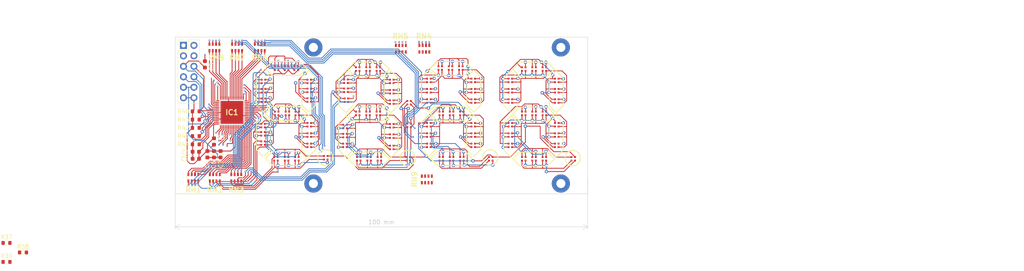
<source format=kicad_pcb>
(kicad_pcb (version 20211014) (generator pcbnew)
  (layers (0 "F.Cu" signal) (1 "In1.Cu" signal) (2 "In2.Cu" signal) (31 "B.Cu" signal) (34 "B.Paste" user) (35 "F.Paste" user) (36 "B.SilkS" user "B.Silkscreen") (37 "F.SilkS" user "F.Silkscreen") (38 "B.Mask" user) (39 "F.Mask" user) (44 "Edge.Cuts" user))
  (net 0 "")
  (net 1 "/Controller/SDB")
  (net 2 "/SW1")
  (net 3 "/CS1")
  (net 4 "/CS2")
  (net 5 "/CS3")
  (net 6 "/CS4")
  (net 7 "/CS5")
  (net 8 "/CS6")
  (net 9 "/CS7")
  (net 10 "/CS8")
  (net 11 "/CS9")
  (net 12 "/CS10")
  (net 13 "/CS11")
  (net 14 "/CS12")
  (net 15 "/CS13")
  (net 16 "/CS14")
  (net 17 "/CS15")
  (net 18 "/CS16")
  (net 19 "/CS17")
  (net 20 "/CS18")
  (net 21 "/CS19")
  (net 22 "/CS20")
  (net 23 "/CS21")
  (net 24 "/CS22")
  (net 25 "/CS23")
  (net 26 "/CS24")
  (net 27 "/CS25")
  (net 28 "/CS26")
  (net 29 "/CS27")
  (net 30 "/CS28")
  (net 31 "/CS29")
  (net 32 "/CS30")
  (net 33 "/CS31")
  (net 34 "/CS32")
  (net 35 "/CS33")
  (net 36 "/CS34")
  (net 37 "/CS35")
  (net 38 "/CS36")
  (net 39 "/SW2")
  (net 40 "/SW3")
  (net 41 "/SW4")
  (net 42 "/SW5")
  (net 43 "/SW6")
  (net 44 "/SW7")
  (net 45 "/SW8")
  (net 46 "/Controller/INTB")
  (net 47 "/Controller/SDA")
  (net 48 "/Controller/SCL")
  (net 49 "Net-(IC1-Pad13)")
  (net 50 "/SW9")
  (net 51 "/CS37")
  (net 52 "/CS38")
  (net 53 "/CS39")
  (net 58 "GND")
  (net 59 "+3V3")
  (net 60 "Net-(IC1-Pad26)")
  (net 61 "Net-(IC1-Pad27)")
  (net 62 "Net-(IC1-Pad28)")
  (net 63 "Net-(IC1-Pad29)")
  (net 64 "Net-(IC1-Pad30)")
  (net 65 "Net-(IC1-Pad31)")
  (net 66 "Net-(IC1-Pad32)")
  (net 67 "Net-(IC1-Pad33)")
  (net 68 "Net-(IC1-Pad34)")
  (net 69 "Net-(IC1-Pad35)")
  (net 70 "Net-(IC1-Pad37)")
  (net 71 "Net-(IC1-Pad38)")
  (net 72 "Net-(IC1-Pad39)")
  (net 73 "Net-(IC1-Pad40)")
  (net 74 "Net-(IC1-Pad41)")
  (net 75 "Net-(IC1-Pad42)")
  (net 76 "Net-(IC1-Pad43)")
  (net 77 "Net-(IC1-Pad44)")
  (net 78 "Net-(IC1-Pad45)")
  (net 79 "Net-(IC1-Pad46)")
  (net 80 "Net-(IC1-Pad47)")
  (net 81 "Net-(IC1-Pad48)")
  (net 82 "Net-(IC1-Pad49)")
  (net 83 "Net-(IC1-Pad50)")
  (net 84 "Net-(IC1-Pad51)")
  (net 85 "Net-(IC1-Pad52)")
  (net 86 "Net-(IC1-Pad53)")
  (net 87 "Net-(IC1-Pad54)")
  (net 88 "Net-(IC1-Pad56)")
  (net 89 "Net-(IC1-Pad57)")
  (net 90 "Net-(IC1-Pad58)")
  (net 91 "Net-(IC1-Pad59)")
  (net 92 "Net-(IC1-Pad60)")
  (net 93 "Net-(IC1-Pad1)")
  (net 94 "Net-(IC1-Pad2)")
  (net 95 "Net-(IC1-Pad3)")
  (net 96 "Net-(IC1-Pad4)")
  (net 97 "Net-(IC1-Pad5)")
  (net 98 "Net-(IC1-Pad6)")
  (net 99 "unconnected-(IC1-Pad4)")
  (net 100 "unconnected-(IC1-Pad5)")
  (net 101 "unconnected-(IC1-Pad6)")
  (footprint "jjh:SX-0402-RGB" (layer "F.Cu") (at 183.5 122.25)
    (fp_text reference "D77" hide)
    (fp_text value "LED_ARGB" hide)
  )
  (footprint "jjh:SX-0402-RGB" (layer "F.Cu") (at 183.5 117.25)
    (fp_text reference "D75" hide)
    (fp_text value "LED_ARGB" hide)
  )
  (footprint "jjh:SX-0402-RGB" (layer "F.Cu") (at 158 125.5)
    (fp_text reference "D57" hide)
    (fp_text value "LED_ARGB" hide)
  )
  (footprint "jjh:7segoutline" (layer "F.Cu") (at 180 115)
    (fp_text reference "G***" hide)
    (fp_text value "LOGO" hide)
  )
  (footprint "jjh:SX-0402-RGB" (layer "F.Cu") (at 172.25 117.25)
    (fp_text reference "D83" hide)
    (fp_text value "LED_ARGB" hide)
  )
  (footprint "jjh:SX-0402-RGB" (layer "F.Cu") (at 155.5 114.5)
    (fp_text reference "D65" hide)
    (fp_text value "LED_ARGB" hide)
  )
  (footprint "jjh:SX-0402-RGB" (layer "F.Cu") (at 175.5 103.75)
    (fp_text reference "D69" hide)
    (fp_text value "LED_ARGB" hide)
  )
  (footprint "jjh:SX-0402-RGB" (layer "F.Cu") (at 175.5 114.5)
    (fp_text reference "D87" hide)
    (fp_text value "LED_ARGB" hide)
  )
  (footprint "MountingHole:MountingHole_2.2mm_M2_Pad" (layer "F.Cu") (at 124.5 98.5)
    (fp_text reference "REF**" hide)
    (fp_text value "MountingHole_2.2mm_M2_Pad" hide)
  )
  (footprint "jjh:SX-0402-RGB" (layer "F.Cu") (at 112.4 111.3)
    (fp_text reference "D18" hide)
    (fp_text value "LED_ARGB" hide)
  )
  (footprint "jjh:SX-0402-RGB" (layer "F.Cu") (at 183.5 109)
    (fp_text reference "D73" hide)
    (fp_text value "LED_ARGB" hide)
  )
  (footprint "jjh:SX-0402-RGB" (layer "F.Cu") (at 163.25 106.5)
    (fp_text reference "D50" hide)
    (fp_text value "LED_ARGB" hide)
  )
  (footprint "Capacitor_SMD:C_0603_1608Metric" (layer "F.Cu") (at 102 124.4 -90)
    (fp_text reference "C7")
    (fp_text value "0.1u" hide)
  )
  (footprint "jjh:SX-0402-RGB" (layer "F.Cu") (at 160.5 114.5)
    (fp_text reference "D67" hide)
    (fp_text value "LED_ARGB" hide)
  )
  (footprint "jjh:SX-0402-RGB" (layer "F.Cu") (at 175.5 125.5)
    (fp_text reference "D80" hide)
    (fp_text value "LED_ARGB" hide)
  )
  (footprint "jjh:EXB38V472JV" (layer "F.Cu") (at 106 98.5 180)
    (fp_text reference "RN7")
    (fp_text value "EXB38V472JV" hide)
  )
  (footprint "jjh:EXB38V472JV" (layer "F.Cu") (at 152 130.5 180)
    (fp_text reference "RN9")
    (fp_text value "EXB38V472JV" hide)
  )
  (footprint "jjh:SX-0402-RGB" (layer "F.Cu") (at 137.75 114.5)
    (fp_text reference "D42" hide)
    (fp_text value "LED_ARGB" hide)
  )
  (footprint "jjh:SX-0402-RGB" (layer "F.Cu") (at 143.5 120)
    (fp_text reference "D30" hide)
    (fp_text value "LED_ARGB" hide)
  )
  (footprint "jjh:SX-0402-RGB" (layer "F.Cu") (at 172.25 122.25)
    (fp_text reference "D81" hide)
    (fp_text value "LED_ARGB" hide)
  )
  (footprint "jjh:SX-0402-RGB" (layer "F.Cu") (at 143.5 109.25)
    (fp_text reference "D27" hide)
    (fp_text value "LED_ARGB" hide)
  )
  (footprint "jjh:SX-0402-RGB" (layer "F.Cu") (at 123.5 122.25)
    (fp_text reference "D9" hide)
    (fp_text value "LED_ARGB" hide)
  )
  (footprint "Capacitor_SMD:C_0603_1608Metric" (layer "F.Cu") (at 98.2 102.6 90)
    (fp_text reference "C5")
    (fp_text value "0.1u")
  )
  (footprint "jjh:SX-0402-RGB" (layer "F.Cu") (at 155.25 103.5)
    (fp_text reference "D47" hide)
    (fp_text value "LED_ARGB" hide)
  )
  (footprint "jjh:EXB38V472JV" (layer "F.Cu") (at 145.7 98.8)
    (fp_text reference "RN5")
    (fp_text value "EXB38V472JV" hide)
  )
  (footprint "jjh:SX-0402-RGB" (layer "F.Cu") (at 132.175 117.675)
    (fp_text reference "D35" hide)
    (fp_text value "LED_ARGB" hide)
  )
  (footprint "jjh:SX-0402-RGB" (layer "F.Cu") (at 157.75 103.5)
    (fp_text reference "D48" hide)
    (fp_text value "LED_ARGB" hide)
  )
  (footprint "jjh:SX-0402-RGB" (layer "F.Cu") (at 172.25 119.75)
    (fp_text reference "D82" hide)
    (fp_text value "LED_ARGB" hide)
  )
  (footprint "jjh:SX-0402-RGB" (layer "F.Cu") (at 135.25 103.75)
    (fp_text reference "D23" hide)
    (fp_text value "LED_ARGB" hide)
  )
  (footprint "jjh:EXB38V472JV" (layer "F.Cu") (at 100.5 98.5 180)
    (fp_text reference "RN8")
    (fp_text value "EXB38V472JV" hide)
  )
  (footprint "jjh:SX-0402-RGB" (layer "F.Cu") (at 137.75 103.75)
    (fp_text reference "D24" hide)
    (fp_text value "LED_ARGB" hide)
  )
  (footprint "jjh:SX-0402-RGB" (layer "F.Cu") (at 120.325 103.575)
    (fp_text reference "D3" hide)
    (fp_text value "LED_ARGB" hide)
  )
  (footprint "jjh:SX-0402-RGB" (layer "F.Cu") (at 163.25 119.75)
    (fp_text reference "D54" hide)
    (fp_text value "LED_ARGB" hide)
  )
  (footprint "jjh:SX-0402-RGB" (layer "F.Cu") (at 120.5 125.5)
    (fp_text reference "D10" hide)
    (fp_text value "LED_ARGB" hide)
  )
  (footprint "jjh:SX-0402-RGB" (layer "F.Cu") (at 112.3 121.7)
    (fp_text reference "D15" hide)
    (fp_text value "LED_ARGB" hide)
  )
  (footprint "jjh:SX-0402-RGB" (layer "F.Cu") (at 115.425 125.5)
    (fp_text reference "D12" hide)
    (fp_text value "LED_ARGB" hide)
  )
  (footprint "jjh:SX-0402-RGB" (layer "F.Cu") (at 132.4 108.9)
    (fp_text reference "D39" hide)
    (fp_text value "LED_ARGB" hide)
  )
  (footprint "jjh:SX-0402-RGB" (layer "F.Cu") (at 187.5 125.5)
    (fp_text reference "D90" hide)
    (fp_text value "LED_ARGB" hide)
  )
  (footprint "jjh:SX-0402-RGB" (layer "F.Cu") (at 115.6 114.5)
    (fp_text reference "D19" hide)
    (fp_text value "LED_ARGB" hide)
  )
  (footprint "Connector_PinHeader_2.54mm:PinHeader_2x06_P2.54mm_Vertical" (layer "F.Cu") (at 93 98)
    (fp_text reference "J1" hide)
    (fp_text value "Conn_02x06_Odd_Even" hide)
  )
  (footprint "Resistor_SMD:R_0603_1608Metric" (layer "F.Cu") (at 96 114 180)
    (fp_text reference "R40")
    (fp_text value "100K")
  )
  (footprint "jjh:SX-0402-RGB" (layer "F.Cu") (at 160.25 103.5)
    (fp_text reference "D49" hide)
    (fp_text value "LED_ARGB" hide)
  )
  (footprint "jjh:SX-0402-RGB" (layer "F.Cu") (at 163.25 122.25)
    (fp_text reference "D55" hide)
    (fp_text value "LED_ARGB" hide)
  )
  (footprint "jjh:SX-0402-RGB" (layer "F.Cu") (at 132.15 122.25)
    (fp_text reference "D37" hide)
    (fp_text value "LED_ARGB" hide)
  )
  (footprint "jjh:SX-0402-RGB" (layer "F.Cu") (at 112.3 119.45)
    (fp_text reference "D14" hide)
    (fp_text value "LED_ARGB" hide)
  )
  (footprint "jjh:SX-0402-RGB" (layer "F.Cu") (at 123.5 108.925)
    (fp_text reference "D5" hide)
    (fp_text value "LED_ARGB" hide)
  )
  (footprint "jjh:SX-0402-RGB" (layer "F.Cu") (at 118 103.575)
    (fp_text reference "D2" hide)
    (fp_text value "LED_ARGB" hide)
  )
  (footprint "Resistor_SMD:R_0603_1608Metric" (layer "F.Cu") (at 96 118 180)
    (fp_text reference "R42")
    (fp_text value "2K")
  )
  (footprint "jjh:EXB38V472JV" (layer "F.Cu") (at 100.6 130.1)
    (fp_text reference "RN2")
    (fp_text value "EXB38V472JV" hide)
  )
  (footprint "jjh:SX-0402-RGB" (layer "F.Cu") (at 127.5 125.25)
    (fp_text reference "D22" hide)
    (fp_text value "LED_ARGB" hide)
  )
  (footprint "jjh:SX-0402-RGB" (layer "F.Cu") (at 163.25 109)
    (fp_text reference "D51" hide)
    (fp_text value "LED_ARGB" hide)
  )
  (footprint "jjh:SX-0402-RGB" (layer "F.Cu") (at 135.5 125.5)
    (fp_text reference "D34" hide)
    (fp_text value "LED_ARGB" hide)
  )
  (footprint "jjh:SX-0402-RGB" (layer "F.Cu") (at 123.5 106.75)
    (fp_text reference "D4" hide)
    (fp_text value "LED_ARGB" hide)
  )
  (footprint "jjh:SX-0402-RGB" (layer "F.Cu") (at 140.5 125.5)
    (fp_text reference "D32" hide)
    (fp_text value "LED_ARGB" hide)
  )
  (footprint "jjh:EXB38V472JV" (layer "F.Cu") (at 105.8 130.1)
    (fp_text reference "RN3")
    (fp_text value "EXB38V472JV" hide)
  )
  (footprint "jjh:SX-0402-RGB" (layer "F.Cu") (at 118.2 114.5)
    (fp_text reference "D20" hide)
    (fp_text value "LED_ARGB" hide)
  )
  (footprint "jjh:SX-0402-RGB" (layer "F.Cu") (at 155.5 125.5)
    (fp_text reference "D58" hide)
    (fp_text value "LED_ARGB" hide)
  )
  (footprint "jjh:SX-0402-RGB" (layer "F.Cu") (at 123.5 111.25)
    (fp_text reference "D6" hide)
    (fp_text value "LED_ARGB" hide)
  )
  (footprint "jjh:SX-0402-RGB" (layer "F.Cu") (at 178 125.5)
    (fp_text reference "D79" hide)
    (fp_text value "LED_ARGB" hide)
  )
  (footprint "jjh:SX-0402-RGB" (layer "F.Cu") (at 158 114.5)
    (fp_text reference "D66" hide)
    (fp_text value "LED_ARGB" hide)
  )
  (footprint "jjh:SX-0402-RGB" (layer "F.Cu") (at 152.5 117.25)
    (fp_text reference "D61" hide)
    (fp_text value "LED_ARGB" hide)
  )
  (footprint "Resistor_SMD:R_0603_1608Metric" (layer "F.Cu") (at 50.1 150.5)
    (fp_text reference "R39")
    (fp_text value "20")
  )
  (footprint "Resistor_SMD:R_0603_1608Metric" (layer "F.Cu") (at 50.1 145.9)
    (fp_text reference "R37")
    (fp_text value "20")
  )
  (footprint "Capacitor_SMD:C_0603_1608Metric" (layer "F.Cu") (at 96 125.5 180)
    (fp_text reference "C2")
    (fp_text value "0.1u")
  )
  (footprint "jjh:SX-0402-RGB" (layer "F.Cu") (at 143.5 122.75)
    (fp_text reference "D31" hide)
    (fp_text value "LED_ARGB" hide)
  )
  (footprint "jjh:SX-0402-RGB" (layer "F.Cu") (at 132.4 106.7)
    (fp_text reference "D38" hide)
    (fp_text value "LED_ARGB" hide)
  )
  (footprint "jjh:SX-0402-RGB" (layer "F.Cu") (at 147.7 111.9)
    (fp_text reference "D45" hide)
    (fp_text value "LED_ARGB" hide)
  )
  (footprint "jjh:SX-0402-RGB" (layer "F.Cu") (at 163.25 111.5)
    (fp_text reference "D52" hide)
    (fp_text value "LED_ARGB" hide)
  )
  (footprint "jjh:SX-0402-RGB" (layer "F.Cu") (at 147.5 125.5)
    (fp_text reference "D44" hide)
    (fp_text value "LED_ARGB" hide)
  )
  (footprint "jjh:SX-0402-RGB" (layer "F.Cu") (at 112.3 117.45)
    (fp_text reference "D13" hide)
    (fp_text value "LED_ARGB" hide)
  )
  (footprint "Resistor_SMD:R_0603_1608Metric" (layer "F.Cu") (at 96 116 180)
    (fp_text reference "R43")
    (fp_text value "2K")
  )
  (footprint "jjh:SX-0402-RGB" (layer "F.Cu") (at 115.575 103.575)
    (fp_text reference "D1" hide)
    (fp_text value "LED_ARGB" hide)
  )
  (footprint "Capacitor_SMD:C_0603_1608Metric" (layer "F.Cu") (at 100.4 124.4 -90)
    (fp_text reference "C6")
    (fp_text value "1u" hide)
  )
  (footprint "jjh:SX-0402-RGB" (layer "F.Cu") (at 112.4 109)
    (fp_text reference "D17" hide)
    (fp_text value "LED_ARGB" hide)
  )
  (footprint "jjh:SX-0402-RGB" (layer "F.Cu") (at 123.5 119.75)
    (fp_text reference "D8" hide)
    (fp_text value "LED_ARGB" hide)
  )
  (footprint "jjh:SX-0402-RGB" (layer "F.Cu") (at 118 125.5)
    (fp_text reference "D11" hide)
    (fp_text value "LED_ARGB" hide)
  )
  (footprint "jjh:EXB38V472JV" (layer "F.Cu") (at 151.4 98.8)
    (fp_text reference "RN4")
    (fp_text value "EXB38V472JV" hide)
  )
  (footprint "jjh:SX-0402-RGB" (layer "F.Cu") (at 143.5 106.75)
    (fp_text reference "D26" hide)
    (fp_text value "LED_ARGB" hide)
  )
  (footprint "MountingHole:MountingHole_2.2mm_M2_Pad" (layer "F.Cu") (at 184.5 131.5)
    (fp_text reference "REF**" hide)
    (fp_text value "MountingHole_2.2mm_M2_Pad" hide)
  )
  (footprint "jjh:SX-0402-RGB" (layer "F.Cu") (at 152.5 111.5)
    (fp_text reference "D62" hide)
    (fp_text value "LED_ARGB" hide)
  )
  (footprint "jjh:SX-0402-RGB" (layer "F.Cu") (at 147.7 117.4)
    (fp_text reference "D46" hide)
    (fp_text value "LED_ARGB" hide)
  )
  (footprint "jjh:SX-0402-RGB" (layer "F.Cu") (at 180.5 114.5)
    (fp_text reference "D89" hide)
    (fp_text value "LED_ARGB" hide)
  )
  (footprint "jjh:SX-0402-RGB" (layer "F.Cu") (at 132.5 111.3)
    (fp_text reference "D40" hide)
    (fp_text value "LED_ARGB" hide)
  )
  (footprint "Capacitor_SMD:C_0603_1608Metric" (layer "F.Cu") (at 100.4 121.3 -90)
    (fp_text reference "C3")
    (fp_text value "1u" hide)
  )
  (footprint "Resistor_SMD:R_0603_1608Metric" (layer "F.Cu") (at 96 120)
    (fp_text reference "R41")
    (fp_text value "100K")
  )
  (footprint "jjh:SX-0402-RGB" (layer "F.Cu") (at 143.5 111.75)
    (fp_text reference "D28" hide)
    (fp_text value "LED_ARGB" hide)
  )
  (footprint "jjh:SX-0402-RGB" (layer "F.Cu") (at 143.5 117.5)
    (fp_text reference "D29" hide)
    (fp_text value "LED_ARGB" hide)
  )
  (footprint "jjh:SX-0402-RGB" (layer "F.Cu") (at 152.5 109)
    (fp_text reference "D63" hide)
    (fp_text value "LED_ARGB" hide)
  )
  (footprint "jjh:SX-0402-RGB" (layer "F.Cu") (at 152.5 106.5)
    (fp_text reference "D64" hide)
    (fp_text value "LED_ARGB" hide)
  )
  (footprint "jjh:7segoutline" (layer "F.Cu") (at 120 114.837168)
    (fp_text reference "G***" hide)
    (fp_text value "LOGO" hide)
  )
  (footprint "jjh:7segoutline" (layer "F.Cu") (at 160 114.837168)
    (fp_text reference "G***" hide)
    (fp_text value "LOGO" hide)
  )
  (footprint "jjh:EXB38V472JV" (layer "F.Cu") (at 111.5 98.5 180)
    (fp_text reference "RN6")
    (fp_text value "EXB38V472JV" hide)
  )
  (footprint "jjh:SX-0402-RGB" (layer "F.Cu") (at 180.5 125.5)
    (fp_text reference "D78" hide)
    (fp_text value "LED_ARGB" hide)
  )
  (footprint "jjh:SX-0402-RGB" (layer "F.Cu") (at 132.175 119.875)
    (fp_text reference "D36" hide)
    (fp_text value "LED_ARGB" hide)
  )
  (footprint "jjh:SX-0402-RGB" (layer "F.Cu") (at 180.5 103.75)
    (fp_text reference "D71" hide)
    (fp_text value "LED_ARGB" hide)
  )
  (footprint "jjh:SX-0402-RGB" (layer "F.Cu") (at 138 125.5)
    (fp_text reference "D33" hide)
    (fp_text value "LED_ARGB" hide)
  )
  (footprint "jjh:SX-0402-RGB" (layer "F.Cu") (at 140.25 103.75)
    (fp_text reference "D25" hide)
    (fp_text value "LED_ARGB" hide)
  )
  (footprint "jjh:EXB38V472JV" (layer "F.Cu") (at 95.4 130.1)
    (fp_text reference "RN1")
    (fp_text value "EXB38V472JV" hide)
  )
  (footprint "jjh:SX-0402-RGB" (layer "F.Cu") (at 140.25 114.5)
    (fp_text reference "D43" hide)
    (fp_text value "LED_ARGB" hide)
  )
  (footprint "jjh:SX-0402-RGB" (layer "F.Cu") (at 178 114.5)
    (fp_text reference "D88" hide)
    (fp_text value "LED_ARGB" hide)
  )
  (footprint "MountingHole:MountingHole_2.2mm_M2_Pad" (layer "F.Cu") (at 184.5 98.5)
    (fp_text reference "REF**" hide)
    (fp_text value "MountingHole_2.2mm_M2_Pad" hide)
  )
  (footprint "jjh:SX-0402-RGB" (layer "F.Cu") (at 112.4 106.75)
    (fp_text reference "D16" hide)
    (fp_text value "LED_ARGB" hide)
  )
  (footprint "jjh:SX-0402-RGB" (layer "F.Cu") (at 167.5 125.5)
    (fp_text reference "D68" hide)
    (fp_text value "LED_ARGB" hide)
  )
  (footprint "jjh:SX-0402-RGB" (layer "F.Cu") (at 178 103.75)
    (fp_text reference "D70" hide)
    (fp_text value "LED_ARGB" hide)
  )
  (footprint "Capacitor_SMD:C_0603_1608Metric" (layer "F.Cu") (at 96 123.8 180)
    (fp_text reference "C1")
    (fp_text value "1u")
  )
  (footprint "jjh:SX-0402-RGB" (layer "F.Cu") (at 172.25 106.5)
    (fp_text reference "D86" hide)
    (fp_text value "LED_ARGB" hide)
  )
  (footprint "jjh:SX-0402-RGB" (layer "F.Cu") (at 152.5 119.75)
    (fp_text reference "D60" hide)
    (fp_text value "LED_ARGB" hide)
  )
  (footprint "Capacitor_SMD:C_0603_1608Metric" (layer "F.Cu") (at 98.8 124.4 -90)
    (fp_text reference "C4")
    (fp_text value "0.1u" hide)
  )
  (footprint "jjh:SX-0402-RGB" (layer "F.Cu") (at 172.25 111.5)
    (fp_text reference "D84" hide)
    (fp_text value "LED_ARGB" hide)
  )
  (footprint "Resistor_SMD:R_0603_1608Metric" (layer "F.Cu") (at 54.1 148.2)
    (fp_text reference "R38")
    (fp_text value "20")
  )
  (footprint "jjh:SX-0402-RGB" (layer "F.Cu") (at 183.5 119.75)
    (fp_text reference "D76" hide)
    (fp_text value "LED_ARGB" hide)
  )
  (footprint "jjh:7segoutline" (layer "F.Cu") (at 140 115)
    (fp_text reference "G***" hide)
    (fp_text value "LOGO" hide)
  )
  (footprint "jjh:QFN40P700X700X80-61N-D" (layer "F.Cu") (at 104.75 114.25)
    (fp_text reference "IC1")
    (fp_text value "IS31FL3741A-QFLS4-TR" hide)
  )
  (footprint "jjh:SX-0402-RGB" (layer "F.Cu") (at 123.5 117.25)
    (fp_text reference "D7" hide)
    (fp_text value "LED_ARGB" hide)
  )
  (footprint "jjh:SX-0402-RGB" (layer "F.Cu") (at 160.5 125.5)
    (fp_text reference "D56" hide)
    (fp_text value "LED_ARGB" hide)
  )
  (footprint "jjh:SX-0402-RGB" (layer "F.Cu") (at 152.5 122.25)
    (fp_text reference "D59" hide)
    (fp_text value "LED_ARGB" hide)
  )
  (footprint "jjh:SX-0402-RGB" (layer "F.Cu") (at 120.6 114.5)
    (fp_text reference "D21" hide)
    (fp_text value "LED_ARGB" hide)
  )
  (footprint "Resistor_SMD:R_0603_1608Metric" (layer "F.Cu") (at 96 122)
    (fp_text reference "R44")
    (fp_text value "10K")
  )
  (footprint "jjh:SX-0402-RGB" (layer "F.Cu") (at 183.5 106.5)
    (fp_text reference "D72" hide)
    (fp_text value "LED_ARGB" hide)
  )
  (footprint "jjh:SX-0402-RGB" (layer "F.Cu") (at 135.25 114.5)
    (fp_text reference "D41" hide)
    (fp_text value "LED_ARGB" hide)
  )
  (footprint "MountingHole:MountingHole_2.2mm_M2_Pad" (layer "F.Cu") (at 124.5 131.5)
    (fp_text reference "REF**" hide)
    (fp_text value "MountingHole_2.2mm_M2_Pad" hide)
  )
  (footprint "jjh:SX-0402-RGB" (layer "F.Cu") (at 172.25 109)
    (fp_text reference "D85" hide)
    (fp_text value "LED_ARGB" hide)
  )
  (footprint "jjh:SX-0402-RGB" (layer "F.Cu") (at 183.5 111.5)
    (fp_text reference "D74" hide)
    (fp_text value "LED_ARGB" hide)
  )
  (footprint "jjh:SX-0402-RGB" (layer "F.Cu") (at 163.25 117.25)
    (fp_text reference "D53" hide)
    (fp_text value "LED_ARGB" hide)
  )
  (gr_line (start 91 100) (end 91 96) (layer "Edge.Cuts") (width 0.1))
  (gr_line (start 91 130) (end 91 100) (layer "Edge.Cuts") (width 0.1))
  (gr_line (start 191 100) (end 191 130) (layer "Edge.Cuts") (width 0.1))
  (gr_line (start 191 134) (end 91 134) (layer "Edge.Cuts") (width 0.1))
  (gr_line (start 191 130) (end 191 134) (layer "Edge.Cuts") (width 0.1))
  (gr_line (start 191 96) (end 191 100) (layer "Edge.Cuts") (width 0.1))
  (gr_line (start 91 96) (end 191 96) (layer "Edge.Cuts") (width 0.1))
  (gr_line (start 91 134) (end 91 130) (layer "Edge.Cuts") (width 0.1))
  (dimension (type aligned) (layer "Edge.Cuts") (pts (xy 91 130) (xy 191 130)) (height 12) (gr_text "100 mm" (at 141 140.85) (layer "Edge.Cuts") (effects (font (size 1 1) (thickness 0.15)))) (format (units 3) (units_format 1) (precision 0)) (style (thickness 0.1) (arrow_length 1.27) (text_position_mode 0) (extension_height 0.58642) (extension_offset 0.5) keep_text_aligned))
  (segment (start 97.5625 118.9375) (end 97.5625 119.2625) (width 0.2) (layer "F.Cu") (net 1))
  (segment (start 99.082503 116.506756) (end 97.5625 118.026759) (width 0.2) (layer "F.Cu") (net 1))
  (segment (start 99.082503 116.082503) (end 99.082503 116.506756) (width 0.2) (layer "F.Cu") (net 1))
  (segment (start 97.5625 119.2625) (end 96.825 120) (width 0.2) (layer "F.Cu") (net 1))
  (segment (start 94.28 101.8) (end 93 103.08) (width 0.2) (layer "F.Cu") (net 1))
  (segment (start 97.5625 118.026759) (end 97.5625 118.9375) (width 0.2) (layer "F.Cu") (net 1))
  (segment (start 101.3 115.45) (end 99.715006 115.45) (width 0.2) (layer "F.Cu") (net 1))
  (segment (start 96.625 101.8) (end 94.28 101.8) (width 0.2) (layer "F.Cu") (net 1))
  (segment (start 99.715006 115.45) (end 99.082503 116.082503) (width 0.2) (layer "F.Cu") (net 1))
  (segment (start 98.2 103.375) (end 96.625 101.8) (width 0.2) (layer "F.Cu") (net 1))
  (via (at 97.5625 118.9375) (size 0.8) (drill 0.4) (layers "F.Cu" "B.Cu") (net 1))
  (segment (start 100.2 116.3) (end 97.5625 118.9375) (width 0.2) (layer "B.Cu") (net 1))
  (segment (start 99.9 113.6) (end 100.2 113.9) (width 0.2) (layer "B.Cu") (net 1))
  (segment (start 97.822357 106.222357) (end 97.822357 112.722357) (width 0.2) (layer "B.Cu") (net 1))
  (segment (start 97.822357 112.722357) (end 98.7 113.6) (width 0.2) (layer "B.Cu") (net 1))
  (segment (start 98.7 113.6) (end 99.9 113.6) (width 0.2) (layer "B.Cu") (net 1))
  (segment (start 95.829511 104.229511) (end 97.822357 106.222357) (width 0.2) (layer "B.Cu") (net 1))
  (segment (start 93 103.08) (end 94.149511 104.229511) (width 0.2) (layer "B.Cu") (net 1))
  (segment (start 100.2 113.9) (end 100.2 116.3) (width 0.2) (layer "B.Cu") (net 1))
  (segment (start 94.149511 104.229511) (end 95.829511 104.229511) (width 0.2) (layer "B.Cu") (net 1))
  (segment (start 152.925 106.075) (end 153.725 106.075) (width 0.2) (layer "F.Cu") (net 2))
  (segment (start 152.925 121.825) (end 154.175 121.825) (width 0.2) (layer "F.Cu") (net 2))
  (segment (start 101.95 118.15) (end 100.9 119.2) (width 0.2) (layer "F.Cu") (net 2))
  (segment (start 112.75 117) (end 112.725 117.025) (width 0.2) (layer "F.Cu") (net 2))
  (segment (start 132.825 106.275) (end 134.175 106.275) (width 0.2) (layer "F.Cu") (net 2))
  (segment (start 140.925 125.075) (end 140.925 123.825) (width 0.2) (layer "F.Cu") (net 2))
  (segment (start 120.925 124.025) (end 120.9 124) (width 0.2) (layer "F.Cu") (net 2))
  (segment (start 113.875 106.325) (end 114 106.2) (width 0.2) (layer "F.Cu") (net 2))
  (segment (start 174.025 106.075) (end 174.1 106) (width 0.2) (layer "F.Cu") (net 2))
  (segment (start 133.95 117.25) (end 134 117.2) (width 0.2) (layer "F.Cu") (net 2))
  (segment (start 180.925 125.075) (end 180.925 123.725) (width 0.2) (layer "F.Cu") (net 2))
  (segment (start 172.675 106.075) (end 174.025 106.075) (width 0.2) (layer "F.Cu") (net 2))
  (segment (start 101.95 117.7) (end 101.95 118.15) (width 0.2) (layer "F.Cu") (net 2))
  (segment (start 114.1 117) (end 112.75 117) (width 0.2) (layer "F.Cu") (net 2))
  (segment (start 160.925 125.075) (end 160.925 123.825) (width 0.2) (layer "F.Cu") (net 2))
  (segment (start 112.825 106.325) (end 113.875 106.325) (width 0.2) (layer "F.Cu") (net 2))
  (segment (start 173.975 121.825) (end 174 121.8) (width 0.2) (layer "F.Cu") (net 2))
  (segment (start 172.675 121.825) (end 173.975 121.825) (width 0.2) (layer "F.Cu") (net 2))
  (segment (start 153.725 106.075) (end 153.8 106) (width 0.2) (layer "F.Cu") (net 2))
  (segment (start 132.6 117.25) (end 133.95 117.25) (width 0.2) (layer "F.Cu") (net 2))
  (segment (start 140.925 123.825) (end 140.9 123.8) (width 0.2) (layer "F.Cu") (net 2))
  (segment (start 134.175 106.275) (end 134.2 106.3) (width 0.2) (layer "F.Cu") (net 2))
  (segment (start 160.925 123.825) (end 160.9 123.8) (width 0.2) (layer "F.Cu") (net 2))
  (segment (start 120.925 125.075) (end 120.925 124.025) (width 0.2) (layer "F.Cu") (net 2))
  (segment (start 154.175 121.825) (end 154.2 121.8) (width 0.2) (layer "F.Cu") (net 2))
  (segment (start 180.925 123.725) (end 180.9 123.7) (width 0.2) (layer "F.Cu") (net 2))
  (via (at 174.1 106) (size 0.8) (drill 0.4) (layers "F.Cu" "B.Cu") (net 2))
  (via (at 114 106.2) (size 0.8) (drill 0.4) (layers "F.Cu" "B.Cu") (net 2))
  (via (at 180.9 123.7) (size 0.8) (drill 0.4) (layers "F.Cu" "B.Cu") (net 2))
  (via (at 134.2 106.3) (size 0.8) (drill 0.4) (layers "F.Cu" "B.Cu") (net 2))
  (via (at 153.8 106) (size 0.8) (drill 0.4) (layers "F.Cu" "B.Cu") (net 2))
  (via (at 100.9 119.2) (size 0.4) (drill 0.2) (layers "F.Cu" "B.Cu") (net 2))
  (via (at 160.9 123.8) (size 0.8) (drill 0.4) (layers "F.Cu" "B.Cu") (net 2))
  (via (at 140.9 123.8) (size 0.8) (drill 0.4) (layers "F.Cu" "B.Cu") (net 2))
  (via (at 114.1 117) (size 0.8) (drill 0.4) (layers "F.Cu" "B.Cu") (net 2))
  (via (at 154.2 121.8) (size 0.8) (drill 0.4) (layers "F.Cu" "B.Cu") (net 2))
  (via (at 174 121.8) (size 0.8) (drill 0.4) (layers "F.Cu" "B.Cu") (net 2))
  (via (at 120.9 124) (size 0.8) (drill 0.4) (layers "F.Cu" "B.Cu") (net 2))
  (via (at 134 117.2) (size 0.8) (drill 0.4) (layers "F.Cu" "B.Cu") (net 2))
  (segment (start 112.300489 115.200489) (end 112.300489 107.899511) (width 0.2) (layer "B.Cu") (net 2))
  (segment (start 177.58877 124.399511) (end 174.989259 121.8) (width 0.2) (layer "B.Cu") (net 2))
  (segment (start 112.300489 107.899511) (end 114 106.2) (width 0.2) (layer "B.Cu") (net 2))
  (segment (start 139.489259 123.8) (end 138.290228 124.999031) (width 0.2) (layer "B.Cu") (net 2))
  (segment (start 132.80048 122.40048) (end 132.80048 118.39952) (width 0.2) (layer "B.Cu") (net 2))
  (segment (start 113.000969 118.099031) (end 114.1 117) (width 0.2) (layer "B.Cu") (net 2))
  (segment (start 138.290228 124.999031) (end 135.399031 124.999031) (width 0.2) (layer "B.Cu") (net 2))
  (segment (start 140.9 123.8) (end 139.489259 123.8) (width 0.2) (layer "B.Cu") (net 2))
  (segment (start 114.1 117) (end 112.300489 115.200489) (width 0.2) (layer "B.Cu") (net 2))
  (segment (start 132.80048 118.39952) (end 134 117.2) (width 0.2) (layer "B.Cu") (net 2))
  (segment (start 158.9 121.8) (end 154.2 121.8) (width 0.2) (layer "B.Cu") (net 2))
  (segment (start 113.000969 122.600969) (end 113.000969 118.099031) (width 0.2) (layer "B.Cu") (net 2))
  (segment (start 120.9 124) (end 119.90097 124.99903) (width 0.2) (layer "B.Cu") (net 2))
  (segment (start 119.90097 124.99903) (end 115.39903 124.99903) (width 0.2) (layer "B.Cu") (net 2))
  (segment (start 135.399031 124.999031) (end 132.80048 122.40048) (width 0.2) (layer "B.Cu") (net 2))
  (segment (start 180.9 123.7) (end 180.200489 124.399511) (width 0.2) (layer "B.Cu") (net 2))
  (segment (start 115.39903 124.99903) (end 113.000969 122.600969) (width 0.2) (layer "B.Cu") (net 2))
  (segment (start 180.200489 124.399511) (end 177.58877 124.399511) (width 0.2) (layer "B.Cu") (net 2))
  (segment (start 174.989259 121.8) (end 174 121.8) (width 0.2) (layer "B.Cu") (net 2))
  (segment (start 160.9 123.8) (end 158.9 121.8) (width 0.2) (layer "B.Cu") (net 2))
  (segment (start 120.75 104) (end 120.8 104) (width 0.2) (layer "F.Cu") (net 3))
  (segment (start 125.7 105.1) (end 125.7 107.2) (width 0.2) (layer "F.Cu") (net 3))
  (segment (start 112.825 111.725) (end 113.875 111.725) (width 0.2) (layer "F.Cu") (net 3))
  (segment (start 114.8 109.3) (end 114.8 107.1) (width 0.2) (layer "F.Cu") (net 3))
  (segment (start 112.825 109.425) (end 113.925 109.425) (width 0.2) (layer "F.Cu") (net 3))
  (segment (start 117.535405 104.9) (end 118.425 104.010405) (width 0.2) (layer "F.Cu") (net 3))
  (segment (start 113.925 109.425) (end 114.675 109.425) (width 0.2) (layer "F.Cu") (net 3))
  (segment (start 114.8 110.889259) (end 114.8 109.3) (width 0.2) (layer "F.Cu") (net 3))
  (segment (start 114.675 109.425) (end 114.8 109.3) (width 0.2) (layer "F.Cu") (net 3))
  (segment (start 120.75 104.010405) (end 120.75 104) (width 0.2) (layer "F.Cu") (net 3))
  (segment (start 125.65 109.35) (end 125.7 109.4) (width 0.2) (layer "F.Cu") (net 3))
  (segment (start 122.2 102.6) (end 123.2 102.6) (width 0.2) (layer "F.Cu") (net 3))
  (segment (start 125.7 107.2) (end 125.7 109.4) (width 0.2) (layer "F.Cu") (net 3))
  (segment (start 119.325 104.9) (end 119.860405 104.9) (width 0.2) (layer "F.Cu") (net 3))
  (segment (start 94.2 130.9) (end 94.2 131.9) (width 0.2) (layer "F.Cu") (net 3))
  (segment (start 116 104) (end 116.85 104.85) (width 0.2) (layer "F.Cu") (net 3))
  (segment (start 120.8 104) (end 122.2 102.6) (width 0.2) (layer "F.Cu") (net 3))
  (segment (start 114.725 107.175) (end 114.8 107.1) (width 0.2) (layer "F.Cu") (net 3))
  (segment (start 114.8 105) (end 114.95 104.85) (width 0.2) (layer "F.Cu") (net 3))
  (segment (start 119.860405 104.9) (end 120.75 104.010405) (width 0.2) (layer "F.Cu") (net 3))
  (segment (start 123.925 109.35) (end 125.65 109.35) (width 0.2) (layer "F.Cu") (net 3))
  (segment (start 123.925 107.175) (end 125.675 107.175) (width 0.2) (layer "F.Cu") (net 3))
  (segment (start 125.7 111.6) (end 125.625 111.675) (width 0.2) (layer "F.Cu") (net 3))
  (segment (start 123.2 102.6) (end 125.7 105.1) (width 0.2) (layer "F.Cu") (net 3))
  (segment (start 113.875 111.725) (end 114 111.6) (width 0.2) (layer "F.Cu") (net 3))
  (segment (start 116.85 104.85) (end 116.9 104.9) (width 0.2) (layer "F.Cu") (net 3))
  (segment (start 113.964259 111.725) (end 114.8 110.889259) (width 0.2) (layer "F.Cu") (net 3))
  (segment (start 118.425 104) (end 119.325 104.9) (width 0.2) (layer "F.Cu") (net 3))
  (segment (start 113.875 111.725) (end 113.964259 111.725) (width 0.2) (layer "F.Cu") (net 3))
  (segment (start 113.975 107.175) (end 114.725 107.175) (width 0.2) (layer "F.Cu") (net 3))
  (segment (start 114.8 105.2) (end 114.8 105) (width 0.2) (layer "F.Cu") (net 3))
  (segment (start 114.95 104.85) (end 116.85 104.85) (width 0.2) (layer "F.Cu") (net 3))
  (segment (start 113.1 105.2) (end 114.8 105.2) (width 0.2) (layer "F.Cu") (net 3))
  (segment (start 112.825 107.175) (end 113.975 107.175) (width 0.2) (layer "F.Cu") (net 3))
  (segment (start 114.8 107.1) (end 114.8 105.2) (width 0.2) (layer "F.Cu") (net 3))
  (segment (start 118.425 104.010405) (end 118.425 104) (width 0.2) (layer "F.Cu") (net 3))
  (segment (start 125.675 107.175) (end 125.7 107.2) (width 0.2) (layer "F.Cu") (net 3))
  (segment (start 116.9 104.9) (end 117.535405 104.9) (width 0.2) (layer "F.Cu") (net 3))
  (segment (start 125.7 109.4) (end 125.7 111.6) (width 0.2) (layer "F.Cu") (net 3))
  (segment (start 125.625 111.675) (end 123.925 111.675) (width 0.2) (layer "F.Cu") (net 3))
  (via (at 113.1 105.2) (size 0.4) (drill 0.2) (layers "F.Cu" "B.Cu") (net 3))
  (via (at 94.2 131.9) (size 0.4) (drill 0.2) (layers "F.Cu" "B.Cu") (net 3))
  (segment (start 104.9 126.80096) (end 99.299039 126.800961) (width 0.2) (layer "B.Cu") (net 3))
  (segment (start 109.9 104.9) (end 110.199511 104.600489) (width 0.2) (layer "B.Cu") (net 3))
  (segment (start 109.20096 115.669028) (end 105.102402 119.767586) (width 0.2) (layer "B.Cu") (net 3))
  (segment (start 109.200961 112.534033) (end 109.20096 115.669028) (width 0.2) (layer "B.Cu") (net 3))
  (segment (start 105.1024 126.59856) (end 104.9 126.80096) (width 0.2) (layer "B.Cu") (net 3))
  (segment (start 105.102402 119.767586) (end 105.1024 126.59856) (width 0.2) (layer "B.Cu") (net 3))
  (segment (start 109.9 104.9) (end 109.9 111.834994) (width 0.2) (layer "B.Cu") (net 3))
  (segment (start 110.199511 104.600489) (end 112.500489 104.600489) (width 0.2) (layer "B.Cu") (net 3))
  (segment (start 109.9 111.834994) (end 109.200961 112.534033) (width 0.2) (layer "B.Cu") (net 3))
  (segment (start 99.299039 126.800961) (end 94.2 131.9) (width 0.2) (layer "B.Cu") (net 3))
  (segment (start 112.500489 104.600489) (end 113.1 105.2) (width 0.2) (layer "B.Cu") (net 3))
  (segment (start 119.9 104) (end 119.889595 104) (width 0.2) (layer "F.Cu") (net 4))
  (segment (start 110.6 109.5) (end 111.9 109.5) (width 0.2) (layer "F.Cu") (net 4))
  (segment (start 110.6 111.7) (end 111.95 111.7) (width 0.2) (layer "F.Cu") (net 4))
  (segment (start 116.8 103.3) (end 116.8 102.2) (width 0.2) (layer "F.Cu") (net 4))
  (segment (start 117.5 104) (end 116.8 103.3) (width 0.2) (layer "F.Cu") (net 4))
  (segment (start 110.6 105.1) (end 111.8 103.9) (width 0.2) (layer "F.Cu") (net 4))
  (segment (start 121.7 107.1) (end 123 107.1) (width 0.2) (layer "F.Cu") (net 4))
  (segment (start 111.9 109.5) (end 111.975 109.425) (width 0.2) (layer "F.Cu") (net 4))
  (segment (start 111.95 111.7) (end 111.975 111.725) (width 0.2) (layer "F.Cu") (net 4))
  (segment (start 95 130.9) (end 95 131.8) (width 0.2) (layer "F.Cu") (net 4))
  (segment (start 123.075 109.35) (end 121.85 109.35) (width 0.2) (layer "F.Cu") (net 4))
  (segment (start 114.3 103.160405) (end 114.3 102.1) (width 0.2) (layer "F.Cu") (net 4))
  (segment (start 117.575 104) (end 117.5 104) (width 0.2) (layer "F.Cu") (net 4))
  (segment (start 119.889595 104) (end 119.594797 103.705203) (width 0.2) (layer "F.Cu") (net 4))
  (segment (start 115.139595 104) (end 114.3 103.160405) (width 0.2) (layer "F.Cu") (net 4))
  (segment (start 122.620735 111.675) (end 120.2 109.254265) (width 0.2) (layer "F.Cu") (net 4))
  (segment (start 123.075 111.675) (end 122.620735 111.675) (width 0.2) (layer "F.Cu") (net 4))
  (segment (start 111.975 107.175) (end 110.625 107.175) (width 0.2) (layer "F.Cu") (net 4))
  (segment (start 119.2 103.310406) (end 119.594797 103.705203) (width 0.2) (layer "F.Cu") (net 4))
  (segment (start 95 131.8) (end 95.1 131.9) (width 0.2) (layer "F.Cu") (net 4))
  (segment (start 115.15 104) (end 115.139595 104) (width 0.2) (layer "F.Cu") (net 4))
  (segment (start 120.2 109.254265) (end 120.2 107.1) (width 0.2) (layer "F.Cu") (net 4))
  (segment (start 123 107.1) (end 123.075 107.175) (width 0.2) (layer "F.Cu") (net 4))
  (segment (start 110.625 107.175) (end 110.6 107.2) (width 0.2) (layer "F.Cu") (net 4))
  (segment (start 119.2 102.2) (end 119.2 103.310406) (width 0.2) (layer "F.Cu") (net 4))
  (via (at 110.6 105.1) (size 0.4) (drill 0.2) (layers "F.Cu" "B.Cu") (net 4))
  (via (at 121.7 107.1) (size 0.8) (drill 0.4) (layers "F.Cu" "B.Cu") (net 4))
  (via (at 114.3 102.2) (size 0.4) (drill 0.2) (layers "F.Cu" "B.Cu") (net 4))
  (via (at 116.8 102.2) (size 0.4) (drill 0.2) (layers "F.Cu" "B.Cu") (net 4))
  (via (at 119.2 102.2) (size 0.4) (drill 0.2) (layers "F.Cu" "B.Cu") (net 4))
  (via (at 111.8 103.9) (size 0.4) (drill 0.2) (layers "F.Cu" "B.Cu") (net 4))
  (via (at 121.85 109.35) (size 0.8) (drill 0.4) (layers "F.Cu" "B.Cu") (net 4))
  (via (at 110.6 109.5) (size 0.8) (drill 0.4) (layers "F.Cu" "B.Cu") (net 4))
  (via (at 110.6 107.2) (size 0.8) (drill 0.4) (layers "F.Cu" "B.Cu") (net 4))
  (via (at 95.1 131.9) (size 0.4) (drill 0.2) (layers "F.Cu" "B.Cu") (net 4))
  (via (at 120.2 107.1) (size 0.8) (drill 0.4) (layers "F.Cu" "B.Cu") (net 4))
  (via (at 110.6 111.7) (size 0.8) (drill 0.4) (layers "F.Cu" "B.Cu") (net 4))
  (segment (start 121.7 107.1) (end 121.85 107.25) (width 0.2) (layer "B.Cu") (net 4))
  (segment (start 110.6 107.2) (end 110.6 109.5) (width 0.2) (layer "B.Cu") (net 4))
  (segment (start 95.1 131.9) (end 95.1 131.893584) (width 0.2) (layer "B.Cu") (net 4))
  (segment (start 105.501921 119.933073) (end 109.60048 115.834514) (width 0.2) (layer "B.Cu") (net 4))
  (segment (start 105.50192 126.933074) (end 105.501921 119.933073) (width 0.2) (layer "B.Cu") (net 4))
  (segment (start 110.6 109.5) (end 110.6 111.7) (width 0.2) (layer "B.Cu") (net 4))
  (segment (start 110.6 107.2) (end 110.6 105.1) (width 0.2) (layer "B.Cu") (net 4))
  (segment (start 95.1 131.893584) (end 99.793104 127.20048) (width 0.2) (layer "B.Cu") (net 4))
  (segment (start 105.234514 127.20048) (end 105.50192 126.933074) (width 0.2) (layer "B.Cu") (net 4))
  (segment (start 109.60048 115.834514) (end 109.60048 112.69952) (width 0.2) (layer "B.Cu") (net 4))
  (segment (start 99.793104 127.20048) (end 105.234514 127.20048) (width 0.2) (layer "B.Cu") (net 4))
  (segment (start 109.60048 112.69952) (end 110.6 111.7) (width 0.2) (layer "B.Cu") (net 4))
  (segment (start 110.485741 106.214259) (end 111.3 105.4) (width 0.2) (layer "F.Cu") (net 5))
  (segment (start 117.575 101.175) (end 117.575 103.15) (width 0.2) (layer "F.Cu") (net 5))
  (segment (start 113.6 103.1) (end 113.6 101.3) (width 0.2) (layer "F.Cu") (net 5))
  (segment (start 110.485741 106.325001) (end 110.055371 106.755371) (width 0.2) (layer "F.Cu") (net 5))
  (segment (start 109.900489 106.910252) (end 110.055371 106.755371) (width 0.2) (layer "F.Cu") (net 5))
  (segment (start 121.025 106.325) (end 121 106.3) (width 0.2) (layer "F.Cu") (net 5))
  (segment (start 123.075 106.325) (end 121.025 106.325) (width 0.2) (layer "F.Cu") (net 5))
  (segment (start 109.900489 109.789748) (end 109.900489 108.600489) (width 0.2) (layer "F.Cu") (net 5))
  (segment (start 119.9 102.7) (end 120.4 102.2) (width 0.2) (layer "F.Cu") (net 5))
  (segment (start 122.5 104.8) (end 122.6 104.7) (width 0.2) (layer "F.Cu") (net 5))
  (segment (start 109.900489 108.600489) (end 109.900489 106.910252) (width 0.2) (layer "F.Cu") (net 5))
  (segment (start 115.15 101.45) (end 115.15 101.160741) (width 0.2) (layer "F.Cu") (net 5))
  (segment (start 113.6 101) (end 114 100.6) (width 0.2) (layer "F.Cu") (net 5))
  (segment (start 122.335741 110.825) (end 121 109.489259) (width 0.2) (layer "F.Cu") (net 5))
  (segment (start 115.710741 100.6) (end 115.9 100.6) (width 0.2) (layer "F.Cu") (net 5))
  (segment (start 121 106.3) (end 122.5 104.8) (width 0.2) (layer "F.Cu") (net 5))
  (segment (start 120.4 102.2) (end 119.300489 101.100489) (width 0.2) (layer "F.Cu") (net 5))
  (segment (start 110.485741 106.325) (end 110.485741 106.214259) (width 0.2) (layer "F.Cu") (net 5))
  (segment (start 110.485741 106.214259) (end 110.485741 106.325001) (width 0.2) (layer "F.Cu") (net 5))
  (segment (start 119.9 103.15) (end 119.9 102.7) (width 0.2) (layer "F.Cu") (net 5))
  (segment (start 119.300489 101.100489) (end 117.649511 101.100489) (width 0.2) (layer "F.Cu") (net 5))
  (segment (start 121 109.489259) (end 121 108.4) (width 0.2) (layer "F.Cu") (net 5))
  (segment (start 115.9 100.6) (end 117.45 100.6) (width 0.2) (layer "F.Cu") (net 5))
  (segment (start 110.985741 110.875) (end 109.900489 109.789748) (width 0.2) (layer "F.Cu") (net 5))
  (segment (start 117.45 100.6) (end 117.575 100.725) (width 0.2) (layer "F.Cu") (net 5))
  (segment (start 109.925978 108.575) (end 109.900489 108.600489) (width 0.2) (layer "F.Cu") (net 5))
  (segment (start 115.15 101.160741) (end 115.710741 100.6) (width 0.2) (layer "F.Cu") (net 5))
  (segment (start 113.6 101.3) (end 113.6 101) (width 0.2) (layer "F.Cu") (net 5))
  (segment (start 111.975 108.575) (end 109.925978 108.575) (width 0.2) (layer "F.Cu") (net 5))
  (segment (start 95.8 130.9) (end 95.8 131.9) (width 0.2) (layer "F.Cu") (net 5))
  (segment (start 114 100.6) (end 115.9 100.6) (width 0.2) (layer "F.Cu") (net 5))
  (segment (start 117.575 100.725) (end 117.575 101.175) (width 0.2) (layer "F.Cu") (net 5))
  (segment (start 123.075 108.5) (end 121.1 108.5) (width 0.2) (layer "F.Cu") (net 5))
  (segment (start 121 108.4) (end 121 106.3) (width 0.2) (layer "F.Cu") (net 5))
  (segment (start 121.1 108.5) (end 121 108.4) (width 0.2) (layer "F.Cu") (net 5))
  (segment (start 110.055371 106.755371) (end 110.485741 106.325) (width 0.2) (layer "F.Cu") (net 5))
  (segment (start 110.485741 106.325) (end 111.975 106.325) (width 0.2) (layer "F.Cu") (net 5))
  (segment (start 111.975 110.875) (end 110.985741 110.875) (width 0.2) (layer "F.Cu") (net 5))
  (segment (start 111.3 105.4) (end 113.6 103.1) (width 0.2) (layer "F.Cu") (net 5))
  (segment (start 123.075 110.825) (end 122.335741 110.825) (width 0.2) (layer "F.Cu") (net 5))
  (segment (start 115.15 103.15) (end 115.15 101.45) (width 0.2) (layer "F.Cu") (net 5))
  (segment (start 117.649511 101.100489) (end 117.575 101.175) (width 0.2) (layer "F.Cu") (net 5))
  (via (at 120.4 102.2) (size 0.4) (drill 0.2) (layers "F.Cu" "B.Cu") (net 5))
  (via (at 95.8 131.9) (size 0.4) (drill 0.2) (layers "F.Cu" "B.Cu") (net 5))
  (via (at 111.3 105.4) (size 0.4) (drill 0.2) (layers "F.Cu" "B.Cu") (net 5))
  (via (at 122.5 104.8) (size 0.8) (drill 0.4) (layers "F.Cu" "B.Cu") (net 5))
  (segment (start 100.1 127.6) (end 95.8 131.9) (width 0.2) (layer "B.Cu") (net 5))
  (segment (start 105.90144 127.09856) (end 105.4 127.6) (width 0.2) (layer "B.Cu") (net 5))
  (segment (start 110.289259 113.010741) (end 110 113.3) (width 0.2) (layer "B.Cu") (net 5))
  (segment (start 105.90144 120.09856) (end 105.90144 127.09856) (width 0.2) (layer "B.Cu") (net 5))
  (segment (start 111.3 111.989259) (end 110.289259 113) (width 0.2) (layer "B.Cu") (net 5))
  (segment (start 111.3 105.4) (end 111.3 111.989259) (width 0.2) (layer "B.Cu") (net 5))
  (segment (start 110.289259 113) (end 110.289259 113.010741) (width 0.2) (layer "B.Cu") (net 5))
  (segment (start 110 113.3) (end 110 116) (width 0.2) (layer "B.Cu") (net 5))
  (segment (start 110 116) (end 105.90144 120.09856) (width 0.2) (layer "B.Cu") (net 5))
  (segment (start 105.4 127.6) (end 100.1 127.6) (width 0.2) (layer "B.Cu") (net 5))
  (segment (start 114.799511 117.899511) (end 114.799511 116.9) (width 0.2) (layer "F.Cu") (net 6))
  (segment (start 114.264259 122.125) (end 114.799511 121.589748) (width 0.2) (layer "F.Cu") (net 6))
  (segment (start 114.725 119.875) (end 114.799511 119.800489) (width 0.2) (layer "F.Cu") (net 6))
  (segment (start 123.925 120.175) (end 125.625 120.175) (width 0.2) (layer "F.Cu") (net 6))
  (segment (start 110.8 123.35) (end 111.5 122.65) (width 0.2) (layer "F.Cu") (net 6))
  (segment (start 116.8 115.2) (end 116.3 115.2) (width 0.2) (layer "F.Cu") (net 6))
  (segment (start 114.775 117.875) (end 114.799511 117.899511) (width 0.2) (layer "F.Cu") (net 6))
  (segment (start 112.725 117.875) (end 114.775 117.875) (width 0.2) (layer "F.Cu") (net 6))
  (segment (start 114.799511 121.589748) (end 114.799511 119.800489) (width 0.2) (layer "F.Cu") (net 6))
  (segment (start 112.725 122.125) (end 113.425 122.125) (width 0.2) (layer "F.Cu") (net 6))
  (segment (start 120.389259 116.9) (end 121.025 116.264259) (width 0.2) (layer "F.Cu") (net 6))
  (segment (start 111.5 122.65) (end 113.2 122.65) (width 0.2) (layer "F.Cu") (net 6))
  (segment (start 118.6 114.95) (end 118.6 116.9) (width 0.2) (layer "F.Cu") (net 6))
  (segment (start 113.425 122.125) (end 114.264259 122.125) (width 0.2) (layer "F.Cu") (net 6))
  (segment (start 96.6 130.9) (end 96.6 131.85) (width 0.2) (layer "F.Cu") (net 6))
  (segment (start 113.2 122.65) (end 113.425 122.425) (width 0.2) (layer "F.Cu") (net 6))
  (segment (start 110.8 130.606416) (end 110.8 123.35) (width 0.2) (layer "F.Cu") (net 6))
  (segment (start 125.7 120.1) (end 125.7 117.7) (width 0.2) (layer "F.Cu") (net 6))
  (segment (start 123.925 122.675) (end 125.014259 122.675) (width 0.2) (layer "F.Cu") (net 6))
  (segment (start 114.799511 119.800489) (end 114.799511 117.899511) (width 0.2) (layer "F.Cu") (net 6))
  (segment (start 116.025 114.925) (end 116 114.95) (width 0.2) (layer "F.Cu") (net 6))
  (segment (start 121.025 116.264259) (end 121.025 114.925) (width 0.2) (layer "F.Cu") (net 6))
  (segment (start 125.7 121.989259) (end 125.7 120.1) (width 0.2) (layer "F.Cu") (net 6))
  (segment (start 125.014259 122.675) (end 125.7 121.989259) (width 0.2) (layer "F.Cu") (net 6))
  (segment (start 125.7 116.610741) (end 124.014259 114.925) (width 0.2) (layer "F.Cu") (net 6))
  (segment (start 110.35 131.056416) (end 110.8 130.606416) (width 0.2) (layer "F.Cu") (net 6))
  (segment (start 123.925 117.675) (end 125.675 117.675) (width 0.2) (layer "F.Cu") (net 6))
  (segment (start 114.799511 116.9) (end 116 116.9) (width 0.2) (layer "F.Cu") (net 6))
  (segment (start 112.725 119.875) (end 114.725 119.875) (width 0.2) (layer "F.Cu") (net 6))
  (segment (start 118.625 114.925) (end 118.6 114.95) (width 0.2) (layer "F.Cu") (net 6))
  (segment (start 112.725 117.885405) (end 112.725 117.875) (width 0.2) (layer "F.Cu") (net 6))
  (segment (start 116 114.95) (end 116 116.9) (width 0.2) (layer "F.Cu") (net 6))
  (segment (start 116 116.9) (end 118.6 116.9) (width 0.2) (layer "F.Cu") (net 6))
  (segment (start 116.3 115.2) (end 116.025 114.925) (width 0.2) (layer "F.Cu") (net 6))
  (segment (start 125.675 117.675) (end 125.7 117.7) (width 0.2) (layer "F.Cu") (net 6))
  (segment (start 124.014259 114.925) (end 121.025 114.925) (width 0.2) (layer "F.Cu") (net 6))
  (segment (start 113.425 122.425) (end 113.425 122.125) (width 0.2) (layer "F.Cu") (net 6))
  (segment (start 118.6 116.9) (end 120.389259 116.9) (width 0.2) (layer "F.Cu") (net 6))
  (segment (start 125.7 117.7) (end 125.7 116.610741) (width 0.2) (layer "F.Cu") (net 6))
  (segment (start 125.625 120.175) (end 125.7 120.1) (width 0.2) (layer "F.Cu") (net 6))
  (via (at 96.6 131.85) (size 0.4) (drill 0.2) (layers "F.Cu" "B.Cu") (net 6))
  (via (at 116.8 115.2) (size 0.8) (drill 0.4) (layers "F.Cu" "B.Cu") (net 6))
  (via (at 110.35 131.056416) (size 0.4) (drill 0.2) (layers "F.Cu" "B.Cu") (net 6))
  (segment (start 101.415477 131.899031) (end 109.507385 131.899031) (width 0.2) (layer "B.Cu") (net 6))
  (segment (start 97.399031 132.649031) (end 100.665477 132.649031) (width 0.2) (layer "B.Cu") (net 6))
  (segment (start 109.507385 131.899031) (end 110.35 131.056416) (width 0.2) (layer "B.Cu") (net 6))
  (segment (start 100.665477 132.649031) (end 101.415477 131.899031) (width 0.2) (layer "B.Cu") (net 6))
  (segment (start 96.6 131.85) (end 97.399031 132.649031) (width 0.2) (layer "B.Cu") (net 6))
  (segment (start 117.8 116.1) (end 117.8 114.95) (width 0.2) (layer "F.Cu") (net 7))
  (segment (start 109.35 131.05) (end 110.4 130) (width 0.2) (layer "F.Cu") (net 7))
  (segment (start 121.725 117.675) (end 121.7 117.7) (width 0.2) (layer "F.Cu") (net 7))
  (segment (start 111.875 117.875) (end 111.125 117.875) (width 0.2) (layer "F.Cu") (net 7))
  (segment (start 111.875 119.875) (end 110.725 119.875) (width 0.2) (layer "F.Cu") (net 7))
  (segment (start 115.2 114.95) (end 115.175 114.925) (width 0.2) (layer "F.Cu") (net 7))
  (segment (start 110.725 119.875) (end 110.7 119.9) (width 0.2) (layer "F.Cu") (net 7))
  (segment (start 123.075 122.675) (end 122.620735 122.675) (width 0.2) (layer "F.Cu") (net 7))
  (segment (start 120.1 115) (end 120.175 114.925) (width 0.2) (layer "F.Cu") (net 7))
  (segment (start 99.4 130.9) (end 99.4 131.75) (width 0.2) (layer "F.Cu") (net 7))
  (segment (start 120.1 116.2) (end 120.1 115) (width 0.2) (layer "F.Cu") (net 7))
  (segment (start 115.2 116.1) (end 115.2 114.95) (width 0.2) (layer "F.Cu") (net 7))
  (segment (start 123.075 117.675) (end 121.725 117.675) (width 0.2) (layer "F.Cu") (net 7))
  (segment (start 110.4 130) (end 110.4 129.8) (width 0.2) (layer "F.Cu") (net 7))
  (segment (start 110.4 122.45) (end 110.725 122.125) (width 0.2) (layer "F.Cu") (net 7))
  (segment (start 120.3 120.354265) (end 120.3 120.2) (width 0.2) (layer "F.Cu") (net 7))
  (segment (start 110.725 122.125) (end 111.875 122.125) (width 0.2) (layer "F.Cu") (net 7))
  (segment (start 122.620735 122.675) (end 120.3 120.354265) (width 0.2) (layer "F.Cu") (net 7))
  (segment (start 111.125 117.875) (end 111.1 117.9) (width 0.2) (layer "F.Cu") (net 7))
  (segment (start 123.075 120.175) (end 121.725 120.175) (width 0.2) (layer "F.Cu") (net 7))
  (segment (start 110.4 129.8) (end 110.4 122.45) (width 0.2) (layer "F.Cu") (net 7))
  (segment (start 117.8 114.95) (end 117.775 114.925) (width 0.2) (layer "F.Cu") (net 7))
  (segment (start 121.725 120.175) (end 121.7 120.2) (width 0.2) (layer "F.Cu") (net 7))
  (via (at 99.4 131.75) (size 0.4) (drill 0.2) (layers "F.Cu" "B.Cu") (net 7))
  (via (at 111.1 117.9) (size 0.8) (drill 0.4) (layers "F.Cu" "B.Cu") (net 7))
  (via (at 109.35 131.05) (size 0.4) (drill 0.2) (layers "F.Cu" "B.Cu") (net 7))
  (via (at 117.8 116.1) (size 0.8) (drill 0.4) (layers "F.Cu" "B.Cu") (net 7))
  (via (at 121.7 120.2) (size 0.8) (drill 0.4) (layers "F.Cu" "B.Cu") (net 7))
  (via (at 110.7 119.9) (size 0.8) (drill 0.4) (layers "F.Cu" "B.Cu") (net 7))
  (via (at 121.7 117.7) (size 0.8) (drill 0.4) (layers "F.Cu" "B.Cu") (net 7))
  (via (at 120.3 120.2) (size 0.8) (drill 0.4) (layers "F.Cu" "B.Cu") (net 7))
  (via (at 120.1 116.2) (size 0.8) (drill 0.4) (layers "F.Cu" "B.Cu") (net 7))
  (via (at 115.2 116.1) (size 0.8) (drill 0.4) (layers "F.Cu" "B.Cu") (net 7))
  (segment (start 111.1 117.9) (end 110.7 118.3) (width 0.2) (layer "B.Cu") (net 7))
  (segment (start 100.499991 132.249511) (end 99.899511 132.249511) (width 0.2) (layer "B.Cu") (net 7))
  (segment (start 117.9 116.2) (end 117.8 116.1) (width 0.2) (layer "B.Cu") (net 7))
  (segment (start 110.7 118.9) (end 110.7 119.9) (width 0.2) (layer "B.Cu") (net 7))
  (segment (start 121.7 117.7) (end 121.6 117.7) (width 0.2) (layer "B.Cu") (net 7))
  (segment (start 110.7 119.9) (end 110.7 122.1) (width 0.2) (layer "B.Cu") (net 7))
  (segment (start 110.7 118.3) (end 110.7 118.9) (width 0.2) (layer "B.Cu") (net 7))
  (segment (start 121.7 120.2) (end 121.7 117.7) (width 0.2) (layer "B.Cu") (net 7))
  (segment (start 121.6 117.7) (end 120.1 116.2) (width 0.2) (layer "B.Cu") (net 7))
  (segment (start 109.35 131.05) (end 108.900489 131.499511) (width 0.2) (layer "B.Cu") (net 7))
  (segment (start 101.249991 131.499511) (end 100.499991 132.249511) (width 0.2) (layer "B.Cu") (net 7))
  (segment (start 108.900489 131.499511) (end 108.700489 131.499511) (width 0.2) (layer "B.Cu") (net 7))
  (segment (start 121.7 120.2) (end 120.3 120.2) (width 0.2) (layer "B.Cu") (net 7))
  (segment (start 99.899511 132.249511) (end 99.4 131.75) (width 0.2) (layer "B.Cu") (net 7))
  (segment (start 108.700489 131.499511) (end 101.249991 131.499511) (width 0.2) (layer "B.Cu") (net 7))
  (segment (start 111.875 117.014595) (end 111.875 117.025) (width 0.2) (layer "F.Cu") (net 8))
  (segment (start 114.5 113.4) (end 114.50537 113.39463) (width 0.2) (layer "F.Cu") (net 8))
  (segment (start 110.025978 119.025) (end 110.400489 118.650489) (width 0.2) (layer "F.Cu") (net 8))
  (segment (start 123.075 119.325) (end 121.075978 119.325) (width 0.2) (layer "F.Cu") (net 8))
  (segment (start 121.075978 119.325) (end 121.000489 119.400489) (width 0.2) (layer "F.Cu") (net 8))
  (segment (start 121.000489 120.489748) (end 121.000489 119.400489) (width 0.2) (layer "F.Cu") (net 8))
  (segment (start 120.175 114.075) (end 120.175 113.475) (width 0.2) (layer "F.Cu") (net 8))
  (segment (start 100.2 130.9) (end 100.2 131.75) (width 0.2) (layer "F.Cu") (net 8))
  (segment (start 120.175 113.475) (end 119.75 113.05) (width 0.2) (layer "F.Cu") (net 8))
  (segment (start 110.025978 119.025) (end 110.000489 118.999511) (width 0.2) (layer "F.Cu") (net 8))
  (segment (start 122.335741 121.825) (end 121.000489 120.489748) (width 0.2) (layer "F.Cu") (net 8))
  (segment (start 115.175 114.075) (end 114.5 113.4) (width 0.2) (layer "F.Cu") (net 8))
  (segment (start 115.410252 112.200489) (end 114.50537 113.10537) (width 0.2) (layer "F.Cu") (net 8))
  (segment (start 114.5 116.100489) (end 114.3 116.300489) (width 0.2) (layer "F.Cu") (net 8))
  (segment (start 110.000489 129.549511) (end 108.55 131) (width 0.2) (layer "F.Cu") (net 8))
  (segment (start 110.585741 117.025) (end 111.875 117.025) (width 0.2) (layer "F.Cu") (net 8))
  (segment (start 110.610741 121.2) (end 110.000489 121.810252) (width 0.2) (layer "F.Cu") (net 8))
  (segment (start 110.000489 121.810252) (end 110.000489 122.389748) (width 0.2) (layer "F.Cu") (net 8))
  (segment (start 122.325 116.825) (end 123.075 116.825) (width 0.2) (layer "F.Cu") (net 8))
  (segment (start 114.50537 113.39463) (end 114.50537 113.10537) (width 0.2) (layer "F.Cu") (net 8))
  (segment (start 111.875 121.275) (end 111.8 121.2) (width 0.2) (layer "F.Cu") (net 8))
  (segment (start 117.775 114.075) (end 117.775 112.225) (width 0.2) (layer "F.Cu") (net 8))
  (segment (start 119.75 113.05) (end 118.900489 112.200489) (width 0.2) (layer "F.Cu") (net 8))
  (segment (start 111.875 119.025) (end 110.025978 119.025) (width 0.2) (layer "F.Cu") (net 8))
  (segment (start 121.000489 119.400489) (end 121.000489 117.410252) (width 0.2) (layer "F.Cu") (net 8))
  (segment (start 123.075 121.825) (end 122.335741 121.825) (width 0.2) (layer "F.Cu") (net 8))
  (segment (start 110.400489 118.650489) (end 110.40049 117.210251) (width 0.2) (layer "F.Cu") (net 8))
  (segment (start 117.799511 112.200489) (end 115.410252 112.200489) (width 0.2) (layer "F.Cu") (net 8))
  (segment (start 117.775 112.225) (end 117.799511 112.200489) (width 0.2) (layer "F.Cu") (net 8))
  (segment (start 110.000489 120.189748) (end 110.000489 118.999511) (width 0.2) (layer "F.Cu") (net 8))
  (segment (start 110.40049 117.210251) (end 110.585741 117.025) (width 0.2) (layer "F.Cu") (net 8))
  (segment (start 114.3 116.300489) (end 112.589106 116.300489) (width 0.2) (layer "F.Cu") (net 8))
  (segment (start 121.585741 116.825) (end 122.325 116.825) (width 0.2) (layer "F.Cu") (net 8))
  (segment (start 111.010741 121.2) (end 110.000489 120.189748) (width 0.2) (layer "F.Cu") (net 8))
  (segment (start 110.000489 122.389748) (end 110.000489 129.549511) (width 0.2) (layer "F.Cu") (net 8))
  (segment (start 111.010741 121.2) (end 110.610741 121.2) (width 0.2) (layer "F.Cu") (net 8))
  (segment (start 114.5 113.4) (end 114.5 116.100489) (width 0.2) (layer "F.Cu") (net 8))
  (segment (start 121.000489 117.410252) (end 121.585741 116.825) (width 0.2) (layer "F.Cu") (net 8))
  (segment (start 122.325 115.925) (end 122.325 116.825) (width 0.2) (layer "F.Cu") (net 8))
  (segment (start 111.8 121.2) (end 111.010741 121.2) (width 0.2) (layer "F.Cu") (net 8))
  (segment (start 112.589106 116.300489) (end 111.875 117.014595) (width 0.2) (layer "F.Cu") (net 8))
  (segment (start 118.900489 112.200489) (end 117.799511 112.200489) (width 0.2) (layer "F.Cu") (net 8))
  (segment (start 122.3 115.9) (end 122.325 115.925) (width 0.2) (layer "F.Cu") (net 8))
  (via (at 119.75 113.05) (size 0.8) (drill 0.4) (layers "F.Cu" "B.Cu") (net 8))
  (via (at 122.3 115.9) (size 0.8) (drill 0.4) (layers "F.Cu" "B.Cu") (net 8))
  (via (at 108.55 131) (size 0.4) (drill 0.2) (layers "F.Cu" "B.Cu") (net 8))
  (via (at 100.2 131.75) (size 0.4) (drill 0.2) (layers "F.Cu" "B.Cu") (net 8))
  (segment (start 119.75 113.35) (end 119.75 113.05) (width 0.2) (layer "B.Cu") (net 8))
  (segment (start 108.55 131) (end 100.95 131) (width 0.2) (layer "B.Cu") (net 8))
  (segment (start 122.3 115.9) (end 119.75 113.35) (width 0.2) (layer "B.Cu") (net 8))
  (segment (start 100.95 131) (end 100.2 131.75) (width 0.2) (layer "B.Cu") (net 8))
  (segment (start 120.925 127.025) (end 121 127.1) (width 0.2) (layer "F.Cu") (net 9))
  (segment (start 110.400481 132.864525) (end 114.565006 128.7) (width 0.2) (layer "F.Cu") (net 9))
  (segment (start 118.425 125.925) (end 118.425 127.025) (width 0.2) (layer "F.Cu") (net 9))
  (segment (start 127.925 125.675) (end 127.925 126.375) (width 0.2) (layer "F.Cu") (net 9))
  (segment (start 114.565006 128.7) (end 115.9 128.7) (width 0.2) (layer "F.Cu") (net 9))
  (segment (start 120.925 125.925) (end 120.925 127.025) (width 0.2) (layer "F.Cu") (net 9))
  (segment (start 115.85 125.925) (end 115.85 127.05) (width 0.2) (layer "F.Cu") (net 9))
  (segment (start 101 130.9) (end 101 131.265006) (width 0.2) (layer "F.Cu") (net 9))
  (segment (start 115.85 127.05) (end 115.9 127.1) (width 0.2) (layer "F.Cu") (net 9))
  (segment (start 101 131.265006) (end 102.634513 132.899519) (width 0.2) (layer "F.Cu") (net 9))
  (segment (start 110.400481 132.899519) (end 110.400481 132.864525) (width 0.2) (layer "F.Cu") (net 9))
  (segment (start 127.925 126.375) (end 127.9 126.4) (width 0.2) (layer "F.Cu") (net 9))
  (segment (start 102.634513 132.899519) (end 110.400481 132.899519) (width 0.2) (layer "F.Cu") (net 9))
  (segment (start 118.425 127.025) (end 118.5 127.1) (width 0.2) (layer "F.Cu") (net 9))
  (via (at 115.9 127.1) (size 0.8) (drill 0.4) (layers "F.Cu" "B.Cu") (net 9))
  (via (at 121 127.1) (size 0.8) (drill 0.4) (layers "F.Cu" "B.Cu") (net 9))
  (via (at 118.5 127.1) (size 0.8) (drill 0.4) (layers "F.Cu" "B.Cu") (net 9))
  (via (at 115.9 128.7) (size 0.4) (drill 0.2) (layers "F.Cu" "B.Cu") (net 9))
  (via (at 127.9 126.4) (size 0.8) (drill 0.4) (layers "F.Cu" "B.Cu") (net 9))
  (segment (start 118.5 127.1) (end 121 127.1) (width 0.2) (layer "B.Cu") (net 9))
  (segment (start 115.9 127.1) (end 115.9 128.7) (width 0.2) (layer "B.Cu") (net 9))
  (segment (start 121.7 126.4) (end 127.9 126.4) (width 0.2) (layer "B.Cu") (net 9))
  (segment (start 115.9 127.1) (end 118.5 127.1) (width 0.2) (layer "B.Cu") (net 9))
  (segment (start 121 127.1) (end 121.7 126.4) (width 0.2) (layer "B.Cu") (net 9))
  (segment (start 115 127.189259) (end 115.255371 127.444629) (width 0.2) (layer "F.Cu") (net 10))
  (segment (start 121.300489 127.799511) (end 123.425 125.675) (width 0.2) (layer "F.Cu") (net 10))
  (segment (start 101.8 130.9) (end 101.8 131.5) (width 0.2) (layer "F.Cu") (net 10))
  (segment (start 120.075 125.925) (end 120.100489 125.950489) (width 0.2) (layer "F.Cu") (net 10))
  (segment (start 120.100489 125.950489) (end 120.100489 127.799511) (width 0.2) (layer "F.Cu") (net 10))
  (segment (start 115 125.925) (end 114.925 125.925) (width 0.2) (layer "F.Cu") (net 10))
  (segment (start 123.425 125.675) (end 127.075 125.675) (width 0.2) (layer "F.Cu") (net 10))
  (segment (start 115 125.925) (end 115 127.189259) (width 0.2) (layer "F.Cu") (net 10))
  (segment (start 120.100489 127.799511) (end 121.300489 127.799511) (width 0.2) (layer "F.Cu") (net 10))
  (segment (start 117.600489 125.950489) (end 117.600489 127.799511) (width 0.2) (layer "F.Cu") (net 10))
  (segment (start 110.2 132.5) (end 115.255371 127.444629) (width 0.2) (layer "F.Cu") (net 10))
  (segment (start 101.8 131.5) (end 102.8 132.5) (width 0.2) (layer "F.Cu") (net 10))
  (segment (start 115.255371 127.444629) (end 115.610252 127.799511) (width 0.2) (layer "F.Cu") (net 10))
  (segment (start 115.610252 127.799511) (end 117.600489 127.799511) (width 0.2) (layer "F.Cu") (net 10))
  (segment (start 102.8 132.5) (end 110.2 132.5) (width 0.2) (layer "F.Cu") (net 10))
  (segment (start 117.575 125.925) (end 117.600489 125.950489) (width 0.2) (layer "F.Cu") (net 10))
  (segment (start 117.600489 127.799511) (end 120.100489 127.799511) (width 0.2) (layer "F.Cu") (net 10))
  (segment (start 115 125.075) (end 115 123.810741) (width 0.2) (layer "F.Cu") (net 11))
  (segment (start 122.725 124.825) (end 127.075 124.825) (width 0.2) (layer "F.Cu") (net 11))
  (segment (start 114.657297 125.407297) (end 114.989595 125.075) (width 0.2) (layer "F.Cu") (net 11))
  (segment (start 114.47548 125.589115) (end 114.47548 127.659514) (width 0.2) (layer "F.Cu") (net 11))
  (segment (start 115.610252 123.200489) (end 117.600489 123.200489) (width 0.2) (layer "F.Cu") (net 11))
  (segment (start 114.657297 125.407297) (end 114.47548 125.589115) (width 0.2) (layer "F.Cu") (net 11))
  (segment (start 121.100489 123.200489) (end 122.725 124.825) (width 0.2) (layer "F.Cu") (net 11))
  (segment (start 110.034514 132.10048) (end 105.20048 132.10048) (width 0.2) (layer "F.Cu") (net 11))
  (segment (start 120.075 125.075) (end 120.075 123.225) (width 0.2) (layer "F.Cu") (net 11))
  (segment (start 120.075 123.225) (end 120.099511 123.200489) (width 0.2) (layer "F.Cu") (net 11))
  (segment (start 104.6 131.5) (end 104.6 130.9) (width 0.2) (layer "F.Cu") (net 11))
  (segment (start 117.575 125.075) (end 117.575 123.225978) (width 0.2) (layer "F.Cu") (net 11))
  (segment (start 105.20048 132.10048) (end 104.6 131.5) (width 0.2) (layer "F.Cu") (net 11))
  (segment (start 114.989595 125.075) (end 115 125.075) (width 0.2) (layer "F.Cu") (net 11))
  (segment (start 115 123.810741) (end 115.610252 123.200489) (width 0.2) (layer "F.Cu") (net 11))
  (segment (start 120.099511 123.200489) (end 121.100489 123.200489) (width 0.2) (layer "F.Cu") (net 11))
  (segment (start 117.575 123.225978) (end 117.600489 123.200489) (width 0.2) (layer "F.Cu") (net 11))
  (segment (start 114.47548 127.659514) (end 110.034514 132.10048) (width 0.2) (layer "F.Cu") (net 11))
  (segment (start 117.600489 123.200489) (end 120.099511 123.200489) (width 0.2) (layer "F.Cu") (net 11))
  (segment (start 145.314259 112.175) (end 145.9 111.589259) (width 0.2) (layer "F.Cu") (net 12))
  (segment (start 144.1 107) (end 143.925 107.175) (width 0.2) (layer "F.Cu") (net 12))
  (segment (start 145.9 107) (end 144.1 107) (width 0.2) (layer "F.Cu") (net 12))
  (segment (start 105.6 131.7) (end 107.424022 131.7) (width 0.2) (layer "F.Cu") (net 12))
  (segment (start 107.524511 131.275489) (end 109.4 129.4) (width 0.2) (layer "F.Cu") (net 12))
  (segment (start 132.825 109.325) (end 134.875 109.325) (width 0.2) (layer "F.Cu") (net 12))
  (segment (start 145.9 111.589259) (end 145.9 109.6) (width 0.2) (layer "F.Cu") (net 12))
  (segment (start 140.675 104.175) (end 140.675 104.775) (width 0.2) (layer "F.Cu") (net 12))
  (segment (start 135.675 104.175) (end 135.675 105.425) (width 0.2) (layer "F.Cu") (net 12))
  (segment (start 134.9 109.3) (end 134.9 106.9) (width 0.2) (layer "F.Cu") (net 12))
  (segment (start 107.424022 131.7) (end 107.524511 131.599511) (width 0.2) (layer "F.Cu") (net 12))
  (segment (start 134.364259 111.725) (end 134.9 111.189259) (width 0.2) (layer "F.Cu") (net 12))
  (segment (start 140.675 104.775) (end 140.675 105.514259) (width 0.2) (layer "F.Cu") (net 12))
  (segment (start 135.199511 105.999511) (end 135.15 105.95) (width 0.2) (layer "F.Cu") (net 12))
  (segment (start 145.9 106.110741) (end 144.564259 104.775) (width 0.2) (layer "F.Cu") (net 12))
  (segment (start 134.875 109.325) (end 134.9 109.3) (width 0.2) (layer "F.Cu") (net 12))
  (segment (start 143.925 109.675) (end 145.825 109.675) (width 0.2) (layer "F.Cu") (net 12))
  (segment (start 134.9 106.9) (end 134.9 106.2) (width 0.2) (layer "F.Cu") (net 12))
  (segment (start 145.9 107) (end 145.9 106.110741) (width 0.2) (layer "F.Cu") (net 12))
  (segment (start 134.9 111.189259) (end 134.9 109.3) (width 0.2) (layer "F.Cu") (net 12))
  (segment (start 105.4 131.5) (end 105.6 131.7) (width 0.2) (layer "F.Cu") (net 12))
  (segment (start 140.189748 105.999511) (end 137.589748 105.999511) (width 0.2) (layer "F.Cu") (net 12))
  (segment (start 107.524511 131.599511) (end 107.524511 131.275489) (width 0.2) (layer "F.Cu") (net 12))
  (segment (start 134.675 107.125) (end 134.9 106.9) (width 0.2) (layer "F.Cu") (net 12))
  (segment (start 138.175 105.414259) (end 137.589748 105.999511) (width 0.2) (layer "F.Cu") (net 12))
  (segment (start 144.564259 104.775) (end 140.675 104.775) (width 0.2) (layer "F.Cu") (net 12))
  (segment (start 132.925 111.725) (end 134.175 111.725) (width 0.2) (layer "F.Cu") (net 12))
  (segment (start 134.175 111.725) (end 134.364259 111.725) (width 0.2) (layer "F.Cu") (net 12))
  (segment (start 145.825 109.675) (end 145.9 109.6) (width 0.2) (layer "F.Cu") (net 12))
  (segment (start 137.589748 105.999511) (end 135.199511 105.999511) (width 0.2) (layer "F.Cu") (net 12))
  (segment (start 138.175 104.175) (end 138.175 105.414259) (width 0.2) (layer "F.Cu") (net 12))
  (segment (start 145.9 109.6) (end 145.9 107) (width 0.2) (layer "F.Cu") (net 12))
  (segment (start 143.925 112.175) (end 145.314259 112.175) (width 0.2) (layer "F.Cu") (net 12))
  (segment (start 140.675 105.514259) (end 140.189748 105.999511) (width 0.2) (layer "F.Cu") (net 12))
  (segment (start 109.4 129.4) (end 109.4 128.6) (width 0.2) (layer "F.Cu") (net 12))
  (segment (start 132.825 107.125) (end 134.675 107.125) (width 0.2) (layer "F.Cu") (net 12))
  (segment (start 135.675 105.425) (end 134.9 106.2) (width 0.2) (layer "F.Cu") (net 12))
  (segment (start 105.4 130.9) (end 105.4 131.5) (width 0.2) (layer "F.Cu") (net 12))
  (via (at 109.4 128.6) (size 0.4) (drill 0.2) (layers "F.Cu" "B.Cu") (net 12))
  (via (at 134.175 111.725) (size 0.4) (drill 0.2) (layers "F.Cu" "B.Cu") (net 12))
  (segment (start 129.6 126.819271) (end 129.6 113) (width 0.2) (layer "B.Cu") (net 12))
  (segment (start 127.719272 128.699999) (end 129.6 126.819271) (width 0.2) (layer "B.Cu") (net 12))
  (segment (start 123.765157 128.7) (end 127.719272 128.699999) (width 0.2) (layer "B.Cu") (net 12))
  (segment (start 130.875 111.725) (end 134.175 111.725) (width 0.2) (layer "B.Cu") (net 12))
  (segment (start 111.6 130.7) (end 121.765157 130.7) (width 0.2) (layer "B.Cu") (net 12))
  (segment (start 109.5 128.6) (end 111.6 130.7) (width 0.2) (layer "B.Cu") (net 12))
  (segment (start 121.765157 130.7) (end 123.765157 128.7) (width 0.2) (layer "B.Cu") (net 12))
  (segment (start 129.6 113) (end 130.875 111.725) (width 0.2) (layer "B.Cu") (net 12))
  (segment (start 109.4 128.6) (end 109.5 128.6) (width 0.2) (layer "B.Cu") (net 12))
  (segment (start 131.225 111.725) (end 129.3 109.8) (width 0.2) (layer "F.Cu") (net 13))
  (segment (start 141.6 107.2) (end 143.05 107.2) (width 0.2) (layer "F.Cu") (net 13))
  (segment (start 143.05 107.2) (end 143.075 107.175) (width 0.2) (layer "F.Cu") (net 13))
  (segment (start 106.2 130.9) (end 106.2 130.3) (width 0.2) (layer "F.Cu") (net 13))
  (segment (start 129.3 109.8) (end 129.3 109.3) (width 0.2) (layer "F.Cu") (net 13))
  (segment (start 137.3 105.3) (end 137.3 104.2) (width 0.2) (layer "F.Cu") (net 13))
  (segment (start 137.3 104.2) (end 137.325 104.175) (width 0.2) (layer "F.Cu") (net 13))
  (segment (start 140.2 109.754265) (end 140.2 109.6) (width 0.2) (layer "F.Cu") (net 13))
  (segment (start 141.6 109.6) (end 143 109.6) (width 0.2) (layer "F.Cu") (net 13))
  (segment (start 107.517497 130.117497) (end 108.017497 129.617497) (width 0.2) (layer "F.Cu") (net 13))
  (segment (start 143.075 112.175) (end 142.620735 112.175) (width 0.2) (layer "F.Cu") (net 13))
  (segment (start 130.725 109.325) (end 130.7 109.3) (width 0.2) (layer "F.Cu") (net 13))
  (segment (start 139.9 105.3) (end 139.9 104.25) (width 0.2) (layer "F.Cu") (net 13))
  (segment (start 143 109.6) (end 143.075 109.675) (width 0.2) (layer "F.Cu") (net 13))
  (segment (start 106.382503 130.117497) (end 107.517497 130.117497) (width 0.2) (layer "F.Cu") (net 13))
  (segment (start 131.975 109.325) (end 130.725 109.325) (width 0.2) (layer "F.Cu") (net 13))
  (segment (start 132.075 111.725) (end 131.225 111.725) (width 0.2) (layer "F.Cu") (net 13))
  (segment (start 106.2 130.3) (end 106.382503 130.117497) (width 0.2) (layer "F.Cu") (net 13))
  (segment (start 139.9 104.25) (end 139.825 104.175) (width 0.2) (layer "F.Cu") (net 13))
  (segment (start 108.017497 129.617497) (end 108.017497 128.617497) (width 0.2) (layer "F.Cu") (net 13))
  (segment (start 142.620735 112.175) (end 140.2 109.754265) (width 0.2) (layer "F.Cu") (net 13))
  (segment (start 134.6 104.4) (end 134.825 104.175) (width 0.2) (layer "F.Cu") (net 13))
  (segment (start 134.6 105.3) (end 134.6 104.4) (width 0.2) (layer "F.Cu") (net 13))
  (segment (start 130.725 107.125) (end 130.7 107.1) (width 0.2) (layer "F.Cu") (net 13))
  (segment (start 131.975 107.125) (end 130.725 107.125) (width 0.2) (layer "F.Cu") (net 13))
  (via (at 129.3 109.3) (size 0.8) (drill 0.4) (layers "F.Cu" "B.Cu") (net 13))
  (via (at 108.017497 128.617497) (size 0.4) (drill 0.2) (layers "F.Cu" "B.Cu") (net 13))
  (via (at 130.7 107.1) (size 0.8) (drill 0.4) (layers "F.Cu" "B.Cu") (net 13))
  (via (at 141.6 109.6) (size 0.8) (drill 0.4) (layers "F.Cu" "B.Cu") (net 13))
  (via (at 141.6 107.2) (size 0.8) (drill 0.4) (layers "F.Cu" "B.Cu") (net 13))
  (via (at 139.9 105.3) (size 0.8) (drill 0.4) (layers "F.Cu" "B.Cu") (net 13))
  (via (at 137.3 105.3) (size 0.8) (drill 0.4) (layers "F.Cu" "B.Cu") (net 13))
  (via (at 140.2 109.6) (size 0.8) (drill 0.4) (layers "F.Cu" "B.Cu") (net 13))
  (via (at 134.6 105.3) (size 0.8) (drill 0.4) (layers "F.Cu" "B.Cu") (net 13))
  (via (at 130.7 109.3) (size 0.8) (drill 0.4) (layers "F.Cu" "B.Cu") (net 13))
  (segment (start 121.434185 129.90096) (end 123.434184 127.900961) (width 0.2) (layer "B.Cu") (net 13))
  (segment (start 109.900969 127.829547) (end 111.972382 129.90096) (width 0.2) (layer "B.Cu") (net 13))
  (segment (start 127.388298 127.900961) (end 128.8 126.489259) (width 0.2) (layer "B.Cu") (net 13))
  (segment (start 109.900969 127.700969) (end 109.900969 127.829547) (width 0.2) (layer "B.Cu") (net 13))
  (segment (start 123.434184 127.900961) (end 127.388298 127.900961) (width 0.2) (layer "B.Cu") (net 13))
  (segment (start 134.6 105.3) (end 137.3 105.3) (width 0.2) (layer "B.Cu") (net 13))
  (segment (start 130.7 109.3) (end 129.3 109.3) (width 0.2) (layer "B.Cu") (net 13))
  (segment (start 130.7 107.1) (end 132.5 105.3) (width 0.2) (layer "B.Cu") (net 13))
  (segment (start 128.80096 109.79904) (end 129.3 109.3) (width 0.2) (layer "B.Cu") (net 13))
  (segment (start 141.6 109.6) (end 140.2 109.6) (width 0.2) (layer "B.Cu") (net 13))
  (segment (start 128.80096 123.39904) (end 128.80096 109.79904) (width 0.2) (layer "B.Cu") (net 13))
  (segment (start 137.3 105.3) (end 139.9 105.3) (width 0.2) (layer "B.Cu") (net 13))
  (segment (start 111.972382 129.90096) (end 121.434185 129.90096) (width 0.2) (layer "B.Cu") (net 13))
  (segment (start 128.8 123.4) (end 128.80096 123.39904) (width 0.2) (layer "B.Cu") (net 13))
  (segment (start 130.7 109.3) (end 130.7 107.1) (width 0.2) (layer "B.Cu") (net 13))
  (segment (start 108.934025 127.700969) (end 109.900969 127.700969) (width 0.2) (layer "B.Cu") (net 13))
  (segment (start 141.6 107.2) (end 141.6 107) (width 0.2) (layer "B.Cu") (net 13))
  (segment (start 128.8 126.489259) (end 128.8 123.4) (width 0.2) (layer "B.Cu") (net 13))
  (segment (start 132.5 105.3) (end 134.6 105.3) (width 0.2) (layer "B.Cu") (net 13))
  (segment (start 108.017497 128.617497) (end 108.934025 127.700969) (width 0.2) (layer "B.Cu") (net 13))
  (segment (start 141.6 109.6) (end 141.6 107.2) (width 0.2) (layer "B.Cu") (net 13))
  (segment (start 141.6 107) (end 139.9 105.3) (width 0.2) (layer "B.Cu") (net 13))
  (segment (start 131.975 104.825) (end 131.975 106.275) (width 0.2) (layer "F.Cu") (net 14))
  (segment (start 107 130.9) (end 107.3 130.9) (width 0.2) (layer "F.Cu") (net 14))
  (segment (start 143.075 111.325) (end 142.335741 111.325) (width 0.2) (layer "F.Cu") (net 14))
  (segment (start 107.3 130.9) (end 108.7 129.5) (width 0.2) (layer "F.Cu") (net 14))
  (segment (start 134.1 102.7) (end 131.975 104.825) (width 0.2) (layer "F.Cu") (net 14))
  (segment (start 143.075 108.825) (end 140.925978 108.825) (width 0.2) (layer "F.Cu") (net 14))
  (segment (start 140.900489 106.910252) (end 141.485741 106.325) (width 0.2) (layer "F.Cu") (net 14))
  (segment (start 141.485741 106.325) (end 142.375 106.325) (width 0.2) (layer "F.Cu") (net 14))
  (segment (start 140.900489 109.889748) (end 140.900489 108.799511) (width 0.2) (layer "F.Cu") (net 14))
  (segment (start 134.825 103.325) (end 134.2 102.7) (width 0.2) (layer "F.Cu") (net 14))
  (segment (start 142.375 106.325) (end 143.075 106.325) (width 0.2) (layer "F.Cu") (net 14))
  (segment (start 131.255371 110.844629) (end 130 109.589259) (width 0.2) (layer "F.Cu") (net 14))
  (segment (start 108.7 129.5) (end 108.7 128.7) (width 0.2) (layer "F.Cu") (net 14))
  (segment (start 142.335741 111.325) (end 140.900489 109.889748) (width 0.2) (layer "F.Cu") (net 14))
  (segment (start 131.975 108.475) (end 131.9 108.4) (width 0.2) (layer "F.Cu") (net 14))
  (segment (start 142.375 106.325) (end 142.375 105.575) (width 0.2) (layer "F.Cu") (net 14))
  (segment (start 137.325 101.475978) (end 137.400489 101.400489) (width 0.2) (layer "F.Cu") (net 14))
  (segment (start 139.825 102.425) (end 139.5 102.1) (width 0.2) (layer "F.Cu") (net 14))
  (segment (start 140.925978 108.825) (end 140.900489 108.799511) (width 0.2) (layer "F.Cu") (net 14))
  (segment (start 137.400489 101.400489) (end 135.399511 101.400489) (width 0.2) (layer "F.Cu") (net 14))
  (segment (start 130 106.8) (end 131.975 104.825) (width 0.2) (layer "F.Cu") (net 14))
  (segment (start 137.325 103.325) (end 137.325 101.475978) (width 0.2) (layer "F.Cu") (net 14))
  (segment (start 138.800489 101.400489) (end 137.400489 101.400489) (width 0.2) (layer "F.Cu") (net 14))
  (segment (start 139.5 102.1) (end 138.800489 101.400489) (width 0.2) (layer "F.Cu") (net 14))
  (segment (start 142.375 105.575) (end 142.3 105.5) (width 0.2) (layer "F.Cu") (net 14))
  (segment (start 132.075 110.875) (end 131.285741 110.875) (width 0.2) (layer "F.Cu") (net 14))
  (segment (start 130 109.589259) (end 130 108.4) (width 0.2) (layer "F.Cu") (net 14))
  (segment (start 131.9 108.4) (end 130 108.4) (width 0.2) (layer "F.Cu") (net 14))
  (segment (start 135.399511 101.400489) (end 134.1 102.7) (width 0.2) (layer "F.Cu") (net 14))
  (segment (start 139.825 103.325) (end 139.825 102.425) (width 0.2) (layer "F.Cu") (net 14))
  (segment (start 130 108.4) (end 130 106.8) (width 0.2) (layer "F.Cu") (net 14))
  (segment (start 140.900489 108.799511) (end 140.900489 106.910252) (width 0.2) (layer "F.Cu") (net 14))
  (segment (start 131.285741 110.875) (end 131.255371 110.844629) (width 0.2) (layer "F.Cu") (net 14))
  (segment (start 134.2 102.7) (end 134.1 102.7) (width 0.2) (layer "F.Cu") (net 14))
  (via (at 108.7 128.7) (size 0.4) (drill 0.2) (layers "F.Cu" "B.Cu") (net 14))
  (via (at 131.255371 110.844629) (size 0.4) (drill 0.2) (layers "F.Cu" "B.Cu") (net 14))
  (via (at 139.5 102.1) (size 0.8) (drill 0.4) (layers "F.Cu" "B.Cu") (net 14))
  (via (at 142.3 105.5) (size 0.8) (drill 0.4) (layers "F.Cu" "B.Cu") (net 14))
  (segment (start 139.5 102.1) (end 142.3 104.9) (width 0.2) (layer "B.Cu") (net 14))
  (segment (start 111.806896 130.30048) (end 121.599671 130.30048) (width 0.2) (layer "B.Cu") (net 14))
  (segment (start 108.7 128.593584) (end 109.193095 128.100489) (width 0.2) (layer "B.Cu") (net 14))
  (segment (start 129.20048 123.49952) (end 129.20048 112.69952) (width 0.2) (layer "B.Cu") (net 14))
  (segment (start 109.193095 128.100489) (end 109.606905 128.100489) (width 0.2) (layer "B.Cu") (net 14))
  (segment (start 142.3 104.9) (end 142.3 105.5) (width 0.2) (layer "B.Cu") (net 14))
  (segment (start 129.20048 112.69952) (end 131.055371 110.844629) (width 0.2) (layer "B.Cu") (net 14))
  (segment (start 129.2 126.654265) (end 129.2 123.5) (width 0.2) (layer "B.Cu") (net 14))
  (segment (start 129.2 123.5) (end 129.20048 123.49952) (width 0.2) (layer "B.Cu") (net 14))
  (segment (start 121.599671 130.30048) (end 123.59967 128.300481) (width 0.2) (layer "B.Cu") (net 14))
  (segment (start 109.606905 128.100489) (end 111.806896 130.30048) (width 0.2) (layer "B.Cu") (net 14))
  (segment (start 127.553785 128.30048) (end 129.2 126.654265) (width 0.2) (layer "B.Cu") (net 14))
  (segment (start 123.59967 128.300481) (end 127.553785 128.30048) (width 0.2) (layer "B.Cu") (net 14))
  (segment (start 131.055371 110.844629) (end 131.255371 110.844629) (width 0.2) (layer "B.Cu") (net 14))
  (segment (start 108.7 128.7) (end 108.7 128.593584) (width 0.2) (layer "B.Cu") (net 14))
  (segment (start 132.575 122.675) (end 134.114259 122.675) (width 0.2) (layer "F.Cu") (net 15))
  (segment (start 145.675 117.925) (end 145.875 117.925) (width 0.2) (layer "F.Cu") (net 15))
  (segment (start 145.799511 117.800489) (end 145.675 117.925) (width 0.2) (layer "F.Cu") (net 15))
  (segment (start 135.6 116.7) (end 134.7 116.7) (width 0.2) (layer "F.Cu") (net 15))
  (segment (start 140.089259 116.7) (end 138.3 116.7) (width 0.2) (layer "F.Cu") (net 15))
  (segment (start 134.7 120.4) (end 134.7 118.1) (width 0.2) (layer "F.Cu") (net 15))
  (segment (start 144.014259 114.925) (end 140.675 114.925) (width 0.2) (layer "F.Cu") (net 15))
  (segment (start 134.7 122.089259) (end 134.7 120.4) (width 0.2) (layer "F.Cu") (net 15))
  (segment (start 143.925 123.175) (end 145.314259 123.175) (width 0.2) (layer "F.Cu") (net 15))
  (segment (start 134.7 118.1) (end 134.7 116.7) (width 0.2) (layer "F.Cu") (net 15))
  (segment (start 140.675 114.925) (end 140.675 116.114259) (width 0.2) (layer "F.Cu") (net 15))
  (segment (start 145.899511 120.499511) (end 145.899511 117.900489) (width 0.2) (layer "F.Cu") (net 15))
  (segment (start 143.925 120.425) (end 143.999511 120.499511) (width 0.2) (layer "F.Cu") (net 15))
  (segment (start 143.925 117.925) (end 145.675 117.925) (width 0.2) (layer "F.Cu") (net 15))
  (segment (start 138.175 116.575) (end 138.3 116.7) (width 0.2) (layer "F.Cu") (net 15))
  (segment (start 145.8 116.8) (end 145.8 116.710741) (width 0.2) (layer "F.Cu") (net 15))
  (segment (start 132.6 120.3) (end 134.6 120.3) (width 0.2) (layer "F.Cu") (net 15))
  (segment (start 145.644629 116.555371) (end 144.014259 114.925) (width 0.2) (layer "F.Cu") (net 15))
  (segment (start 145.875 117.925) (end 145.899511 117.900489) (width 0.2) (layer "F.Cu") (net 15))
  (segment (start 143.999511 120.499511) (end 145.899511 120.499511) (width 0.2) (layer "F.Cu") (net 15))
  (segment (start 145.799511 116.710252) (end 145.799511 117.800489) (width 0.2) (layer "F.Cu") (net 15))
  (segment (start 135.675 114.925) (end 135.675 116.625) (width 0.2) (layer "F.Cu") (net 15))
  (segment (start 140.675 116.114259) (end 140.089259 116.7) (width 0.2) (layer "F.Cu") (net 15))
  (segment (start 145.8 116.710741) (end 145.644629 116.555371) (width 0.2) (layer "F.Cu") (net 15))
  (segment (start 138.3 116.7) (end 135.6 116.7) (width 0.2) (layer "F.Cu") (net 15))
  (segment (start 134.6 120.3) (end 134.7 120.4) (width 0.2) (layer "F.Cu") (net 15))
  (segment (start 134.114259 122.675) (end 134.7 122.089259) (width 0.2) (layer "F.Cu") (net 15))
  (segment (start 135.675 116.625) (end 135.6 116.7) (width 0.2) (layer "F.Cu") (net 15))
  (segment (start 145.899511 122.589748) (end 145.899511 120.499511) (width 0.2) (layer "F.Cu") (net 15))
  (segment (start 138.175 114.925) (end 138.175 116.575) (width 0.2) (layer "F.Cu") (net 15))
  (segment (start 145.644629 116.555371) (end 145.799511 116.710252) (width 0.2) (layer "F.Cu") (net 15))
  (segment (start 132.6 118.1) (end 134.7 118.1) (width 0.2) (layer "F.Cu") (net 15))
  (segment (start 145.314259 123.175) (end 145.899511 122.589748) (width 0.2) (layer "F.Cu") (net 15))
  (segment (start 142.875 123.175) (end 143.075 123.175) (width 0.2) (layer "F.Cu") (net 16))
  (segment (start 141.725 117.925) (end 141.7 117.9) (width 0.2) (layer "F.Cu") (net 16))
  (segment (start 130.625 122.675) (end 130.6 122.7) (width 0.2) (layer "F.Cu") (net 16))
  (segment (start 137.325 114.925) (end 137.325 115.975) (width 0.2) (layer "F.Cu") (net 16))
  (segment (start 140.4 120.4) (end 140.4 120.7) (width 0.2) (layer "F.Cu") (net 16))
  (segment (start 139.825 114.925) (end 139.825 115.975) (width 0.2) (layer "F.Cu") (net 16))
  (segment (start 131.725 122.675) (end 130.625 122.675) (width 0.2) (layer "F.Cu") (net 16))
  (segment (start 140.4 120.7) (end 142.875 123.175) (width 0.2) (layer "F.Cu") (net 16))
  (segment (start 143.075 120.425) (end 141.725 120.425) (width 0.2) (layer "F.Cu") (net 16))
  (segment (start 143.075 117.925) (end 141.725 117.925) (width 0.2) (layer "F.Cu") (net 16))
  (segment (start 133.9 115.8) (end 133.95 115.8) (width 0.2) (layer "F.Cu") (net 16))
  (segment (start 133.95 115.8) (end 134.825 114.925) (width 0.2) (layer "F.Cu") (net 16))
  (segment (start 141.725 120.425) (end 141.7 120.4) (width 0.2) (layer "F.Cu") (net 16))
  (segment (start 131.75 118.1) (end 130.6 118.1) (width 0.2) (layer "F.Cu") (net 16))
  (segment (start 137.325 115.975) (end 137.3 116) (width 0.2) (layer "F.Cu") (net 16))
  (segment (start 139.825 115.975) (end 139.8 116) (width 0.2) (layer "F.Cu") (net 16))
  (segment (start 131.75 120.3) (end 130.6 120.3) (width 0.2) (layer "F.Cu") (net 16))
  (via (at 141.7 117.9) (size 0.8) (drill 0.4) (layers "F.Cu" "B.Cu") (net 16))
  (via (at 133.9 115.8) (size 0.8) (drill 0.4) (layers "F.Cu" "B.Cu") (net 16))
  (via (at 130.6 122.7) (size 0.8) (drill 0.4) (layers "F.Cu" "B.Cu") (net 16))
  (via (at 137.3 116) (size 0.8) (drill 0.4) (layers "F.Cu" "B.Cu") (net 16))
  (via (at 130.6 118.1) (size 0.8) (drill 0.4) (layers "F.Cu" "B.Cu") (net 16))
  (via (at 130.6 120.3) (size 0.8) (drill 0.4) (layers "F.Cu" "B.Cu") (net 16))
  (via (at 141.7 120.4) (size 0.8) (drill 0.4) (layers "F.Cu" "B.Cu") (net 16))
  (via (at 140.4 120.4) (size 0.8) (drill 0.4) (layers "F.Cu" "B.Cu") (net 16))
  (via (at 139.8 116) (size 0.8) (drill 0.4) (layers "F.Cu" "B.Cu") (net 16))
  (segment (start 141.7 117.9) (end 139.8 116) (width 0.2) (layer "B.Cu") (net 16))
  (segment (start 141.7 120.4) (end 141.7 117.9) (width 0.2) (layer "B.Cu") (net 16))
  (segment (start 130.6 118.1) (end 131.6 118.1) (width 0.2) (layer "B.Cu") (net 16))
  (segment (start 134.1 116) (end 133.9 115.8) (width 0.2) (layer "B.Cu") (net 16))
  (segment (start 130.6 122.7) (end 130.6 118.1) (width 0.2) (layer "B.Cu") (net 16))
  (segment (start 131.6 118.1) (end 133.9 115.8) (width 0.2) (layer "B.Cu") (net 16))
  (segment (start 139.8 116) (end 137.3 116) (width 0.2) (layer "B.Cu") (net 16))
  (segment (start 137.3 116) (end 134.1 116) (width 0.2) (layer "B.Cu") (net 16))
  (segment (start 141.7 120.4) (end 140.4 120.4) (width 0.2) (layer "B.Cu") (net 16))
  (segment (start 142.275 117.075) (end 143.075 117.075) (width 0.2) (layer "F.Cu") (net 17))
  (segment (start 134.1 113.6) (end 134.1 113.510741) (width 0.2) (layer "F.Cu") (net 17))
  (segment (start 131.725 121.825) (end 131.135741 121.825) (width 0.2) (layer "F.Cu") (net 17))
  (segment (start 141.3 112.2) (end 142.3 113.2) (width 0.2) (layer "F.Cu") (net 17))
  (segment (start 137.325 114.075) (end 137.325 112.225) (width 0.2) (layer "F.Cu") (net 17))
  (segment (start 129.95 119.45) (end 129.900489 119.400489) (width 0.2) (layer "F.Cu") (net 17))
  (segment (start 135.410741 112.2) (end 137.3 112.2) (width 0.2) (layer "F.Cu") (net 17))
  (segment (start 141.000489 117.610252) (end 141.535741 117.075) (width 0.2) (layer "F.Cu") (net 17))
  (segment (start 130.45 117.25) (end 134.1 113.6) (width 0.2) (layer "F.Cu") (net 17))
  (segment (start 131.135741 121.825) (end 129.900489 120.589748) (width 0.2) (layer "F.Cu") (net 17))
  (segment (start 141.535741 117.075) (end 142.275 117.075) (width 0.2) (layer "F.Cu") (net 17))
  (segment (start 134.825 114.075) (end 134.664259 114.075) (width 0.2) (layer "F.Cu") (net 17))
  (segment (start 131.75 119.45) (end 129.95 119.45) (width 0.2) (layer "F.Cu") (net 17))
  (segment (start 137.325 112.225) (end 137.3 112.2) (width 0.2) (layer "F.Cu") (net 17))
  (segment (start 143.075 119.575) (end 141.075978 119.575) (width 0.2) (layer "F.Cu") (net 17))
  (segment (start 134.1 113.510741) (end 135.410741 112.2) (width 0.2) (layer "F.Cu") (net 17))
  (segment (start 134.664259 114.075) (end 134.1 113.510741) (width 0.2) (layer "F.Cu") (net 17))
  (segment (start 141.000489 120.689748) (end 141.000489 119.499511) (width 0.2) (layer "F.Cu") (net 17))
  (segment (start 129.900489 117.799511) (end 130.45 117.25) (width 0.2) (layer "F.Cu") (net 17))
  (segment (start 141.000489 119.499511) (end 141.000489 117.610252) (width 0.2) (layer "F.Cu") (net 17))
  (segment (start 129.900489 120.589748) (end 129.900489 119.400489) (width 0.2) (layer "F.Cu") (net 17))
  (segment (start 137.3 112.2) (end 139.6 112.2) (width 0.2) (layer "F.Cu") (net 17))
  (segment (start 142.635741 122.325) (end 141.000489 120.689748) (width 0.2) (layer "F.Cu") (net 17))
  (segment (start 143.075 122.325) (end 142.635741 122.325) (width 0.2) (layer "F.Cu") (net 17))
  (segment (start 139.6 112.2) (end 141.3 112.2) (width 0.2) (layer "F.Cu") (net 17))
  (segment (start 142.275 117.075) (end 142.275 115.825) (width 0.2) (layer "F.Cu") (net 17))
  (segment (start 130.45 117.25) (end 131.75 117.25) (width 0.2) (layer "F.Cu") (net 17))
  (segment (start 141.075978 119.575) (end 141.000489 119.499511) (width 0.2) (layer "F.Cu") (net 17))
  (segment (start 139.825 112.425) (end 139.825 114.075) (width 0.2) (layer "F.Cu") (net 17))
  (segment (start 129.900489 119.400489) (end 129.900489 117.799511) (width 0.2) (layer "F.Cu") (net 17))
  (segment (start 139.6 112.2) (end 139.825 112.425) (width 0.2) (layer "F.Cu") (net 17))
  (via (at 142.275 115.825) (size 0.8) (drill 0.4) (layers "F.Cu" "B.Cu") (net 17))
  (via (at 142.3 113.2) (size 0.8) (drill 0.4) (layers "F.Cu" "B.Cu") (net 17))
  (segment (start 142.3 113.2) (end 142.3 115.8) (width 0.2) (layer "B.Cu") (net 17))
  (segment (start 142.3 115.8) (end 142.275 115.825) (width 0.2) (layer "B.Cu") (net 17))
  (segment (start 147.925 126.625) (end 148 126.7) (width 0.2) (layer "F.Cu") (net 18))
  (segment (start 148.9 113.1) (end 148.125 112.325) (width 0.2) (layer "F.Cu") (net 18))
  (segment (start 147.925 125.925) (end 147.925 126.625) (width 0.2) (layer "F.Cu") (net 18))
  (segment (start 148.125 117.825) (end 148.135405 117.825) (width 0.2) (layer "F.Cu") (net 18))
  (segment (start 135.925 126.975) (end 135.9 127) (width 0.2) (layer "F.Cu") (net 18))
  (segment (start 135.925 125.925) (end 135.925 126.975) (width 0.2) (layer "F.Cu") (net 18))
  (segment (start 138.425 126.975) (end 138.4 127) (width 0.2) (layer "F.Cu") (net 18))
  (segment (start 148.135405 117.825) (end 148.9 117.060405) (width 0.2) (layer "F.Cu") (net 18))
  (segment (start 148.9 117.060405) (end 148.9 113.1) (width 0.2) (layer "F.Cu") (net 18))
  (segment (start 148.125 117.825) (end 148.125 122.975) (width 0.2) (layer "F.Cu") (net 18))
  (segment (start 140.925 125.925) (end 140.925 126.925) (width 0.2) (layer "F.Cu") (net 18))
  (segment (start 138.425 125.925) (end 138.425 126.975) (width 0.2) (layer "F.Cu") (net 18))
  (segment (start 140.925 126.925) (end 141 127) (width 0.2) (layer "F.Cu") (net 18))
  (via (at 135.9 127) (size 0.8) (drill 0.4) (layers "F.Cu" "B.Cu") (net 18))
  (via (at 148.125 122.975) (size 0.4) (drill 0.2) (layers "F.Cu" "B.Cu") (net 18))
  (via (at 148 126.7) (size 0.8) (drill 0.4) (layers "F.Cu" "B.Cu") (net 18))
  (via (at 138.4 127) (size 0.8) (drill 0.4) (layers "F.Cu" "B.Cu") (net 18))
  (via (at 141 127) (size 0.8) (drill 0.4) (layers "F.Cu" "B.Cu") (net 18))
  (segment (start 148 123.1) (end 148 126.7) (width 0.2) (layer "B.Cu") (net 18))
  (segment (start 138.4 127) (end 141 127) (width 0.2) (layer "B.Cu") (net 18))
  (segment (start 141.6 127.6) (end 147.1 127.6) (width 0.2) (layer "B.Cu") (net 18))
  (segment (start 148.125 122.975) (end 148 123.1) (width 0.2) (layer "B.Cu") (net 18))
  (segment (start 135.9 127) (end 138.4 127) (width 0.2) (layer "B.Cu") (net 18))
  (segment (start 147.1 127.6) (end 148 126.7) (width 0.2) (layer "B.Cu") (net 18))
  (segment (start 141 127) (end 141.6 127.6) (width 0.2) (layer "B.Cu") (net 18))
  (segment (start 146.6 117.160405) (end 146.6 113) (width 0.2) (layer "F.Cu") (net 19))
  (segment (start 140.075 125.925) (end 140.1 125.95) (width 0.2) (layer "F.Cu") (net 19))
  (segment (start 147.275 117.825) (end 147.275 122.925) (width 0.2) (layer "F.Cu") (net 19))
  (segment (start 147.075 125.925) (end 143.064259 125.925) (width 0.2) (layer "F.Cu") (net 19))
  (segment (start 135.610741 127.7) (end 137.6 127.7) (width 0.2) (layer "F.Cu") (net 19))
  (segment (start 140.1 125.95) (end 140.1 127.7) (width 0.2) (layer "F.Cu") (net 19))
  (segment (start 135.075 125.925) (end 135.075 127.164259) (width 0.2) (layer "F.Cu") (net 19))
  (segment (start 147.264595 117.825) (end 146.6 117.160405) (width 0.2) (layer "F.Cu") (net 19))
  (segment (start 141.994629 126.994629) (end 141.289259 127.7) (width 0.2) (layer "F.Cu") (net 19))
  (segment (start 135.075 127.164259) (end 135.610741 127.7) (width 0.2) (layer "F.Cu") (net 19))
  (segment (start 146.6 113) (end 147.275 112.325) (width 0.2) (layer "F.Cu") (net 19))
  (segment (start 137.575 125.925) (end 137.6 125.95) (width 0.2) (layer "F.Cu") (net 19))
  (segment (start 137.6 127.7) (end 140.1 127.7) (width 0.2) (layer "F.Cu") (net 19))
  (segment (start 141.289259 127.7) (end 140.1 127.7) (width 0.2) (layer "F.Cu") (net 19))
  (segment (start 143.064259 125.925) (end 141.994629 126.994629) (width 0.2) (layer "F.Cu") (net 19))
  (segment (start 147.275 117.825) (end 147.264595 117.825) (width 0.2) (layer "F.Cu") (net 19))
  (segment (start 137.6 125.95) (end 137.6 127.7) (width 0.2) (layer "F.Cu") (net 19))
  (via (at 141.994629 126.994629) (size 0.4) (drill 0.2) (layers "F.Cu" "B.Cu") (net 19))
  (via (at 147.275 122.925) (size 0.4) (drill 0.2) (layers "F.Cu" "B.Cu") (net 19))
  (segment (start 147.275 126.859994) (end 147.140365 126.994629) (width 0.2) (layer "B.Cu") (net 19))
  (segment (start 147.275 122.925) (end 147.275 126.859994) (width 0.2) (layer "B.Cu") (net 19))
  (segment (start 147.140365 126.994629) (end 141.994629 126.994629) (width 0.2) (layer "B.Cu") (net 19))
  (segment (start 146.7 125.05) (end 146.675 125.075) (width 0.2) (layer "F.Cu") (net 20))
  (segment (start 140.075 123.225) (end 140.199511 123.100489) (width 0.2) (layer "F.Cu") (net 20))
  (segment (start 143.164259 125.075) (end 146.675 125.075) (width 0.2) (layer "F.Cu") (net 20))
  (segment (start 145.8 112.8) (end 145.8 113.3) (width 0.2) (layer "F.Cu") (net 20))
  (segment (start 146.20048 117.40048) (end 146.7 117.9) (width 0.2) (layer "F.Cu") (net 20))
  (segment (start 146.675 125.075) (end 147.075 125.075) (width 0.2) (layer "F.Cu") (net 20))
  (segment (start 141.189748 123.100489) (end 143.164259 125.075) (width 0.2) (layer "F.Cu") (net 20))
  (segment (start 137.575 125.075) (end 137.575 123.125978) (width 0.2) (layer "F.Cu") (net 20))
  (segment (start 147.275 116.975) (end 147.275 113.525) (width 0.2) (layer "F.Cu") (net 20))
  (segment (start 147.125 111.475) (end 145.8 112.8) (width 0.2) (layer "F.Cu") (net 20))
  (segment (start 146.20048 113.70048) (end 146.20048 117.40048) (width 0.2) (layer "F.Cu") (net 20))
  (segment (start 135.710252 123.100489) (end 137.600489 123.100489) (width 0.2) (layer "F.Cu") (net 20))
  (segment (start 137.600489 123.100489) (end 140.199511 123.100489) (width 0.2) (layer "F.Cu") (net 20))
  (segment (start 137.575 123.125978) (end 137.600489 123.100489) (width 0.2) (layer "F.Cu") (net 20))
  (segment (start 135.075 123.735741) (end 135.710252 123.100489) (width 0.2) (layer "F.Cu") (net 20))
  (segment (start 140.075 125.075) (end 140.075 123.225) (width 0.2) (layer "F.Cu") (net 20))
  (segment (start 140.199511 123.100489) (end 141.189748 123.100489) (width 0.2) (layer "F.Cu") (net 20))
  (segment (start 147.5 113.3) (end 147.6 113.2) (width 0.2) (layer "F.Cu") (net 20))
  (segment (start 135.075 125.075) (end 135.075 123.735741) (width 0.2) (layer "F.Cu") (net 20))
  (segment (start 146.7 117.9) (end 146.7 125.05) (width 0.2) (layer "F.Cu") (net 20))
  (segment (start 145.8 113.3) (end 146.20048 113.70048) (width 0.2) (layer "F.Cu") (net 20))
  (segment (start 147.275 113.525) (end 147.5 113.3) (width 0.2) (layer "F.Cu") (net 20))
  (segment (start 147.275 111.475) (end 147.125 111.475) (width 0.2) (layer "F.Cu") (net 20))
  (via (at 147.5 113.3) (size 0.8) (drill 0.4) (layers "F.Cu" "B.Cu") (net 20))
  (via (at 145.8 113.3) (size 0.8) (drill 0.4) (layers "F.Cu" "B.Cu") (net 20))
  (segment (start 145.8 113.3) (end 147.5 113.3) (width 0.2) (layer "B.Cu") (net 20))
  (segment (start 156.360252 105.999511) (end 155.675 105.314259) (width 0.2) (layer "F.Cu") (net 21))
  (segment (start 152.925 111.925) (end 154.264259 111.925) (width 0.2) (layer "F.Cu") (net 21))
  (segment (start 160.675 105.414259) (end 160.675 103.925) (width 0.2) (layer "F.Cu") (net 21))
  (segment (start 152.925 109.425) (end 154.66426 109.425) (width 0.2) (layer "F.Cu") (net 21))
  (segment (start 160.089748 105.999511) (end 160.675 105.414259) (width 0.2) (layer "F.Cu") (net 21))
  (segment (start 155.675 105.314259) (end 155.675 104.525) (width 0.2) (layer "F.Cu") (net 21))
  (segment (start 155.675 103.925) (end 155.675 104.525) (width 0.2) (layer "F.Cu") (net 21))
  (segment (start 163.675 109.425) (end 165.725 109.425) (width 0.2) (layer "F.Cu") (net 21))
  (segment (start 165.164259 111.925) (end 165.799511 111.289748) (width 0.2) (layer "F.Cu") (net 21))
  (segment (start 158.175 103.925) (end 158.175 105.925) (width 0.2) (layer "F.Cu") (net 21))
  (segment (start 164.014259 103.925) (end 160.675 103.925) (width 0.2) (layer "F.Cu") (net 21))
  (segment (start 165.799511 111.289748) (end 165.799511 109.499511) (width 0.2) (layer "F.Cu") (net 21))
  (segment (start 155.675 104.525) (end 155.675 104.664259) (width 0.2) (layer "F.Cu") (net 21))
  (segment (start 163.675 111.925) (end 165.164259 111.925) (width 0.2) (layer "F.Cu") (net 21))
  (segment (start 165.725 106.925) (end 165.799511 106.999511) (width 0.2) (layer "F.Cu") (net 21))
  (segment (start 154.66426 109.425) (end 154.84463 109.24463) (width 0.2) (layer "F.Cu") (net 21))
  (segment (start 165.799511 109.499511) (end 165.799511 106.999511) (width 0.2) (layer "F.Cu") (net 21))
  (segment (start 154.264259 111.925) (end 154.84463 111.344629) (width 0.2) (layer "F.Cu") (net 21))
  (segment (start 154.84463 109.24463) (end 154.84463 106.14463) (width 0.2) (layer "F.Cu") (net 21))
  (segment (start 165.799511 106.999511) (end 165.799511 105.710252) (width 0.2) (layer "F.Cu") (net 21))
  (segment (start 154.84463 111.344629) (end 154.84463 109.24463) (width 0.2) (layer "F.Cu") (net 21))
  (segment (start 158.175 105.925) (end 158.100489 105.999511) (width 0.2) (layer "F.Cu") (net 21))
  (segment (start 165.799511 105.710252) (end 164.014259 103.925) (width 0.2) (layer "F.Cu") (net 21))
  (segment (start 163.675 106.925) (end 165.725 106.925) (width 0.2) (layer "F.Cu") (net 21))
  (segment (start 154.064259 106.925) (end 155.675 105.314259) (width 0.2) (layer "F.Cu") (net 21))
  (segment (start 158.100489 105.999511) (end 160.089748 105.999511) (width 0.2) (layer "F.Cu") (net 21))
  (segment (start 152.925 106.925) (end 154.064259 106.925) (width 0.2) (layer "F.Cu") (net 21))
  (segment (start 165.725 109.425) (end 165.799511 109.499511) (width 0.2) (layer "F.Cu") (net 21))
  (segment (start 158.100489 105.999511) (end 156.360252 105.999511) (width 0.2) (layer "F.Cu") (net 21))
  (segment (start 157.325 105.275) (end 157.3 105.3) (width 0.2) (layer "F.Cu") (net 22))
  (segment (start 150.005371 111.294629) (end 150.000489 111.289748) (width 0.2) (layer "F.Cu") (net 22))
  (segment (start 152.050489 109.400489) (end 150.000489 109.400489) (width 0.2) (layer "F.Cu") (net 22))
  (segment (start 150.635741 111.925) (end 150.005371 111.294629) (width 0.2) (layer "F.Cu") (net 22))
  (segment (start 152.075 109.425) (end 152.050489 109.400489) (width 0.2) (layer "F.Cu") (net 22))
  (segment (start 150.000489 106.899511) (end 150.000489 105.810252) (width 0.2) (layer "F.Cu") (net 22))
  (segment (start 152.075 106.925) (end 152.05 106.9) (width 0.2) (layer "F.Cu") (net 22))
  (segment (start 150.000489 109.400489) (end 150.000489 106.999511) (width 0.2) (layer "F.Cu") (net 22))
  (segment (start 160.1 109.3) (end 160.1 109.8) (width 0.2) (layer "F.Cu") (net 22))
  (segment (start 154.825 105.175) (end 154.8 105.2) (width 0.2) (layer "F.Cu") (net 22))
  (segment (start 150.025978 106.925) (end 150.000489 106.899511) (width 0.2) (layer "F.Cu") (net 22))
  (segment (start 152.075 106.925) (end 150.025978 106.925) (width 0.2) (layer "F.Cu") (net 22))
  (segment (start 152.075 111.925) (end 150.635741 111.925) (width 0.2) (layer "F.Cu") (net 22))
  (segment (start 159.825 103.925) (end 159.825 105.275) (width 0.2) (layer "F.Cu") (net 22))
  (segment (start 150.000489 105.810252) (end 150.610741 105.2) (width 0.2) (layer "F.Cu") (net 22))
  (segment (start 162.225 111.925) (end 162.825 111.925) (width 0.2) (layer "F.Cu") (net 22))
  (segment (start 150.000489 111.289748) (end 150.000489 109.400489) (width 0.2) (layer "F.Cu") (net 22))
  (segment (start 162.825 109.425) (end 161.625 109.425) (width 0.2) (layer "F.Cu") (net 22))
  (segment (start 161.625 109.425) (end 161.6 109.4) (width 0.2) (layer "F.Cu") (net 22))
  (segment (start 160.1 109.8) (end 162.225 111.925) (width 0.2) (layer "F.Cu") (net 22))
  (segment (start 161.675 106.925) (end 161.6 107) (width 0.2) (layer "F.Cu") (net 22))
  (segment (start 150.000489 106.899511) (end 150.000489 106.999511) (width 0.2) (layer "F.Cu") (net 22))
  (segment (start 150.610741 105.2) (end 154.8 105.2) (width 0.2) (layer "F.Cu") (net 22))
  (segment (start 162.825 106.925) (end 161.675 106.925) (width 0.2) (layer "F.Cu") (net 22))
  (segment (start 159.825 105.275) (end 159.8 105.3) (width 0.2) (layer "F.Cu") (net 22))
  (segment (start 152.075 109.425) (end 152.05 109.4) (width 0.2) (layer "F.Cu") (net 22))
  (segment (start 157.325 103.925) (end 157.325 105.275) (width 0.2) (layer "F.Cu") (net 22))
  (segment (start 154.825 103.925) (end 154.825 105.175) (width 0.2) (layer "F.Cu") (net 22))
  (via (at 161.6 107) (size 0.8) (drill 0.4) (layers "F.Cu" "B.Cu") (net 22))
  (via (at 160.1 109.3) (size 0.8) (drill 0.4) (layers "F.Cu" "B.Cu") (net 22))
  (via (at 157.3 105.3) (size 0.8) (drill 0.4) (layers "F.Cu" "B.Cu") (net 22))
  (via (at 154.8 105.2) (size 0.8) (drill 0.4) (layers "F.Cu" "B.Cu") (net 22))
  (via (at 159.8 105.3) (size 0.8) (drill 0.4) (layers "F.Cu" "B.Cu") (net 22))
  (via (at 161.6 109.4) (size 0.8) (drill 0.4) (layers "F.Cu" "B.Cu") (net 22))
  (segment (start 161.5 107) (end 161.6 107) (width 0.2) (layer "B.Cu") (net 22))
  (segment (start 154.9 105.3) (end 157.3 105.3) (width 0.2) (layer "B.Cu") (net 22))
  (segment (start 159.8 105.3) (end 161.5 107) (width 0.2) (layer "B.Cu") (net 22))
  (segment (start 157.3 105.3) (end 159.8 105.3) (width 0.2) (layer "B.Cu") (net 22))
  (segment (start 154.8 105.2) (end 154.9 105.3) (width 0.2) (layer "B.Cu") (net 22))
  (segment (start 161.5 109.3) (end 161.6 109.4) (width 0.2) (layer "B.Cu") (net 22))
  (segment (start 161.6 107) (end 161.6 109.4) (width 0.2) (layer "B.Cu") (net 22))
  (segment (start 160.1 109.3) (end 161.5 109.3) (width 0.2) (layer "B.Cu") (net 22))
  (segment (start 154.814595 103.075) (end 154.825 103.075) (width 0.2) (layer "F.Cu") (net 23))
  (segment (start 155.410252 101.200489) (end 157.500489 101.200489) (width 0.2) (layer "F.Cu") (net 23))
  (segment (start 160.900489 108.600489) (end 160.900489 106.699511) (width 0.2) (layer "F.Cu") (net 23))
  (segment (start 160.900489 109.689748) (end 160.900489 108.600489) (width 0.2) (layer "F.Cu") (net 23))
  (segment (start 162.799511 108.600489) (end 160.900489 108.600489) (width 0.2) (layer "F.Cu") (net 23))
  (segment (start 162.025 106.075) (end 162.825 106.075) (width 0.2) (layer "F.Cu") (net 23))
  (segment (start 159.825 101.625) (end 159.825 103.075) (width 0.2) (layer "F.Cu") (net 23))
  (segment (start 152.075 106.075) (end 150.725 106.075) (width 0.2) (layer "F.Cu") (net 23))
  (segment (start 162.025 106.075) (end 162.025 104.925) (width 0.2) (layer "F.Cu") (net 23))
  (segment (start 160.900489 106.699511) (end 161.525 106.075) (width 0.2) (layer "F.Cu") (net 23))
  (segment (start 161.600489 101.200489) (end 162 101.6) (width 0.2) (layer "F.Cu") (net 23))
  (segment (start 154.825 101.785741) (end 155.410252 101.200489) (width 0.2) (layer "F.Cu") (net 23))
  (segment (start 152.075 111.075) (end 150.775 111.075) (width 0.2) (layer "F.Cu") (net 23))
  (segment (start 152.075 108.575) (end 150.725 108.575) (width 0.2) (layer "F.Cu") (net 23))
  (segment (start 162.285741 111.075) (end 160.900489 109.689748) (width 0.2) (layer "F.Cu") (net 23))
  (segment (start 150.725 106.075) (end 150.7 106.1) (width 0.2) (layer "F.Cu") (net 23))
  (segment (start 154.825 101.785741) (end 154.614259 101.785741) (width 0.2) (layer "F.Cu") (net 23))
  (segment (start 154.614259 101.785741) (end 152.1 104.3) (width 0.2) (layer "F.Cu") (net 23))
  (segment (start 157.500489 101.200489) (end 159.400489 101.200489) (width 0.2) (layer "F.Cu") (net 23))
  (segment (start 159.400489 101.200489) (end 161.600489 101.200489) (width 0.2) (layer "F.Cu") (net 23))
  (segment (start 162.825 111.075) (end 162.285741 111.075) (width 0.2) (layer "F.Cu") (net 23))
  (segment (start 157.314595 103.075) (end 157.325 103.075) (width 0.2) (layer "F.Cu") (net 23))
  (segment (start 150.725 108.575) (end 150.7 108.6) (width 0.2) (layer "F.Cu") (net 23))
  (segment (start 154.825 103.075) (end 154.825 101.785741) (width 0.2) (layer "F.Cu") (net 23))
  (segment (start 157.500489 102.899511) (end 157.500489 101.200489) (width 0.2) (layer "F.Cu") (net 23))
  (segment (start 162.825 108.575) (end 162.799511 108.600489) (width 0.2) (layer "F.Cu") (net 23))
  (segment (start 112.7 97.7) (end 112.7 96.8) (width 0.2) (layer "F.Cu") (net 23))
  (segment (start 159.77924 103.075) (end 159.825 103.075) (width 0.25) (layer "F.Cu") (net 23))
  (segment (start 157.325 103.075) (end 157.500489 102.899511) (width 0.2) (layer "F.Cu") (net 23))
  (segment (start 150.775 111.075) (end 150.7 111) (width 0.2) (layer "F.Cu") (net 23))
  (segment (start 161.525 106.075) (end 162.025 106.075) (width 0.2) (layer "F.Cu") (net 23))
  (segment (start 159.400489 101.200489) (end 159.825 101.625) (width 0.2) (layer "F.Cu") (net 23))
  (segment (start 162 101.6) (end 162 103.1) (width 0.2) (layer "F.Cu") (net 23))
  (via (at 150.7 111) (size 0.8) (drill 0.4) (layers "F.Cu" "B.Cu") (net 23))
  (via (at 150.7 106.1) (size 0.8) (drill 0.4) (layers "F.Cu" "B.Cu") (net 23))
  (via (at 162.025 104.925) (size 0.8) (drill 0.4) (layers "F.Cu" "B.Cu") (net 23))
  (via (at 150.7 108.6) (size 0.8) (drill 0.4) (layers "F.Cu" "B.Cu") (net 23))
  (via (at 112.7 96.8) (size 0.4) (drill 0.2) (layers "F.Cu" "B.Cu") (net 23))
  (via (at 162 103.1) (size 0.8) (drill 0.4) (layers "F.Cu" "B.Cu") (net 23))
  (via (at 152.1 104.3) (size 0.8) (drill 0.4) (layers "F.Cu" "B.Cu") (net 23))
  (segment (start 123.4 101.1) (end 126.5 101.1) (width 0.2) (layer "B.Cu") (net 23))
  (segment (start 112.7 96.8) (end 119.1 96.8) (width 0.2) (layer "B.Cu") (net 23))
  (segment (start 119.1 96.8) (end 123.4 101.1) (width 0.2) (layer "B.Cu") (net 23))
  (segment (start 145.1 98.9) (end 150.7 104.5) (width 0.2) (layer "B.Cu") (net 23))
  (segment (start 128.7 98.9) (end 145.1 98.9) (width 0.2) (layer "B.Cu") (net 23))
  (segment (start 126.5 101.1) (end 128.7 98.9) (width 0.2) (layer "B.Cu") (net 23))
  (segment (start 162 104.9) (end 162.025 104.925) (width 0.2) (layer "B.Cu") (net 23))
  (segment (start 150.7 105.7) (end 150.7 106.1) (width 0.2) (layer "B.Cu") (net 23))
  (segment (start 152.1 104.3) (end 150.7 105.7) (width 0.2) (layer "B.Cu") (net 23))
  (segment (start 150.7 108.6) (end 150.7 111) (width 0.2) (layer "B.Cu") (net 23))
  (segment (start 162 103.1) (end 162 104.9) (width 0.2) (layer "B.Cu") (net 23))
  (segment (start 150.7 104.5) (end 150.7 106.1) (width 0.2) (layer "B.Cu") (net 23))
  (segment (start 150.7 106.1) (end 150.7 108.6) (width 0.2) (layer "B.Cu") (net 23))
  (segment (start 155.1 121.889259) (end 155.1 120.1) (width 0.2) (layer "F.Cu") (net 24))
  (segment (start 155.9 116.8) (end 155.9 114.95) (width 0.2) (layer "F.Cu") (net 24))
  (segment (start 153 120.1) (end 155.1 120.1) (width 0.2) (layer "F.Cu") (net 24))
  (segment (start 163.675 122.675) (end 165.114259 122.675) (width 0.2) (layer "F.Cu") (net 24))
  (segment (start 165.114259 122.675) (end 165.699511 122.089748) (width 0.2) (layer "F.Cu") (net 24))
  (segment (start 155.1 116.8) (end 155.9 116.8) (width 0.2) (layer "F.Cu") (net 24))
  (segment (start 165.699511 117.799511) (end 165.699511 115.799511) (width 0.2) (layer "F.Cu") (net 24))
  (segment (start 160.925 116.264259) (end 160.389259 116.8) (width 0.2) (layer "F.Cu") (net 24))
  (segment (start 154.314259 122.675) (end 155.1 121.889259) (width 0.2) (layer "F.Cu") (net 24))
  (segment (start 152.925 117.675) (end 155.025 117.675) (width 0.2) (layer "F.Cu") (net 24))
  (segment (start 165.699511 120.200489) (end 165.699511 117.799511) (width 0.2) (layer "F.Cu") (net 24))
  (segment (start 158.5 116.8) (end 158.5 115) (width 0.2) (layer "F.Cu") (net 24))
  (segment (start 163.675 120.175) (end 163.700489 120.200489) (width 0.2) (layer "F.Cu") (net 24))
  (segment (start 155.025 117.675) (end 155.1 117.6) (width 0.2) (layer "F.Cu") (net 24))
  (segment (start 163.700489 120.200489) (end 165.699511 120.200489) (width 0.2) (layer "F.Cu") (net 24))
  (segment (start 158.5 115) (end 158.425 114.925) (width 0.2) (layer "F.Cu") (net 24))
  (segment (start 164.825 114.925) (end 160.925 114.925) (width 0.2) (layer "F.Cu") (net 24))
  (segment (start 163.675 117.675) (end 165.575 117.675) (width 0.2) (layer "F.Cu") (net 24))
  (segment (start 165.699511 115.799511) (end 164.825 114.925) (width 0.2) (layer "F.Cu") (net 24))
  (segment (start 155.1 120.1) (end 155.1 118.1) (width 0.2) (layer "F.Cu") (net 24))
  (segment (start 155.1 117.6) (end 155.1 117.3) (width 0.2) (layer "F.Cu") (net 24))
  (segment (start 155.1 117.3) (end 155.1 116.8) (width 0.2) (layer "F.Cu") (net 24))
  (segment (start 152.925 120.175) (end 153 120.1) (width 0.2) (layer "F.Cu") (net 24))
  (segment (start 165.699511 122.089748) (end 165.699511 120.200489) (width 0.2) (layer "F.Cu") (net 24))
  (segment (start 155.1 118.1) (end 155.1 117.6) (width 0.2) (layer "F.Cu") (net 24))
  (segment (start 160.389259 116.8) (end 158.5 116.8) (width 0.2) (layer "F.Cu") (net 24))
  (segment (start 155.9 114.95) (end 155.925 114.925) (width 0.2) (layer "F.Cu") (net 24))
  (segment (start 111.9 97.7) (end 111.9 96.85) (width 0.2) (layer "F.Cu") (net 24))
  (segment (start 158.5 116.8) (end 155.9 116.8) (width 0.2) (layer "F.Cu") (net 24))
  (segment (start 160.925 114.925) (end 160.925 116.264259) (width 0.2) (layer "F.Cu") (net 24))
  (segment (start 165.575 117.675) (end 165.699511 117.799511) (width 0.2) (layer "F.Cu") (net 24))
  (segment (start 152.925 122.675) (end 154.314259 122.675) (width 0.2) (layer "F.Cu") (net 24))
  (via (at 149.1 118.1) (size 0.4) (drill 0.2) (layers "F.Cu" "B.Cu") (net 24))
  (via (at 111.9 96.85) (size 0.4) (drill 0.2) (layers "F.Cu" "B.Cu") (net 24))
  (via (at 155.1 117.3) (size 0.4) (drill 0.2) (layers "F.Cu" "B.Cu") (net 24))
  (segment (start 144.865487 99.300481) (end 147.6 102.034994) (width 0.2) (layer "B.Cu") (net 24))
  (segment (start 147.6 102.034994) (end 150.000489 104.435483) (width 0.2) (layer "B.Cu") (net 24))
  (segment (start 150.000489 111.800489) (end 150.2 112) (width 0.2) (layer "B.Cu") (net 24))
  (segment (start 148.317497 114.917497) (end 147.893243 114.917497) (width 0.2) (layer "B.Cu") (net 24))
  (segment (start 114.100009 97.199991) (end 114.10048 97.19952) (width 0.2) (layer "B.Cu") (net 24))
  (segment (start 147.893243 114.917497) (end 147.310741 115.5) (width 0.2) (layer "B.Cu") (net 24))
  (segment (start 112.349511 97.299511) (end 114.100009 97.299511) (width 0.2) (layer "B.Cu") (net 24))
  (segment (start 123.234514 101.49952) (end 126.70048 101.49952) (width 0.2) (layer "B.Cu") (net 24))
  (segment (start 150.000489 113.234505) (end 148.317497 114.917497) (width 0.2) (layer "B.Cu") (net 24))
  (segment (start 147.310741 115.5) (end 147.310741 115.889259) (width 0.2) (layer "B.Cu") (net 24))
  (segment (start 147.310741 116.310741) (end 149.1 118.1) (width 0.2) (layer "B.Cu") (net 24))
  (segment (start 128.90048 99.30048) (end 144.865487 99.300481) (width 0.2) (layer "B.Cu") (net 24))
  (segment (start 126.70048 101.49952) (end 128.9 99.3) (width 0.2) (layer "B.Cu") (net 24))
  (segment (start 114.10048 97.19952) (end 118.934514 97.19952) (width 0.2) (layer "B.Cu") (net 24))
  (segment (start 150.000489 104.435483) (end 150.000489 111.800489) (width 0.2) (layer "B.Cu") (net 24))
  (segment (start 147.310741 115.889259) (end 147.310741 115.910741) (width 0.2) (layer "B.Cu") (net 24))
  (segment (start 111.9 96.85) (end 112.349511 97.299511) (width 0.2) (layer "B.Cu") (net 24))
  (segment (start 114.100009 97.299511) (end 114.100009 97.199991) (width 0.2) (layer "B.Cu") (net 24))
  (segment (start 128.9 99.3) (end 128.90048 99.30048) (width 0.2) (layer "B.Cu") (net 24))
  (segment (start 147.310741 115.889259) (end 147.310741 116.310741) (width 0.2) (layer "B.Cu") (net 24))
  (segment (start 118.934514 97.19952) (end 123.234514 101.49952) (width 0.2) (layer "B.Cu") (net 24))
  (segment (start 150.000489 111.800489) (end 150.000489 113.234505) (width 0.2) (layer "B.Cu") (net 24))
  (segment (start 152.075 120.175) (end 150.725 120.175) (width 0.2) (layer "F.Cu") (net 25))
  (segment (start 162.8 120.2) (end 162.825 120.175) (width 0.2) (layer "F.Cu") (net 25))
  (segment (start 150.7 117.7) (end 152.05 117.7) (width 0.2) (layer "F.Cu") (net 25))
  (segment (start 111.1 97.7) (end 111.1 96.85) (width 0.2) (layer "F.Cu") (net 25))
  (segment (start 162.519757 122.675) (end 162.825 122.675) (width 0.2) (layer "F.Cu") (net 25))
  (segment (start 157.6 116.1) (end 157.6 114.95) (width 0.2) (layer "F.Cu") (net 25))
  (segment (start 161.6 117.7) (end 162.8 117.7) (width 0.2) (layer "F.Cu") (net 25))
  (segment (start 155.1 116.1) (end 155.1 114.95) (width 0.2) (layer "F.Cu") (net 25))
  (segment (start 162.8 122.7) (end 162.825 122.675) (width 0.2) (layer "F.Cu") (net 25))
  (segment (start 152.075 122.675) (end 150.725 122.675) (width 0.2) (layer "F.Cu") (net 25))
  (segment (start 160.1 116.1) (end 160.1 114.95) (width 0.2) (layer "F.Cu") (net 25))
  (segment (start 150.725 122.675) (end 150.7 122.7) (width 0.2) (layer "F.Cu") (net 25))
  (segment (start 152.05 117.7) (end 152.075 117.675) (width 0.2) (layer "F.Cu") (net 25))
  (segment (start 150.725 120.175) (end 150.7 120.2) (width 0.2) (layer "F.Cu") (net 25))
  (segment (start 160.1 114.95) (end 160.075 114.925) (width 0.2) (layer "F.Cu") (net 25))
  (segment (start 162.8 117.7) (end 162.825 117.675) (width 0.2) (layer "F.Cu") (net 25))
  (segment (start 160.2 120.355243) (end 162.519757 122.675) (width 0.2) (layer "F.Cu") (net 25))
  (segment (start 155.1 114.95) (end 155.075 114.925) (width 0.2) (layer "F.Cu") (net 25))
  (segment (start 161.6 120.2) (end 162.8 120.2) (width 0.2) (layer "F.Cu") (net 25))
  (segment (start 157.6 114.95) (end 157.575 114.925) (width 0.2) (layer "F.Cu") (net 25))
  (segment (start 160.2 120.2) (end 160.2 120.355243) (width 0.2) (layer "F.Cu") (net 25))
  (via (at 148.7 120.2) (size 0.4) (drill 0.2) (layers "F.Cu" "B.Cu") (net 25))
  (via (at 160.1 116.1) (size 0.8) (drill 0.4) (layers "F.Cu" "B.Cu") (net 25))
  (via (at 160.2 120.2) (size 0.8) (drill 0.4) (layers "F.Cu" "B.Cu") (net 25))
  (via (at 150.7 120.2) (size 0.8) (drill 0.4) (layers "F.Cu" "B.Cu") (net 25))
  (via (at 111.1 96.85) (size 0.4) (drill 0.2) (layers "F.Cu" "B.Cu") (net 25))
  (via (at 161.6 120.2) (size 0.8) (drill 0.4) (layers "F.Cu" "B.Cu") (net 25))
  (via (at 150.7 117.7) (size 0.8) (drill 0.4) (layers "F.Cu" "B.Cu") (net 25))
  (via (at 161.6 117.7) (size 0.8) (drill 0.4) (layers "F.Cu" "B.Cu") (net 25))
  (via (at 150.7 122.7) (size 0.8) (drill 0.4) (layers "F.Cu" "B.Cu") (net 25))
  (via (at 155.1 116.1) (size 0.8) (drill 0.4) (layers "F.Cu" "B.Cu") (net 25))
  (via (at 157.6 116.1) (size 0.8) (drill 0.4) (layers "F.Cu" "B.Cu") (net 25))
  (segment (start 149.600969 104.600969) (end 149.600969 112.644766) (width 0.2) (layer "B.Cu") (net 25))
  (segment (start 146.911222 116.076228) (end 146.911222 119) (width 0.2) (layer "B.Cu") (net 25))
  (segment (start 152.3 116.1) (end 155.1 116.1) (width 0.2) (layer "B.Cu") (net 25))
  (segment (start 126.865967 101.899039) (end 129.065006 99.7) (width 0.2) (layer "B.Cu") (net 25))
  (segment (start 150.7 117.7) (end 152.3 116.1) (width 0.2) (layer "B.Cu") (net 25))
  (segment (start 161.6 117.7) (end 160.1 116.2) (width 0.2) (layer "B.Cu") (net 25))
  (segment (start 146.911221 115.334514) (end 146.911222 116.076228) (width 0.2) (layer "B.Cu") (net 25))
  (segment (start 144.7 99.7) (end 149.600969 104.600969) (width 0.2) (layer "B.Cu") (net 25))
  (segment (start 149.600969 113.069019) (end 148.184994 114.484994) (width 0.2) (layer "B.Cu") (net 25))
  (segment (start 146.911222 119) (end 148.111222 120.2) (width 0.2) (layer "B.Cu") (net 25))
  (segment (start 111.1 96.85) (end 111.907503 97.657503) (width 0.2) (layer "B.Cu") (net 25))
  (segment (start 155.1 116.1) (end 157.6 116.1) (width 0.2) (layer "B.Cu") (net 25))
  (segment (start 147.784994 114.484994) (end 147.760741 114.484994) (width 0.2) (layer "B.Cu") (net 25))
  (segment (start 112.173596 97.7) (end 118.869988 97.7) (width 0.2) (layer "B.Cu") (net 25))
  (segment (start 160.2 120.2) (end 161.6 120.2) (width 0.2) (layer "B.Cu") (net 25))
  (segment (start 157.6 116.1) (end 160.1 116.1) (width 0.2) (layer "B.Cu") (net 25))
  (segment (start 147.784994 114.484994) (end 147.772868 114.472868) (width 0.2) (layer "B.Cu") (net 25))
  (segment (start 123.069027 101.899039) (end 126.865967 101.899039) (width 0.2) (layer "B.Cu") (net 25))
  (segment (start 150.7 122.7) (end 150.7 120.2) (width 0.2) (layer "B.Cu") (net 25))
  (segment (start 112.131099 97.657503) (end 112.173596 97.7) (width 0.2) (layer "B.Cu") (net 25))
  (segment (start 148.184994 114.484994) (end 147.784994 114.484994) (width 0.2) (layer "B.Cu") (net 25))
  (segment (start 111.907503 97.657503) (end 112.131099 97.657503) (width 0.2) (layer "B.Cu") (net 25))
  (segment (start 161.6 120.2) (end 161.6 117.7) (width 0.2) (layer "B.Cu") (net 25))
  (segment (start 147.760741 114.484994) (end 146.911221 115.334514) (width 0.2) (layer "B.Cu") (net 25))
  (segment (start 129.065006 99.7) (end 144.7 99.7) (width 0.2) (layer "B.Cu") (net 25))
  (segment (start 149.600969 112.644766) (end 149.600969 113.069019) (width 0.2) (layer "B.Cu") (net 25))
  (segment (start 160.1 116.2) (end 160.1 116.1) (width 0.2) (layer "B.Cu") (net 25))
  (segment (start 150.7 117.7) (end 150.7 120.2) (width 0.2) (layer "B.Cu") (net 25))
  (segment (start 148.111222 120.2) (end 148.7 120.2) (width 0.2) (layer "B.Cu") (net 25))
  (segment (start 118.869988 97.7) (end 123.069027 101.899039) (width 0.2) (layer "B.Cu") (net 25))
  (segment (start 159.6 113.1) (end 158.900489 112.400489) (width 0.2) (layer "F.Cu") (net 26))
  (segment (start 150 120.489259) (end 150 121.75) (width 0.2) (layer "F.Cu") (net 26))
  (segment (start 162.825 121.825) (end 162.234763 121.825) (width 0.2) (layer "F.Cu") (net 26))
  (segment (start 160.900489 117.410252) (end 161.485741 116.825) (width 0.2) (layer "F.Cu") (net 26))
  (segment (start 152.075 119.325) (end 152.05 119.3) (width 0.2) (layer "F.Cu") (net 26))
  (segment (start 150 120.489259) (end 150 119.3) (width 0.2) (layer "F.Cu") (net 26))
  (segment (start 160.900489 120.490726) (end 160.900489 120.299511) (width 0.2) (layer "F.Cu") (net 26))
  (segment (start 161.485741 116.825) (end 162.825 116.825) (width 0.2) (layer "F.Cu") (net 26))
  (segment (start 150 121.75) (end 150.075 121.825) (width 0.2) (layer "F.Cu") (net 26))
  (segment (start 152.05 119.3) (end 150 119.3) (width 0.2) (layer "F.Cu") (net 26))
  (segment (start 157.600489 112.400489) (end 155.599511 112.400489) (width 0.2) (layer "F.Cu") (net 26))
  (segment (start 151.2 116.8) (end 155.075 112.925) (width 0.2) (layer "F.Cu") (net 26))
  (segment (start 149.125 121.825) (end 150.075 121.825) (width 0.2) (layer "F.Cu") (net 26))
  (segment (start 162.825 121.825) (end 162.75 121.9) (width 0.2) (layer "F.Cu") (net 26))
  (segment (start 160.075 113.575) (end 160.075 114.075) (width 0.2) (layer "F.Cu") (net 26))
  (segment (start 155.075 112.925) (end 155.075 114.075) (width 0.2) (layer "F.Cu") (net 26))
  (segment (start 159.6 113.1) (end 160.075 113.575) (width 0.2) (layer "F.Cu") (net 26))
  (segment (start 162.234763 121.825) (end 160.900489 120.490726) (width 0.2) (layer "F.Cu") (net 26))
  (segment (start 110.3 97.7) (end 110.3 96.8) (width 0.2) (layer "F.Cu") (net 26))
  (segment (start 161.485741 116.825) (end 161.485741 116.814259) (width 0.2) (layer "F.Cu") (net 26))
  (segment (start 158.900489 112.400489) (end 157.600489 112.400489) (width 0.2) (layer "F.Cu") (net 26))
  (segment (start 150.075 121.825) (end 151.335741 121.825) (width 0.2) (layer "F.Cu") (net 26))
  (segment (start 162.825 119.325) (end 160.975 119.325) (width 0.2) (layer "F.Cu") (net 26))
  (segment (start 160.900489 120.299511) (end 160.900489 119.399511) (width 0.2) (layer "F.Cu") (net 26))
  (segment (start 148.7 121.4) (end 149.125 121.825) (width 0.2) (layer "F.Cu") (net 26))
  (segment (start 157.575 114.075) (end 157.575 112.425978) (width 0.2) (layer "F.Cu") (net 26))
  (segment (start 155.599511 112.400489) (end 155.075 112.925) (width 0.2) (layer "F.Cu") (net 26))
  (segment (start 160.900489 119.399511) (end 160.900489 117.410252) (width 0.2) (layer "F.Cu") (net 26))
  (segment (start 152.05 116.8) (end 152.075 116.825) (width 0.2) (layer "F.Cu") (net 26))
  (segment (start 152.075 121.825) (end 151.335741 121.825) (width 0.2) (layer "F.Cu") (net 26))
  (segment (start 161.485741 116.814259) (end 162.4 115.9) (width 0.2) (layer "F.Cu") (net 26))
  (segment (start 157.575 112.425978) (end 157.600489 112.400489) (width 0.2) (layer "F.Cu") (net 26))
  (segment (start 150 116.8) (end 152.05 116.8) (width 0.2) (layer "F.Cu") (net 26))
  (segment (start 160.975 119.325) (end 160.900489 119.399511) (width 0.2) (layer "F.Cu") (net 26))
  (segment (start 150 116.8) (end 151.2 116.8) (width 0.2) (layer "F.Cu") (net 26))
  (segment (start 150 119.3) (end 150 116.8) (width 0.2) (layer "F.Cu") (net 26))
  (via (at 110.3 96.8) (size 0.4) (drill 0.2) (layers "F.Cu" "B.Cu") (net 26))
  (via (at 159.6 113.1) (size 0.8) (drill 0.4) (layers "F.Cu" "B.Cu") (net 26))
  (via (at 148.7 121.4) (size 0.4) (drill 0.2) (layers "F.Cu" "B.Cu") (net 26))
  (via (at 162.4 115.9) (size 0.8) (drill 0.4) (layers "F.Cu" "B.Cu") (net 26))
  (segment (start 146.511702 115.09328) (end 146.511702 119.211702) (width 0.2) (layer "B.Cu") (net 26))
  (segment (start 147.552491 114.052491) (end 146.511702 115.09328) (width 0.2) (layer "B.Cu") (net 26))
  (segment (start 162.4 115.9) (end 159.6 113.1) (width 0.2) (layer "B.Cu") (net 26))
  (segment (start 149.201449 104.801449) (end 149.201449 112.903533) (width 0.2) (layer "B.Cu") (net 26))
  (segment (start 148.052491 114.052491) (end 147.552491 114.052491) (width 0.2) (layer "B.Cu") (net 26))
  (segment (start 111.59952 98.09952) (end 118.704502 98.09952) (width 0.2) (layer "B.Cu") (net 26))
  (segment (start 149.201449 112.903533) (end 148.052491 114.052491) (width 0.2) (layer "B.Cu") (net 26))
  (segment (start 122.90354 102.298558) (end 127.031454 102.298558) (width 0.2) (layer "B.Cu") (net 26))
  (segment (start 146.511702 119.211702) (end 148.7 121.4) (width 0.2) (layer "B.Cu") (net 26))
  (segment (start 110.3 96.8) (end 111.59952 98.09952) (width 0.2) (layer "B.Cu") (net 26))
  (segment (start 129.230012 100.1) (end 144.5 100.1) (width 0.2) (layer "B.Cu") (net 26))
  (segment (start 144.5 100.1) (end 149.201449 104.801449) (width 0.2) (layer "B.Cu") (net 26))
  (segment (start 118.704502 98.09952) (end 122.90354 102.298558) (width 0.2) (layer "B.Cu") (net 26))
  (segment (start 127.031454 102.298558) (end 129.230012 100.1) (width 0.2) (layer "B.Cu") (net 26))
  (segment (start 168 126) (end 167.925 125.925) (width 0.2) (layer "F.Cu") (net 27))
  (segment (start 158.425 125.925) (end 158.425 127.025) (width 0.2) (layer "F.Cu") (net 27))
  (segment (start 160.925 125.925) (end 160.925 126.825) (width 0.2) (layer "F.Cu") (net 27))
  (segment (start 168 127) (end 168 126) (width 0.2) (layer "F.Cu") (net 27))
  (segment (start 160.925 126.825) (end 161.1 127) (width 0.2) (layer "F.Cu") (net 27))
  (segment (start 155.925 127.075) (end 155.9 127.1) (width 0.2) (layer "F.Cu") (net 27))
  (segment (start 107.2 97.7) (end 107.2 96.8) (width 0.2) (layer "F.Cu") (net 27))
  (segment (start 155.925 125.925) (end 155.925 127.075) (width 0.2) (layer "F.Cu") (net 27))
  (segment (start 158.425 127.025) (end 158.5 127.1) (width 0.2) (layer "F.Cu") (net 27))
  (via (at 107.2 96.8) (size 0.4) (drill 0.2) (layers "F.Cu" "B.Cu") (net 27))
  (via (at 158.5 127.1) (size 0.8) (drill 0.4) (layers "F.Cu" "B.Cu") (net 27))
  (via (at 161.1 127) (size 0.8) (drill 0.4) (layers "F.Cu" "B.Cu") (net 27))
  (via (at 155.9 127.1) (size 0.8) (drill 0.4) (layers "F.Cu" "B.Cu") (net 27))
  (via (at 127.2 122.4) (size 0.4) (drill 0.2) (layers "F.Cu" "B.Cu") (net 27))
  (via (at 168 127) (size 0.8) (drill 0.4) (layers "F.Cu" "B.Cu") (net 27))
  (segment (start 161.1 127) (end 168 127) (width 0.2) (layer "B.Cu") (net 27))
  (segment (start 126.69952 105.780249) (end 123.719752 102.800481) (width 0.2) (layer "B.Cu") (net 27))
  (segment (start 127.2 122.4) (end 127.2 115.1) (width 0.2) (layer "B.Cu") (net 27))
  (segment (start 126.69952 114.59952) (end 126.69952 105.780249) (width 0.2) (layer "B.Cu") (net 27))
  (segment (start 127.2 115.1) (end 126.69952 114.59952) (width 0.2) (layer "B.Cu") (net 27))
  (segment (start 108.193584 96.8) (end 107.2 96.8) (width 0.2) (layer "B.Cu") (net 27))
  (segment (start 123.719752 102.800481) (end 114.194064 102.80048) (width 0.2) (layer "B.Cu") (net 27))
  (segment (start 158.5 127.1) (end 161 127.1) (width 0.2) (layer "B.Cu") (net 27))
  (segment (start 161 127.1) (end 161.1 127) (width 0.2) (layer "B.Cu") (net 27))
  (segment (start 114.194064 102.80048) (end 108.193584 96.8) (width 0.2) (layer "B.Cu") (net 27))
  (segment (start 155.9 127.1) (end 158.5 127.1) (width 0.2) (layer "B.Cu") (net 27))
  (segment (start 155.610741 127.8) (end 157.6 127.8) (width 0.2) (layer "F.Cu") (net 28))
  (segment (start 160.075 125.925) (end 160.075 127.725) (width 0.2) (layer "F.Cu") (net 28))
  (segment (start 157.6 127.8) (end 160 127.8) (width 0.2) (layer "F.Cu") (net 28))
  (segment (start 157.575 125.925) (end 157.575 127.775) (width 0.2) (layer "F.Cu") (net 28))
  (segment (start 160 127.8) (end 165.2 127.8) (width 0.2) (layer "F.Cu") (net 28))
  (segment (start 157.575 127.775) (end 157.6 127.8) (width 0.2) (layer "F.Cu") (net 28))
  (segment (start 160.075 127.725) (end 160 127.8) (width 0.2) (layer "F.Cu") (net 28))
  (segment (start 155.075 125.925) (end 155.075 127.264259) (width 0.2) (layer "F.Cu") (net 28))
  (segment (start 155.075 127.264259) (end 155.610741 127.8) (width 0.2) (layer "F.Cu") (net 28))
  (segment (start 106.4 97.7) (end 106.4 96.85) (width 0.2) (layer "F.Cu") (net 28))
  (segment (start 165.2 127.8) (end 167.075 125.925) (width 0.2) (layer "F.Cu") (net 28))
  (via (at 126.7 123) (size 0.4) (drill 0.2) (layers "F.Cu" "B.Cu") (net 28))
  (via (at 157.3 127.8) (size 0.4) (drill 0.2) (layers "F.Cu" "B.Cu") (net 28))
  (via (at 106.4 96.85) (size 0.4) (drill 0.2) (layers "F.Cu" "B.Cu") (net 28))
  (segment (start 123.554265 103.2) (end 114.028578 103.2) (width 0.2) (layer "B.Cu") (net 28))
  (segment (start 126.7 122.2) (end 126.65 122.15) (width 0.2) (layer "B.Cu") (net 28))
  (segment (start 108.128089 97.299511) (end 106.849511 97.299511) (width 0.2) (layer "B.Cu") (net 28))
  (segment (start 126.80048 115.265486) (end 126.334994 114.8) (width 0.2) (layer "B.Cu") (net 28))
  (segment (start 106.849511 97.299511) (end 106.4 96.85) (width 0.2) (layer "B.Cu") (net 28))
  (segment (start 126.3 105.945735) (end 123.554265 103.2) (width 0.2) (layer "B.Cu") (net 28))
  (segment (start 126.3 114.8) (end 126.3 105.945735) (width 0.2) (layer "B.Cu") (net 28))
  (segment (start 126.80048 121.99952) (end 126.80048 115.265486) (width 0.2) (layer "B.Cu") (net 28))
  (segment (start 126.334994 114.8) (end 126.3 114.8) (width 0.2) (layer "B.Cu") (net 28))
  (segment (start 114.028578 103.2) (end 108.128089 97.299511) (width 0.2) (layer "B.Cu") (net 28))
  (segment (start 126.7 123) (end 126.7 122.2) (width 0.2) (layer "B.Cu") (net 28))
  (segment (start 126.65 122.15) (end 126.80048 121.99952) (width 0.2) (layer "B.Cu") (net 28))
  (segment (start 157.575 123.175) (end 157.500489 123.100489) (width 0.2) (layer "F.Cu") (net 29))
  (segment (start 160.075 123.125) (end 160.099511 123.100489) (width 0.2) (layer "F.Cu") (net 29))
  (segment (start 161.8 126.8) (end 161.8 123.7) (width 0.2) (layer "F.Cu") (net 29))
  (segment (start 157.500489 123.100489) (end 160.099511 123.100489) (width 0.2) (layer "F.Cu") (net 29))
  (segment (start 167.075 125.075) (end 167.064595 125.075) (width 0.2) (layer "F.Cu") (net 29))
  (segment (start 161.8 123.7) (end 161.200489 123.100489) (width 0.2) (layer "F.Cu") (net 29))
  (segment (start 161.200489 123.100489) (end 161.100489 123.100489) (width 0.2) (layer "F.Cu") (net 29))
  (segment (start 160.075 125.075) (end 160.075 123.125) (width 0.2) (layer "F.Cu") (net 29))
  (segment (start 160.099511 123.100489) (end 161.100489 123.100489) (width 0.2) (layer "F.Cu") (net 29))
  (segment (start 155.610252 123.100489) (end 157.500489 123.100489) (width 0.2) (layer "F.Cu") (net 29))
  (segment (start 167.064595 125.075) (end 164.739595 127.4) (width 0.2) (layer "F.Cu") (net 29))
  (segment (start 157.575 125.075) (end 157.575 123.175) (width 0.2) (layer "F.Cu") (net 29))
  (segment (start 155.075 123.635741) (end 155.610252 123.100489) (width 0.2) (layer "F.Cu") (net 29))
  (segment (start 155.075 124.425) (end 155.075 123.635741) (width 0.2) (layer "F.Cu") (net 29))
  (segment (start 164.739595 127.4) (end 162.4 127.4) (width 0.2) (layer "F.Cu") (net 29))
  (segment (start 162.4 127.4) (end 161.8 126.8) (width 0.2) (layer "F.Cu") (net 29))
  (segment (start 155.075 125.075) (end 155.075 124.425) (width 0.2) (layer "F.Cu") (net 29))
  (segment (start 105.6 97.7) (end 105.6 96.85) (width 0.2) (layer "F.Cu") (net 29))
  (via (at 126.4 123.7) (size 0.4) (drill 0.2) (layers "F.Cu" "B.Cu") (net 29))
  (via (at 105.6 96.85) (size 0.4) (drill 0.2) (layers "F.Cu" "B.Cu") (net 29))
  (via (at 155.075 124.425) (size 0.4) (drill 0.2) (layers "F.Cu" "B.Cu") (net 29))
  (segment (start 123.389259 103.6) (end 113.863572 103.6) (width 0.2) (layer "B.Cu") (net 29))
  (segment (start 126.169988 115.2) (end 126.134994 115.2) (width 0.2) (layer "B.Cu") (net 29))
  (segment (start 125.9 123.2) (end 125.9 122.2) (width 0.2) (layer "B.Cu") (net 29))
  (segment (start 126.4 123.7) (end 125.9 123.2) (width 0.2) (layer "B.Cu") (net 29))
  (segment (start 125.9 122.2) (end 126.00096 122.2) (width 0.2) (layer "B.Cu") (net 29))
  (segment (start 106.449031 97.699031) (end 105.6 96.85) (width 0.2) (layer "B.Cu") (net 29))
  (segment (start 113.863572 103.6) (end 107.962603 97.699031) (width 0.2) (layer "B.Cu") (net 29))
  (segment (start 125.9 106.110741) (end 123.389259 103.6) (width 0.2) (layer "B.Cu") (net 29))
  (segment (start 107.962603 97.699031) (end 106.449031 97.699031) (width 0.2) (layer "B.Cu") (net 29))
  (segment (start 126.40096 115.430972) (end 126.169988 115.2) (width 0.2) (layer "B.Cu") (net 29))
  (segment (start 125.9 114.965006) (end 125.9 106.110741) (width 0.2) (layer "B.Cu") (net 29))
  (segment (start 126.134994 115.2) (end 125.9 114.965006) (width 0.2) (layer "B.Cu") (net 29))
  (segment (start 126.00096 122.2) (end 126.40096 121.8) (width 0.2) (layer "B.Cu") (net 29))
  (segment (start 126.40096 121.8) (end 126.40096 115.430972) (width 0.2) (layer "B.Cu") (net 29))
  (segment (start 180.289259 106) (end 180.925 105.364259) (width 0.2) (layer "F.Cu") (net 30))
  (segment (start 178.425 105.925) (end 178.5 106) (width 0.2) (layer "F.Cu") (net 30))
  (segment (start 183.925 109.425) (end 185.825 109.425) (width 0.2) (layer "F.Cu") (net 30))
  (segment (start 174.799511 111.389748) (end 174.799511 109.300489) (width 0.2) (layer "F.Cu") (net 30))
  (segment (start 178.5 106) (end 180.289259 106) (width 0.2) (layer "F.Cu") (net 30))
  (segment (start 172.675 109.425) (end 174.675 109.425) (width 0.2) (layer "F.Cu") (net 30))
  (segment (start 185.899511 111.389748) (end 185.899511 109.499511) (width 0.2) (layer "F.Cu") (net 30))
  (segment (start 185.775 106.925) (end 185.899511 106.800489) (width 0.2) (layer "F.Cu") (net 30))
  (segment (start 185.899511 105.299511) (end 184.775 104.175) (width 0.2) (layer "F.Cu") (net 30))
  (segment (start 185.899511 109.499511) (end 185.899511 106.800489) (width 0.2) (layer "F.Cu") (net 30))
  (segment (start 183.925 111.925) (end 185.364259 111.925) (width 0.2) (layer "F.Cu") (net 30))
  (segment (start 185.364259 111.925) (end 185.899511 111.389748) (width 0.2) (layer "F.Cu") (net 30))
  (segment (start 172.675 111.925) (end 174.264259 111.925) (width 0.2) (layer "F.Cu") (net 30))
  (segment (start 175.925 104.175) (end 175.925 105.975) (width 0.2) (layer "F.Cu") (net 30))
  (segment (start 184.775 104.175) (end 180.925 104.175) (width 0.2) (layer "F.Cu") (net 30))
  (segment (start 178.425 104.175) (end 178.425 105.925) (width 0.2) (layer "F.Cu") (net 30))
  (segment (start 174.264259 111.925) (end 174.799511 111.389748) (width 0.2) (layer "F.Cu") (net 30))
  (segment (start 174.799511 106.900489) (end 174.799511 106) (width 0.2) (layer "F.Cu") (net 30))
  (segment (start 185.899511 106.800489) (end 185.899511 105.299511) (width 0.2) (layer "F.Cu") (net 30))
  (segment (start 172.699511 106.900489) (end 174.799511 106.900489) (width 0.2) (layer "F.Cu") (net 30))
  (segment (start 174.675 109.425) (end 174.799511 109.300489) (width 0.2) (layer "F.Cu") (net 30))
  (segment (start 174.799511 106) (end 175.9 106) (width 0.2) (layer "F.Cu") (net 30))
  (segment (start 185.825 109.425) (end 185.899511 109.499511) (width 0.2) (layer "F.Cu") (net 30))
  (segment (start 180.925 105.364259) (end 180.925 104.175) (width 0.2) (layer "F.Cu") (net 30))
  (segment (start 175.9 106) (end 178.5 106) (width 0.2) (layer "F.Cu") (net 30))
  (segment (start 175.925 105.975) (end 175.9 106) (width 0.2) (layer "F.Cu") (net 30))
  (segment (start 104.8 97.7) (end 104.8 96.8) (width 0.2) (layer "F.Cu") (net 30))
  (segment (start 172.675 106.925) (end 172.699511 106.900489) (width 0.2) (layer "F.Cu") (net 30))
  (segment (start 174.799511 109.300489) (end 174.799511 106.900489) (width 0.2) (layer "F.Cu") (net 30))
  (segment (start 183.925 106.925) (end 185.775 106.925) (width 0.2) (layer "F.Cu") (net 30))
  (via (at 104.8 96.8) (size 0.4) (drill 0.2) (layers "F.Cu" "B.Cu") (net 30))
  (segment (start 104.8 96.8) (end 104.843584 96.8) (width 0.2) (layer "B.Cu") (net 30))
  (segment (start 101.7 97.7) (end 101.7 96.8) (width 0.2) (layer "F.Cu") (net 31))
  (segment (start 181.625 106.925) (end 181.6 106.9) (width 0.2) (layer "F.Cu") (net 31))
  (segment (start 175 104.25) (end 175.075 104.175) (width 0.2) (layer "F.Cu") (net 31))
  (segment (start 183.075 109.425) (end 181.625 109.425) (width 0.2) (layer "F.Cu") (net 31))
  (segment (start 169.700489 105.810252) (end 169.700489 106.899511) (width 0.2) (layer "F.Cu") (net 31))
  (segment (start 175 105.2) (end 175 104.25) (width 0.2) (layer "F.Cu") (net 31))
  (segment (start 169.725978 109.425) (end 169.700489 109.399511) (width 0.2) (layer "F.Cu") (net 31))
  (segment (start 183.075 106.925) (end 181.625 106.925) (width 0.2) (layer "F.Cu") (net 31))
  (segment (start 177.5 105.2) (end 177.5 104.25) (width 0.2) (layer "F.Cu") (net 31))
  (segment (start 171.825 106.925) (end 171.799511 106.899511) (width 0.2) (layer "F.Cu") (net 31))
  (segment (start 183.075 111.925) (end 182.425 111.925) (width 0.2) (layer "F.Cu") (net 31))
  (segment (start 181.625 109.425) (end 181.6 109.4) (width 0.2) (layer "F.Cu") (net 31))
  (segment (start 177.5 104.25) (end 177.575 104.175) (width 0.2) (layer "F.Cu") (net 31))
  (segment (start 171.825 111.925) (end 170.235741 111.925) (width 0.2) (layer "F.Cu") (net 31))
  (segment (start 170.310741 105.2) (end 169.700489 105.810252) (width 0.2) (layer "F.Cu") (net 31))
  (segment (start 175 105.2) (end 170.310741 105.2) (width 0.2) (layer "F.Cu") (net 31))
  (segment (start 180.1 105.2) (end 180.1 104.2) (width 0.2) (layer "F.Cu") (net 31))
  (segment (start 180.1 104.2) (end 180.075 104.175) (width 0.2) (layer "F.Cu") (net 31))
  (segment (start 171.825 109.425) (end 169.725978 109.425) (width 0.2) (layer "F.Cu") (net 31))
  (segment (start 182.425 111.925) (end 180 109.5) (width 0.2) (layer "F.Cu") (net 31))
  (segment (start 170.235741 111.925) (end 169.700489 111.389748) (width 0.2) (layer "F.Cu") (net 31))
  (segment (start 171.799511 106.899511) (end 169.700489 106.899511) (width 0.2) (layer "F.Cu") (net 31))
  (segment (start 169.700489 109.399511) (end 169.700489 106.899511) (width 0.2) (layer "F.Cu") (net 31))
  (segment (start 169.700489 111.389748) (end 169.700489 109.399511) (width 0.2) (layer "F.Cu") (net 31))
  (via (at 177.5 105.2) (size 0.8) (drill 0.4) (layers "F.Cu" "B.Cu") (net 31))
  (via (at 181.6 109.4) (size 0.8) (drill 0.4) (layers "F.Cu" "B.Cu") (net 31))
  (via (at 180 109.5) (size 0.8) (drill 0.4) (layers "F.Cu" "B.Cu") (net 31))
  (via (at 101.7 96.8) (size 0.4) (drill 0.2) (layers "F.Cu" "B.Cu") (net 31))
  (via (at 180.1 105.2) (size 0.8) (drill 0.4) (layers "F.Cu" "B.Cu") (net 31))
  (via (at 181.6 106.9) (size 0.8) (drill 0.4) (layers "F.Cu" "B.Cu") (net 31))
  (via (at 175 105.2) (size 0.8) (drill 0.4) (layers "F.Cu" "B.Cu") (net 31))
  (segment (start 181.6 106.7) (end 180.1 105.2) (width 0.2) (layer "B.Cu") (net 31))
  (segment (start 180 109.5) (end 181.5 109.5) (width 0.2) (layer "B.Cu") (net 31))
  (segment (start 177.5 105.2) (end 175 105.2) (width 0.2) (layer "B.Cu") (net 31))
  (segment (start 181.6 106.9) (end 181.6 109.4) (width 0.2) (layer "B.Cu") (net 31))
  (segment (start 180.1 105.2) (end 177.5 105.2) (width 0.2) (layer "B.Cu") (net 31))
  (segment (start 181.6 106.9) (end 181.6 106.7) (width 0.2) (layer "B.Cu") (net 31))
  (segment (start 181.5 109.5) (end 181.6 109.4) (width 0.2) (layer "B.Cu") (net 31))
  (segment (start 179.100489 101.400489) (end 177.499511 101.400489) (width 0.2) (layer "F.Cu") (net 32))
  (segment (start 180.900489 109.689748) (end 180.900489 108.500489) (width 0.2) (layer "F.Cu") (net 32))
  (segment (start 180.900489 108.500489) (end 180.900489 106.599511) (width 0.2) (layer "F.Cu") (net 32))
  (segment (start 171.825 111.075) (end 170.425 111.075) (width 0.2) (layer "F.Cu") (net 32))
  (segment (start 182.475 106.075) (end 183.075 106.075) (width 0.2) (layer "F.Cu") (net 32))
  (segment (start 180.975 108.575) (end 180.900489 108.500489) (width 0.2) (layer "F.Cu") (net 32))
  (segment (start 175.075 103.325) (end 174.825 103.325) (width 0.2) (layer "F.Cu") (net 32))
  (segment (start 180.900489 106.599511) (end 181.425 106.075) (width 0.2) (layer "F.Cu") (net 32))
  (segment (start 170.425 111.075) (end 170.4 111.1) (width 0.2) (layer "F.Cu") (net 32))
  (segment (start 180.075 103.325) (end 180.075 102.375) (width 0.2) (layer "F.Cu") (net 32))
  (segment (start 177.575 103.325) (end 177.575 101.475978) (width 0.2) (layer "F.Cu") (net 32))
  (segment (start 182.285741 111.075) (end 180.900489 109.689748) (width 0.2) (layer "F.Cu") (net 32))
  (segment (start 183.075 111.075) (end 182.285741 111.075) (width 0.2) (layer "F.Cu") (net 32))
  (segment (start 170.425 108.575) (end 170.4 108.6) (width 0.2) (layer "F.Cu") (net 32))
  (segment (start 173.8 102.3) (end 174.699511 101.400489) (width 0.2) (layer "F.Cu") (net 32))
  (segment (start 182.5 105.2) (end 182.475 105.225) (width 0.2) (layer "F.Cu") (net 32))
  (segment (start 174.699511 101.400489) (end 177.499511 101.400489) (width 0.2) (layer "F.Cu") (net 32))
  (segment (start 177.575 101.475978) (end 177.499511 101.400489) (width 0.2) (layer "F.Cu") (net 32))
  (segment (start 171.825 108.575) (end 170.425 108.575) (width 0.2) (layer "F.Cu") (net 32))
  (segment (start 180.075 102.375) (end 179.8 102.1) (width 0.2) (layer "F.Cu") (net 32))
  (segment (start 100.9 97.7) (end 100.9 96.85) (width 0.2) (layer "F.Cu") (net 32))
  (segment (start 183.075 108.575) (end 180.975 108.575) (width 0.2) (layer "F.Cu") (net 32))
  (segment (start 182.475 105.225) (end 182.475 106.075) (width 0.2) (layer "F.Cu") (net 32))
  (segment (start 171.7 104.4) (end 173.8 102.3) (width 0.2) (layer "F.Cu") (net 32))
  (segment (start 174.825 103.325) (end 173.8 102.3) (width 0.2) (layer "F.Cu") (net 32))
  (segment (start 171.825 106.075) (end 170.425 106.075) (width 0.2) (layer "F.Cu") (net 32))
  (segment (start 181.425 106.075) (end 182.475 106.075) (width 0.2) (layer "F.Cu") (net 32))
  (segment (start 170.425 106.075) (end 170.4 106.1) (width 0.2) (layer "F.Cu") (net 32))
  (segment (start 179.8 102.1) (end 179.100489 101.400489) (width 0.2) (layer "F.Cu") (net 32))
  (via (at 170.4 106.1) (size 0.8) (drill 0.4) (layers "F.Cu" "B.Cu") (net 32))
  (via (at 179.8 102.1) (size 0.8) (drill 0.4) (layers "F.Cu" "B.Cu") (net 32))
  (via (at 170.4 111.1) (size 0.8) (drill 0.4) (layers "F.Cu" "B.Cu") (net 32))
  (via (at 170.4 108.6) (size 0.8) (drill 0.4) (layers "F.Cu" "B.Cu") (net 32))
  (via (at 182.5 105.2) (size 0.8) (drill 0.4) (layers "F.Cu" "B.Cu") (net 32))
  (via (at 100.9 96.85) (size 0.4) (drill 0.2) (layers "F.Cu" "B.Cu") (net 32))
  (via (at 171.7 104.4) (size 0.8) (drill 0.4) (layers "F.Cu" "B.Cu") (net 32))
  (segment (start 171.5 104.4) (end 171.7 104.4) (width 0.2) (layer "B.Cu") (net 32))
  (segment (start 182.5 105.2) (end 182.5 104.8) (width 0.2) (layer "B.Cu") (net 32))
  (segment (start 170.4 106.1) (end 170.4 108.6) (width 0.2) (layer "B.Cu") (net 32))
  (segment (start 182.5 104.8) (end 179.8 102.1) (width 0.2) (layer "B.Cu") (net 32))
  (segment (start 170.4 108.6) (end 170.4 111.1) (width 0.2) (layer "B.Cu") (net 32))
  (segment (start 170.4 105.5) (end 171.5 104.4) (width 0.2) (layer "B.Cu") (net 32))
  (segment (start 170.4 106.1) (end 170.4 105.5) (width 0.2) (layer "B.Cu") (net 32))
  (segment (start 185.899511 117.699511) (end 185.899511 116.499511) (width 0.2) (layer "F.Cu") (net 33))
  (segment (start 176 116.9) (end 174.9 116.9) (width 0.2) (layer "F.Cu") (net 33))
  (segment (start 183.925 122.675) (end 185.314259 122.675) (width 0.2) (layer "F.Cu") (net 33))
  (segment (start 172.7 117.7) (end 172.675 117.675) (width 0.2) (layer "F.Cu") (net 33))
  (segment (start 100.1 97.7) (end 100.1 96.85) (width 0.2) (layer "F.Cu") (net 33))
  (segment (start 185.899511 122.089748) (end 185.899511 120.199511) (width 0.2) (layer "F.Cu") (net 33))
  (segment (start 184.325 114.925) (end 180.925 114.925) (width 0.2) (layer "F.Cu") (net 33))
  (segment (start 185.899511 120.199511) (end 185.899511 119.489748) (width 0.2) (layer "F.Cu") (net 33))
  (segment (start 185.875 120.175) (end 185.899511 120.199511) (width 0.2) (layer "F.Cu") (net 33))
  (segment (start 180.925 116.364259) (end 180.389259 116.9) (width 0.2) (layer "F.Cu") (net 33))
  (segment (start 172.675 120.175) (end 172.75 120.1) (width 0.2) (layer "F.Cu") (net 33))
  (segment (start 185.899511 119.489748) (end 185.899511 117.699511) (width 0.2) (layer "F.Cu") (net 33))
  (segment (start 174.9 117.7) (end 172.7 117.7) (width 0.2) (layer "F.Cu") (net 33))
  (segment (start 175.925 116.825) (end 176 116.9) (width 0.2) (layer "F.Cu") (net 33))
  (segment (start 178.425 114.925) (end 178.425 116.875) (width 0.2) (layer "F.Cu") (net 33))
  (segment (start 174.9 120.1) (end 174.9 117.7) (width 0.2) (layer "F.Cu") (net 33))
  (segment (start 178.4 116.9) (end 176 116.9) (width 0.2) (layer "F.Cu") (net 33))
  (segment (start 180.389259 116.9) (end 178.4 116.9) (width 0.2) (layer "F.Cu") (net 33))
  (segment (start 185.875 117.675) (end 185.899511 117.699511) (width 0.2) (layer "F.Cu") (net 33))
  (segment (start 172.75 120.1) (end 174.9 120.1) (width 0.2) (layer "F.Cu") (net 33))
  (segment (start 175.925 114.925) (end 175.925 116.825) (width 0.2) (layer "F.Cu") (net 33))
  (segment (start 174.9 116.9) (end 174.9 117.7) (width 0.2) (layer "F.Cu") (net 33))
  (segment (start 174.114259 122.675) (end 174.9 121.889259) (width 0.2) (layer "F.Cu") (net 33))
  (segment (start 183.925 120.175) (end 185.875 120.175) (width 0.2) (layer "F.Cu") (net 33))
  (segment (start 178.425 116.875) (end 178.4 116.9) (width 0.2) (layer "F.Cu") (net 33))
  (segment (start 185.314259 122.675) (end 185.899511 122.089748) (width 0.2) (layer "F.Cu") (net 33))
  (segment (start 172.675 122.675) (end 174.114259 122.675) (width 0.2) (layer "F.Cu") (net 33))
  (segment (start 185.899511 116.499511) (end 184.325 114.925) (width 0.2) (layer "F.Cu") (net 33))
  (segment (start 183.925 117.675) (end 185.875 117.675) (width 0.2) (layer "F.Cu") (net 33))
  (segment (start 174.9 121.889259) (end 174.9 120.1) (width 0.2) (layer "F.Cu") (net 33))
  (segment (start 180.925 114.925) (end 180.925 116.364259) (width 0.2) (layer "F.Cu") (net 33))
  (via (at 100.1 96.85) (size 0.4) (drill 0.2) (layers "F.Cu" "B.Cu") (net 33))
  (segment (start 181.6 120.2) (end 183.05 120.2) (width 0.2) (layer "F.Cu") (net 34))
  (segment (start 175.075 116.125) (end 175 116.2) (width 0.2) (layer "F.Cu") (net 34))
  (segment (start 170.525 122.675) (end 170.5 122.7) (width 0.2) (layer "F.Cu") (net 34))
  (segment (start 180.075 114.925) (end 180.075 116.175) (width 0.2) (layer "F.Cu") (net 34))
  (segment (start 171.825 120.175) (end 170.525 120.175) (width 0.2) (layer "F.Cu") (net 34))
  (segment (start 177.575 114.925) (end 177.575 116.175) (width 0.2) (layer "F.Cu") (net 34))
  (segment (start 171.825 122.675) (end 170.525 122.675) (width 0.2) (layer "F.Cu") (net 34))
  (segment (start 183.05 120.2) (end 183.075 120.175) (width 0.2) (layer "F.Cu") (net 34))
  (segment (start 180.2 120.354265) (end 180.2 120.2) (width 0.2) (layer "F.Cu") (net 34))
  (segment (start 183.075 122.675) (end 182.520735 122.675) (width 0.2) (layer "F.Cu") (net 34))
  (segment (start 183 117.6) (end 183.075 117.675) (width 0.2) (layer "F.Cu") (net 34))
  (segment (start 175.075 114.925) (end 175.075 116.125) (width 0.2) (layer "F.Cu") (net 34))
  (segment (start 182.520735 122.675) (end 180.2 120.354265) (width 0.2) (layer "F.Cu") (net 34))
  (segment (start 99.3 97.7) (end 99.3 96.8) (width 0.2) (layer "F.Cu") (net 34))
  (segment (start 180.075 116.175) (end 180.1 116.2) (width 0.2) (layer "F.Cu") (net 34))
  (segment (start 170.525 120.175) (end 170.5 120.2) (width 0.2) (layer "F.Cu") (net 34))
  (segment (start 181.6 117.6) (end 183 117.6) (width 0.2) (layer "F.Cu") (net 34))
  (segment (start 171.825 117.675) (end 170.625 117.675) (width 0.2) (layer "F.Cu") (net 34))
  (segment (start 170.625 117.675) (end 170.6 117.7) (width 0.2) (layer "F.Cu") (net 34))
  (segment (start 177.575 116.175) (end 177.6 116.2) (width 0.2) (layer "F.Cu") (net 34))
  (via (at 177.6 116.2) (size 0.8) (drill 0.4) (layers "F.Cu" "B.Cu") (net 34))
  (via (at 170.5 122.7) (size 0.8) (drill 0.4) (layers "F.Cu" "B.Cu") (net 34))
  (via (at 170.5 120.2) (size 0.8) (drill 0.4) (layers "F.Cu" "B.Cu") (net 34))
  (via (at 99.3 96.8) (size 0.4) (drill 0.2) (layers "F.Cu" "B.Cu") (net 34))
  (via (at 181.6 117.6) (size 0.8) (drill 0.4) (layers "F.Cu" "B.Cu") (net 34))
  (via (at 180.1 116.2) (size 0.8) (drill 0.4) (layers "F.Cu" "B.Cu") (net 34))
  (via (at 175 116.2) (size 0.8) (drill 0.4) (layers "F.Cu" "B.Cu") (net 34))
  (via (at 180.2 120.2) (size 0.8) (drill 0.4) (layers "F.Cu" "B.Cu") (net 34))
  (via (at 170.6 117.7) (size 0.8) (drill 0.4) (layers "F.Cu" "B.Cu") (net 34))
  (via (at 181.6 120.2) (size 0.8) (drill 0.4) (layers "F.Cu" "B.Cu") (net 34))
  (segment (start 181.5 117.6) (end 180.1 116.2) (width 0.2) (layer "B.Cu") (net 34))
  (segment (start 174.900489 116.100489) (end 175 116.2) (width 0.2) (layer "B.Cu") (net 34))
  (segment (start 175 116.2) (end 177.6 116.2) (width 0.2) (layer "B.Cu") (net 34))
  (segment (start 170.5 120.2) (end 170.5 117.8) (width 0.2) (layer "B.Cu") (net 34))
  (segment (start 170.5 122.7) (end 170.5 120.2) (width 0.2) (layer "B.Cu") (net 34))
  (segment (start 177.6 116.2) (end 180.1 116.2) (width 0.2) (layer "B.Cu") (net 34))
  (segment (start 181.6 120.2) (end 180.2 120.2) (width 0.2) (layer "B.Cu") (net 34))
  (segment (start 172.199511 116.100489) (end 174.900489 116.100489) (width 0.2) (layer "B.Cu") (net 34))
  (segment (start 170.5 117.8) (end 170.6 117.7) (width 0.2) (layer "B.Cu") (net 34))
  (segment (start 181.6 117.6) (end 181.5 117.6) (width 0.2) (layer "B.Cu") (net 34))
  (segment (start 170.6 117.7) (end 172.199511 116.100489) (width 0.2) (layer "B.Cu") (net 34))
  (segment (start 181.6 120.2) (end 181.6 117.6) (width 0.2) (layer "B.Cu") (net 34))
  (segment (start 169.8 121.8) (end 169.8 119.3) (width 0.2) (layer "F.Cu") (net 35))
  (segment (start 169.8 119.3) (end 169.8 116.8) (width 0.2) (layer "F.Cu") (net 35))
  (segment (start 177.599511 112.200489) (end 179.000489 112.200489) (width 0.2) (layer "F.Cu") (net 35))
  (segment (start 182.235741 121.825) (end 180.900489 120.489748) (width 0.2) (layer "F.Cu") (net 35))
  (segment (start 183.075 121.825) (end 182.235741 121.825) (width 0.2) (layer "F.Cu") (net 35))
  (segment (start 179.7 112.9) (end 180.075 113.275) (width 0.2) (layer "F.Cu") (net 35))
  (segment (start 171.8 119.3) (end 169.8 119.3) (width 0.2) (layer "F.Cu") (net 35))
  (segment (start 171.825 116.825) (end 171.8 116.8) (width 0.2) (layer "F.Cu") (net 35))
  (segment (start 183.075 116.275) (end 182.5 115.7) (width 0.2) (layer "F.Cu") (net 35))
  (segment (start 173.464259 112.835741) (end 175.075 112.835741) (width 0.2) (layer "F.Cu") (net 35))
  (segment (start 179.000489 112.200489) (end 179.7 112.9) (width 0.2) (layer "F.Cu") (net 35))
  (segment (start 183.075 116.825) (end 183.075 116.275) (width 0.2) (layer "F.Cu") (net 35))
  (segment (start 177.575 114.075) (end 177.599511 114.050489) (width 0.2) (layer "F.Cu") (net 35))
  (segment (start 171.8 121.8) (end 169.8 121.8) (width 0.2) (layer "F.Cu") (net 35))
  (segment (start 183.075 119.325) (end 183.049511 119.299511) (width 0.2) (layer "F.Cu") (net 35))
  (segment (start 175.075 112.835741) (end 175.075 114.075) (width 0.2) (layer "F.Cu") (net 35))
  (segment (start 177.599511 112.200489) (end 175.710252 112.200489) (width 0.2) (layer "F.Cu") (net 35))
  (segment (start 180.900489 119.299511) (end 180.900489 117.299511) (width 0.2) (layer "F.Cu") (net 35))
  (segment (start 180.900489 120.489748) (end 180.900489 119.299511) (width 0.2) (layer "F.Cu") (net 35))
  (segment (start 183.049511 119.299511) (end 180.900489 119.299511) (width 0.2) (layer "F.Cu") (net 35))
  (segment (start 177.599511 114.050489) (end 177.599511 112.200489) (width 0.2) (layer "F.Cu") (net 35))
  (segment (start 180.900489 117.299511) (end 182.5 115.7) (width 0.2) (layer "F.Cu") (net 35))
  (segment (start 171.825 121.825) (end 171.8 121.8) (width 0.2) (layer "F.Cu") (net 35))
  (segment (start 175.710252 112.200489) (end 175.075 112.835741) (width 0.2) (layer "F.Cu") (net 35))
  (segment (start 171.825 119.325) (end 171.8 119.3) (width 0.2) (layer "F.Cu") (net 35))
  (segment (start 171.8 116.8) (end 169.8 116.8) (width 0.2) (layer "F.Cu") (net 35))
  (segment (start 169.8 116.8) (end 169.8 116.5) (width 0.2) (layer "F.Cu") (net 35))
  (segment (start 180.075 113.275) (end 180.075 114.075) (width 0.2) (layer "F.Cu") (net 35))
  (segment (start 169.8 116.5) (end 173.464259 112.835741) (width 0.2) (layer "F.Cu") (net 35))
  (via (at 179.7 112.9) (size 0.8) (drill 0.4) (layers "F.Cu" "B.Cu") (net 35))
  (via (at 182.5 115.7) (size 0.8) (drill 0.4) (layers "F.Cu" "B.Cu") (net 35))
  (segment (start 182.5 115.7) (end 179.7 112.9) (width 0.2) (layer "B.Cu") (net 35))
  (segment (start 187.925 125.925) (end 187.925 125.935405) (width 0.2) (layer "F.Cu") (net 36))
  (segment (start 187.925 125.935405) (end 185.260405 128.6) (width 0.2) (layer "F.Cu") (net 36))
  (segment (start 180.925 125.925) (end 180.925 127.025) (width 0.2) (layer "F.Cu") (net 36))
  (segment (start 175.925 125.925) (end 175.925 127.075) (width 0.2) (layer "F.Cu") (net 36))
  (segment (start 175.925 127.075) (end 175.9 127.1) (width 0.2) (layer "F.Cu") (net 36))
  (segment (start 185.260405 128.6) (end 181 128.6) (width 0.2) (layer "F.Cu") (net 36))
  (segment (start 180.925 127.025) (end 181 127.1) (width 0.2) (layer "F.Cu") (net 36))
  (segment (start 178.425 127.075) (end 178.4 127.1) (width 0.2) (layer "F.Cu") (net 36))
  (segment (start 178.425 125.925) (end 178.425 127.075) (width 0.2) (layer "F.Cu") (net 36))
  (via (at 178.4 127.1) (size 0.8) (drill 0.4) (layers "F.Cu" "B.Cu") (net 36))
  (via (at 181 128.6) (size 0.8) (drill 0.4) (layers "F.Cu" "B.Cu") (net 36))
  (via (at 175.9 127.1) (size 0.8) (drill 0.4) (layers "F.Cu" "B.Cu") (net 36))
  (via (at 181 127.1) (size 0.8) (drill 0.4) (layers "F.Cu" "B.Cu") (net 36))
  (segment (start 181 127.1) (end 178.4 127.1) (width 0.2) (layer "B.Cu") (net 36))
  (segment (start 181 127.1) (end 181 128.6) (width 0.2) (layer "B.Cu") (net 36))
  (segment (start 178.4 127.1) (end 175.9 127.1) (width 0.2) (layer "B.Cu") (net 36))
  (segment (start 177.599511 125.949511) (end 177.599511 127.799511) (width 0.2) (layer "F.Cu") (net 37))
  (segment (start 180.075 125.925) (end 180.075 127.675) (width 0.2) (layer "F.Cu") (net 37))
  (segment (start 175.610252 127.799511) (end 177.599511 127.799511) (width 0.2) (layer "F.Cu") (net 37))
  (segment (start 175.075 127.264259) (end 175.610252 127.799511) (width 0.2) (layer "F.Cu") (net 37))
  (segment (start 187.075 125.925) (end 185.200489 127.799511) (width 0.2) (layer "F.Cu") (net 37))
  (segment (start 177.599511 127.799511) (end 180.199511 127.799511) (width 0.2) (layer "F.Cu") (net 37))
  (segment (start 185.200489 127.799511) (end 180.199511 127.799511) (width 0.2) (layer "F.Cu") (net 37))
  (segment (start 180.075 127.675) (end 180.199511 127.799511) (width 0.2) (layer "F.Cu") (net 37))
  (segment (start 177.575 125.925) (end 177.599511 125.949511) (width 0.2) (layer "F.Cu") (net 37))
  (segment (start 175.075 125.925) (end 175.075 127.264259) (width 0.2) (layer "F.Cu") (net 37))
  (segment (start 177.600489 125.049511) (end 177.600489 123.000489) (width 0.2) (layer "F.Cu") (net 38))
  (segment (start 187.05 125.1) (end 183.289259 125.1) (width 0.2) (layer "F.Cu") (net 38))
  (segment (start 177.600489 123.000489) (end 179.900489 123.000489) (width 0.2) (layer "F.Cu") (net 38))
  (segment (start 180.075 123.175) (end 180.075 125.075) (width 0.2) (layer "F.Cu") (net 38))
  (segment (start 175.075 123.535741) (end 175.610252 123.000489) (width 0.2) (layer "F.Cu") (net 38))
  (segment (start 175.610252 123.000489) (end 177.600489 123.000489) (width 0.2) (layer "F.Cu") (net 38))
  (segment (start 179.900489 123.000489) (end 180.075 123.175) (width 0.2) (layer "F.Cu") (net 38))
  (segment (start 175.075 125.075) (end 175.075 123.535741) (width 0.2) (layer "F.Cu") (net 38))
  (segment (start 177.575 125.075) (end 177.600489 125.049511) (width 0.2) (layer "F.Cu") (net 38))
  (segment (start 183.289259 125.1) (end 181.189748 123.000489) (width 0.2) (layer "F.Cu") (net 38))
  (segment (start 181.189748 123.000489) (end 179.899511 123.000489) (width 0.2) (layer "F.Cu") (net 38))
  (segment (start 187.075 125.075) (end 187.05 125.1) (width 0.2) (layer "F.Cu") (net 38))
  (segment (start 101.632503 119.032503) (end 101.632503 120.067497) (width 0.2) (layer "F.Cu") (net 39))
  (segment (start 178.425 123.725) (end 178.4 123.7) (width 0.2) (layer "F.Cu") (net 39))
  (segment (start 112.825 108.575) (end 113.925 108.575) (width 0.2) (layer "F.Cu") (net 39))
  (segment (start 178.425 125.075) (end 178.425 123.725) (width 0.2) (layer "F.Cu") (net 39))
  (segment (start 118.425 125.075) (end 118.425 124.075) (width 0.2) (layer "F.Cu") (net 39))
  (segment (start 138.425 125.075) (end 138.425 123.925) (width 0.2) (layer "F.Cu") (net 39))
  (segment (start 102.35 118.315006) (end 101.632503 119.032503) (width 0.2) (layer "F.Cu") (net 39))
  (segment (start 154.025 108.575) (end 154.1 108.5) (width 0.2) (layer "F.Cu") (net 39))
  (segment (start 172.675 108.575) (end 174.075 108.575) (width 0.2) (layer "F.Cu") (net 39))
  (segment (start 132.6 119.45) (end 133.85 119.45) (width 0.2) (layer "F.Cu") (net 39))
  (segment (start 138.425 123.925) (end 138.4 123.9) (width 0.2) (layer "F.Cu") (net 39))
  (segment (start 158.425 125.075) (end 158.425 123.825) (width 0.2) (layer "F.Cu") (net 39))
  (segment (start 112.725 119.025) (end 114.075 119.025) (width 0.2) (layer "F.Cu") (net 39))
  (segment (start 132.9 108.4) (end 132.825 108.475) (width 0.2) (layer "F.Cu") (net 39))
  (segment (start 134.2 108.4) (end 132.9 108.4) (width 0.2) (layer "F.Cu") (net 39))
  (segment (start 174.075 108.575) (end 174.1 108.6) (width 0.2) (layer "F.Cu") (net 39))
  (segment (start 152.925 108.575) (end 154.025 108.575) (width 0.2) (layer "F.Cu") (net 39))
  (segment (start 102.35 117.7) (end 102.35 118.315006) (width 0.2) (layer "F.Cu") (net 39))
  (segment (start 114.075 119.025) (end 114.1 119) (width 0.2) (layer "F.Cu") (net 39))
  (segment (start 118.425 124.075) (end 118.5 124) (width 0.2) (layer "F.Cu") (net 39))
  (segment (start 133.85 119.45) (end 133.9 119.4) (width 0.2) (layer "F.Cu") (net 39))
  (segment (start 158.425 123.825) (end 158.4 123.8) (width 0.2) (layer "F.Cu") (net 39))
  (segment (start 173.875 119.325) (end 174 119.2) (width 0.2) (layer "F.Cu") (net 39))
  (segment (start 154.075 119.325) (end 154.1 119.3) (width 0.2) (layer "F.Cu") (net 39))
  (segment (start 101.632503 120.067497) (end 101.5 120.2) (width 0.2) (layer "F.Cu") (net 39))
  (segment (start 172.675 119.325) (end 173.875 119.325) (width 0.2) (layer "F.Cu") (net 39))
  (segment (start 113.925 108.575) (end 114.1 108.4) (width 0.2) (layer "F.Cu") (net 39))
  (segment (start 152.925 119.325) (end 154.075 119.325) (width 0.2) (layer "F.Cu") (net 39))
  (via (at 134.2 108.4) (size 0.8) (drill 0.4) (layers "F.Cu" "B.Cu") (net 39))
  (via (at 114.1 119) (size 0.8) (drill 0.4) (layers "F.Cu" "B.Cu") (net 39))
  (via (at 118.5 124) (size 0.8) (drill 0.4) (layers "F.Cu" "B.Cu") (net 39))
  (via (at 178.4 123.7) (size 0.8) (drill 0.4) (layers "F.Cu" "B.Cu") (net 39))
  (via (at 138.4 123.9) (size 0.8) (drill 0.4) (layers "F.Cu" "B.Cu") (net 39))
  (via (at 158.4 123.8) (size 0.8) (drill 0.4) (layers "F.Cu" "B.Cu") (net 39))
  (via (at 174 119.2) (size 0.8) (drill 0.4) (layers "F.Cu" "B.Cu") (net 39))
  (via (at 174.1 108.6) (size 0.8) (drill 0.4) (layers "F.Cu" "B.Cu") (net 39))
  (via (at 154.1 108.5) (size 0.8) (drill 0.4) (layers "F.Cu" "B.Cu") (net 39))
  (via (at 154.1 119.3) (size 0.8) (drill 0.4) (layers "F.Cu" "B.Cu") (net 39))
  (via (at 114.1 108.4) (size 0.8) (drill 0.4) (layers "F.Cu" "B.Cu") (net 39))
  (via (at 101.5 120.2) (size 0.4) (drill 0.2) (layers "F.Cu" "B.Cu") (net 39))
  (via (at 133.9 119.4) (size 0.8) (drill 0.4) (layers "F.Cu" "B.Cu") (net 39))
  (segment (start 114.8 117.289259) (end 114.8 116.689259) (width 0.2) (layer "B.Cu") (net 39))
  (segment (start 138.4 123.9) (end 137.700489 124.599511) (width 0.2) (layer "B.Cu") (net 39))
  (segment (start 157.099511 122.499511) (end 153.899511 122.499511) (width 0.2) (layer "B.Cu") (net 39))
  (segment (start 114.1 117.989259) (end 114.8 117.289259) (width 0.2) (layer "B.Cu") (net 39))
  (segment (start 116.200489 124.599511) (end 115.610252 124.599511) (width 0.2) (layer "B.Cu") (net 39))
  (segment (start 113.400489 122.389748) (end 113.400489 119.699511) (width 0.2) (layer "B.Cu") (net 39))
  (segment (start 114.8 116.689259) (end 114.1 115.989259) (width 0.2) (layer "B.Cu") (net 39))
  (segment (start 115.610252 124.599511) (end 113.400489 122.389748) (width 0.2) (layer "B.Cu") (net 39))
  (segment (start 114.1 119) (end 114.1 117.989259) (width 0.2) (layer "B.Cu") (net 39))
  (segment (start 113.1 109.4) (end 114.1 108.4) (width 0.2) (layer "B.Cu") (net 39))
  (segment (start 114.1 112.7) (end 113.1 111.7) (width 0.2) (layer "B.Cu") (net 39))
  (segment (start 178.4 123.7) (end 177.5 123.7) (width 0.2) (layer "B.Cu") (net 39))
  (segment (start 153.500489 122.100489) (end 153.500489 119.899511) (width 0.2) (layer "B.Cu") (net 39))
  (segment (start 177.5 123.7) (end 174 120.2) (width 0.2) (layer "B.Cu") (net 39))
  (segment (start 114.1 115.989259) (end 114.1 112.7) (width 0.2) (layer "B.Cu") (net 39))
  (segment (start 137.700489 124.599511) (end 135.610252 124.599511) (width 0.2) (layer "B.Cu") (net 39))
  (segment (start 153.500489 119.899511) (end 154.1 119.3) (width 0.2) (layer "B.Cu") (net 39))
  (segment (start 116.8 124) (end 116.200489 124.599511) (width 0.2) (layer "B.Cu") (net 39))
  (segment (start 135.610252 124.599511) (end 133.2 122.189259) (width 0.2) (layer "B.Cu") (net 39))
  (segment (start 133.2 122.189259) (end 133.2 120.1) (width 0.2) (layer "B.Cu") (net 39))
  (segment (start 174 120.2) (end 174 119.2) (width 0.2) (layer "B.Cu") (net 39))
  (segment (start 158.4 123.8) (end 157.099511 122.499511) (width 0.2) (layer "B.Cu") (net 39))
  (segment (start 118.5 124) (end 116.8 124) (width 0.2) (layer "B.Cu") (net 39))
  (segment (start 113.1 111.7) (end 113.1 109.4) (width 0.2) (layer "B.Cu") (net 39))
  (segment (start 153.899511 122.499511) (end 153.500489 122.100489) (width 0.2) (layer "B.Cu") (net 39))
  (segment (start 113.400489 119.699511) (end 114.1 119) (width 0.2) (layer "B.Cu") (net 39))
  (segment (start 133.2 120.1) (end 133.9 119.4) (width 0.2) (layer "B.Cu") (net 39))
  (segment (start 175.925 125.075) (end 175.925 123.725) (width 0.2) (layer "F.Cu") (net 40))
  (segment (start 174.075 111.075) (end 174.1 111.1) (width 0.2) (layer "F.Cu") (net 40))
  (segment (start 113.825 110.875) (end 114 110.7) (width 0.2) (layer "F.Cu") (net 40))
  (segment (start 134.175 110.325) (end 134.2 110.3) (width 0.2) (layer "F.Cu") (net 40))
  (segment (start 115.85 125.075) (end 115.85 123.95) (width 0.2) (layer "F.Cu") (net 40))
  (segment (start 155.925 123.825) (end 155.9 123.8) (width 0.2) (layer "F.Cu") (net 40))
  (segment (start 154.1 116.8) (end 152.95 116.8) (width 0.2) (layer "F.Cu") (net 40))
  (segment (start 155.925 125.075) (end 155.925 123.825) (width 0.2) (layer "F.Cu") (net 40))
  (segment (start 112.75 121.3) (end 112.725 121.275) (width 0.2) (layer "F.Cu") (net 40))
  (segment (start 152.95 116.8) (end 152.925 116.825) (width 0.2) (layer "F.Cu") (net 40))
  (segment (start 132.575 121.825) (end 133.825 121.825) (width 0.2) (layer "F.Cu") (net 40))
  (segment (start 112.825 110.875) (end 113.825 110.875) (width 0.2) (layer "F.Cu") (net 40))
  (segment (start 133.825 121.825) (end 133.9 121.9) (width 0.2) (layer "F.Cu") (net 40))
  (segment (start 172.675 111.075) (end 174.075 111.075) (width 0.2) (layer "F.Cu") (net 40))
  (segment (start 102.75 117.7) (end 102.75 118.480012) (width 0.2) (layer "F.Cu") (net 40))
  (segment (start 175.925 123.725) (end 175.9 123.7) (width 0.2) (layer "F.Cu") (net 40))
  (segment (start 102.75 118.480012) (end 102.4 118.830012) (width 0.2) (layer "F.Cu") (net 40))
  (segment (start 102.4 119.6) (end 102.4 119.7) (width 0.2) (layer "F.Cu") (net 40))
  (segment (start 102.4 118.830012) (end 102.4 119.6) (width 0.2) (layer "F.Cu") (net 40))
  (segment (start 134.175 110.875) (end 134.175 110.325) (width 0.2) (layer "F.Cu") (net 40))
  (segment (start 172.675 116.825) (end 173.975 116.825) (width 0.2) (layer "F.Cu") (net 40))
  (segment (start 132.925 110.875) (end 134.175 110.875) (width 0.2) (layer "F.Cu") (net 40))
  (segment (start 152.925 111.075) (end 154.075 111.075) (width 0.2) (layer "F.Cu") (net 40))
  (segment (start 114.1 121.3) (end 112.75 121.3) (width 0.2) (layer "F.Cu") (net 40))
  (segment (start 135.925 125.075) (end 135.925 123.925) (width 0.2) (layer "F.Cu") (net 40))
  (segment (start 173.975 116.825) (end 174 116.8) (width 0.2) (layer "F.Cu") (net 40))
  (segment (start 135.925 123.925) (end 135.9 123.9) (width 0.2) (layer "F.Cu") (net 40))
  (segment (start 115.85 123.95) (end 115.9 123.9) (width 0.2) (layer "F.Cu") (net 40))
  (segment (start 154.075 111.075) (end 154.1 111.1) (width 0.2) (layer "F.Cu") (net 40))
  (segment (start 134.175 110.875) (end 134.2 110.9) (width 0.2) (layer "F.Cu") (net 40))
  (via (at 154.1 111.1) (size 0.8) (drill 0.4) (layers "F.Cu" "B.Cu") (net 40))
  (via (at 114.1 121.3) (size 0.8) (drill 0.4) (layers "F.Cu" "B.Cu") (net 40))
  (via (at 175.9 123.7) (size 0.8) (drill 0.4) (layers "F.Cu" "B.Cu") (net 40))
  (via (at 115.9 123.9) (size 0.8) (drill 0.4) (layers "F.Cu" "B.Cu") (net 40))
  (via (at 154.1 116.8) (size 0.8) (drill 0.4) (layers "F.Cu" "B.Cu") (net 40))
  (via (at 155.9 123.8) (size 0.8) (drill 0.4) (layers "F.Cu" "B.Cu") (net 40))
  (via (at 174.1 111.1) (size 0.8) (drill 0.4) (layers "F.Cu" "B.Cu") (net 40))
  (via (at 114 110.7) (size 0.8) (drill 0.4) (layers "F.Cu" "B.Cu") (net 40))
  (via (at 133.9 121.9) (size 0.8) (drill 0.4) (layers "F.Cu" "B.Cu") (net 40))
  (via (at 134.2 110.3) (size 0.4) (drill 0.2) (layers "F.Cu" "B.Cu") (net 40))
  (via (at 135.9 123.9) (size 0.8) (drill 0.4) (layers "F.Cu" "B.Cu") (net 40))
  (via (at 174 116.8) (size 0.8) (drill 0.4) (layers "F.Cu" "B.Cu") (net 40))
  (via (at 102.4 119.6) (size 0.4) (drill 0.2) (layers "F.Cu" "B.Cu") (net 40))
  (segment (start 114.49952 114.39952) (end 114.49952 112.49952) (width 0.2) (layer "B.Cu") (net 40))
  (segment (start 115.4 117.4) (end 115.4 116.889259) (width 0.2) (layer "B.Cu") (net 40))
  (segment (start 114.8 119.3) (end 114.8 118) (width 0.2) (layer "B.Cu") (net 40))
  (segment (start 155.9 122.899031) (end 153.734024 122.89903) (width 0.2) (layer "B.Cu") (net 40))
  (segment (start 114.689259 114.6) (end 114.689259 114.589259) (width 0.2) (layer "B.Cu") (net 40))
  (segment (start 115.4 116.889259) (end 115.9 116.389259) (width 0.2) (layer "B.Cu") (net 40))
  (segment (start 114.1 122.1) (end 114.1 121.3) (width 0.2) (layer "B.Cu") (net 40))
  (segment (start 174.8 123.7) (end 173.300489 122.200489) (width 0.2) (layer "B.Cu") (net 40))
  (segment (start 173.300489 122.200489) (end 173.300489 117.499511) (width 0.2) (layer "B.Cu") (net 40))
  (segment (start 114.689259 114.589259) (end 114.49952 114.39952) (width 0.2) (layer "B.Cu") (net 40))
  (segment (start 114.49952 112.49952) (end 114 112) (width 0.2) (layer "B.Cu") (net 40))
  (segment (start 175.9 123.7) (end 174.8 123.7) (width 0.2) (layer "B.Cu") (net 40))
  (segment (start 114.1 120) (end 114.8 119.3) (width 0.2) (layer "B.Cu") (net 40))
  (segment (start 114.1 121.3) (end 114.1 120) (width 0.2) (layer "B.Cu") (net 40))
  (segment (start 155.9 123.8) (end 155.9 122.899031) (width 0.2) (layer "B.Cu") (net 40))
  (segment (start 115.9 115.810741) (end 114.689259 114.6) (width 0.2) (layer "B.Cu") (net 40))
  (segment (start 135.9 123.9) (end 133.9 121.9) (width 0.2) (layer "B.Cu") (net 40))
  (segment (start 115.9 123.9) (end 114.1 122.1) (width 0.2) (layer "B.Cu") (net 40))
  (segment (start 115.9 116.389259) (end 115.9 115.810741) (width 0.2) (layer "B.Cu") (net 40))
  (segment (start 114.8 118) (end 115.4 117.4) (width 0.2) (layer "B.Cu") (net 40))
  (segment (start 173.300489 117.499511) (end 174 116.8) (width 0.2) (layer "B.Cu") (net 40))
  (segment (start 153.100969 117.799031) (end 154.1 116.8) (width 0.2) (layer "B.Cu") (net 40))
  (segment (start 114 112) (end 114 110.7) (width 0.2) (layer "B.Cu") (net 40))
  (segment (start 153.100969 122.265975) (end 153.100969 117.799031) (width 0.2) (layer "B.Cu") (net 40))
  (segment (start 153.734024 122.89903) (end 153.100969 122.265975) (width 0.2) (layer "B.Cu") (net 40))
  (segment (start 175.9 103.3) (end 175.925 103.325) (width 0.2) (layer "F.Cu") (net 41))
  (segment (start 135.675 114.075) (end 135.675 112.925) (width 0.2) (layer "F.Cu") (net 41))
  (segment (start 116.025 114.075) (end 116.025 113.025) (width 0.2) (layer "F.Cu") (net 41))
  (segment (start 179.5 117.7) (end 179.4 117.6) (width 0.2) (layer "F.Cu") (net 41))
  (segment (start 148.699511 125.599511) (end 148.175 125.075) (width 0.2) (layer "F.Cu") (net 41))
  (segment (start 175.9 121.454265) (end 175.9 117.6) (width 0.2) (layer "F.Cu") (net 41))
  (segment (start 101.989259 121.1) (end 101.6 121.1) (width 0.2) (layer "F.Cu") (net 41))
  (segment (start 135.675 103.325) (end 135.675 102.125) (width 0.2) (layer "F.Cu") (net 41))
  (segment (start 182.783608 123.772867) (end 179.5 120.489259) (width 0.2) (layer "F.Cu") (net 41))
  (segment (start 148.699511 126.989748) (end 148.699511 125.599511) (width 0.2) (layer "F.Cu") (net 41))
  (segment (start 135.675 102.125) (end 135.7 102.1) (width 0.2) (layer "F.Cu") (net 41))
  (segment (start 135.675 112.925) (end 135.7 112.9) (width 0.2) (layer "F.Cu") (net 41))
  (segment (start 132.170735 124.825) (end 135.445255 128.09952) (width 0.2) (layer "F.Cu") (net 41))
  (segment (start 135.445255 128.09952) (end 147.589739 128.09952) (width 0.2) (layer "F.Cu") (net 41))
  (segment (start 116.025 113.025) (end 116 113) (width 0.2) (layer "F.Cu") (net 41))
  (segment (start 175.925 113.025) (end 175.9 113) (width 0.2) (layer "F.Cu") (net 41))
  (segment (start 167.925 125.075) (end 167.925 125.064595) (width 0.2) (layer "F.Cu") (net 41))
  (segment (start 127.925 124.825) (end 132.170735 124.825) (width 0.2) (layer "F.Cu") (net 41))
  (segment (start 187.925 125.075) (end 187.925 125.064595) (width 0.2) (layer "F.Cu") (net 41))
  (segment (start 102.899511 120.189747) (end 101.989259 121.1) (width 0.2) (layer "F.Cu") (net 41))
  (segment (start 151.85537 124.84463) (end 151.625 125.075) (width 0.2) (layer "F.Cu") (net 41))
  (segment (start 167.925 125.075) (end 172.279265 125.075) (width 0.2) (layer "F.Cu") (net 41))
  (segment (start 175.925 114.075) (end 175.925 113.025) (width 0.2) (layer "F.Cu") (net 41))
  (segment (start 179.4 117.6) (end 175.9 117.6) (width 0.2) (layer "F.Cu") (net 41))
  (segment (start 103.15 118.75) (end 102.899511 119.000489) (width 0.2) (layer "F.Cu") (net 41))
  (segment (start 103.15 117.7) (end 103.15 118.75) (width 0.2) (layer "F.Cu") (net 41))
  (segment (start 167.925 125.064595) (end 167.410885 124.55048) (width 0.2) (layer "F.Cu") (net 41))
  (segment (start 175.9 102.1) (end 175.9 103.3) (width 0.2) (layer "F.Cu") (net 41))
  (segment (start 186.633272 123.772867) (end 182.783608 123.772867) (width 0.2) (layer "F.Cu") (net 41))
  (segment (start 155.925 114.075) (end 155.925 113.125) (width 0.2) (layer "F.Cu") (net 41))
  (segment (start 172.279265 125.075) (end 175.9 121.454265) (width 0.2) (layer "F.Cu") (net 41))
  (segment (start 187.925 125.064595) (end 186.633272 123.772867) (width 0.2) (layer "F.Cu") (net 41))
  (segment (start 147.925 125.075) (end 147.925 125.064595) (width 0.2) (layer "F.Cu") (net 41))
  (segment (start 147.589739 128.09952) (end 148.699511 126.989748) (width 0.2) (layer "F.Cu") (net 41))
  (segment (start 148.175 125.075) (end 147.925 125.075) (width 0.2) (layer "F.Cu") (net 41))
  (segment (start 116 103.15) (end 116 101.7) (width 0.2) (layer "F.Cu") (net 41))
  (segment (start 102.899511 119.000489) (end 102.899511 120.189747) (width 0.2) (layer "F.Cu") (net 41))
  (segment (start 179.5 120.489259) (end 179.5 117.7) (width 0.2) (layer "F.Cu") (net 41))
  (segment (start 151.625 125.075) (end 147.925 125.075) (width 0.2) (layer "F.Cu") (net 41))
  (segment (start 155.675 101.925) (end 155.7 101.9) (width 0.2) (layer "F.Cu") (net 41))
  (segment (start 155.675 103.075) (end 155.675 101.925) (width 0.2) (layer "F.Cu") (net 41))
  (segment (start 167.410885 124.55048) (end 166.739115 124.55048) (width 0.2) (layer "F.Cu") (net 41))
  (segment (start 166.739115 124.55048) (end 165.289595 126) (width 0.2) (layer "F.Cu") (net 41))
  (segment (start 165.289595 126) (end 163.2 126) (width 0.2) (layer "F.Cu") (net 41))
  (segment (start 155.925 113.125) (end 155.9 113.1) (width 0.2) (layer "F.Cu") (net 41))
  (via (at 116 113) (size 0.8) (drill 0.4) (layers "F.Cu" "B.Cu") (net 41))
  (via (at 175.9 113) (size 0.8) (drill 0.4) (layers "F.Cu" "B.Cu") (net 41))
  (via (at 151.85537 124.84463) (size 0.8) (drill 0.4) (layers "F.Cu" "B.Cu") (net 41))
  (via (at 135.7 102.1) (size 0.8) (drill 0.4) (layers "F.Cu" "B.Cu") (net 41))
  (via (at 101.6 121.1) (size 0.4) (drill 0.2) (layers "F.Cu" "B.Cu") (net 41))
  (via (at 175.9 102.1) (size 0.8) (drill 0.4) (layers "F.Cu" "B.Cu") (net 41))
  (via (at 163.2 126) (size 0.8) (drill 0.4) (layers "F.Cu" "B.Cu") (net 41))
  (via (at 116 101.7) (size 0.4) (drill 0.2) (layers "F.Cu" "B.Cu") (net 41))
  (via (at 155.7 101.9) (size 0.8) (drill 0.4) (layers "F.Cu" "B.Cu") (net 41))
  (via (at 135.7 112.9) (size 0.8) (drill 0.4) (layers "F.Cu" "B.Cu") (net 41))
  (via (at 155.9 113.1) (size 0.8) (drill 0.4) (layers "F.Cu" "B.Cu") (net 41))
  (via (at 175.9 117.6) (size 0.8) (drill 0.4) (layers "F.Cu" "B.Cu") (net 41))
  (segment (start 150.000489 122.989748) (end 150.000489 117.410252) (width 0.2) (layer "B.Cu") (net 41))
  (segment (start 153.010741 126) (end 151.85537 124.84463) (width 0.2) (layer "B.Cu") (net 41))
  (segment (start 154.310741 113.1) (end 155.9 113.1) (width 0.2) (layer "B.Cu") (net 41))
  (segment (start 151.85537 124.84463) (end 150.000489 122.989748) (width 0.2) (layer "B.Cu") (net 41))
  (segment (start 163.2 126) (end 153.010741 126) (width 0.2) (layer "B.Cu") (net 41))
  (segment (start 150.000489 117.410252) (end 154.310741 113.1) (width 0.2) (layer "B.Cu") (net 41))
  (segment (start 149.860405 113.2) (end 152.4 113.2) (width 0.2) (layer "F.Cu") (net 42))
  (segment (start 118.4 103.125) (end 118.425 103.15) (width 0.2) (layer "F.Cu") (net 42))
  (segment (start 138.175 102.125) (end 138.2 102.1) (width 0.2) (layer "F.Cu") (net 42))
  (segment (start 148.135405 111.475) (end 149.860405 113.2) (width 0.2) (layer "F.Cu") (net 42))
  (segment (start 178.4 102.1) (end 178.4 103.3) (width 0.2) (layer "F.Cu") (net 42))
  (segment (start 103.29903 120.40097) (end 101.6 122.1) (width 0.2) (layer "F.Cu") (net 42))
  (segment (start 118.625 114.075) (end 118.625 112.925) (width 0.2) (layer "F.Cu") (net 42))
  (segment (start 178.425 114.075) (end 178.425 112.925) (width 0.2) (layer "F.Cu") (net 42))
  (segment (start 138.175 112.975) (end 138.1 112.9) (width 0.2) (layer "F.Cu") (net 42))
  (segment (start 118.4 101.6) (end 118.4 103.125) (width 0.2) (layer "F.Cu") (net 42))
  (segment (start 148.125 111.475) (end 148.135405 111.475) (width 0.2) (layer "F.Cu") (net 42))
  (segment (start 103.299031 119.165975) (end 103.29903 120.40097) (width 0.2) (layer "F.Cu") (net 42))
  (segment (start 103.55 118.915006) (end 103.299031 119.165975) (width 0.2) (layer "F.Cu") (net 42))
  (segment (start 103.55 117.7) (end 103.55 118.915006) (width 0.2) (layer "F.Cu") (net 42))
  (segment (start 158.175 103.075) (end 158.175 101.925) (width 0.2) (layer "F.Cu") (net 42))
  (segment (start 158.425 113.125) (end 158.4 113.1) (width 0.2) (layer "F.Cu") (net 42))
  (segment (start 158.175 101.925) (end 158.2 101.9) (width 0.2) (layer "F.Cu") (net 42))
  (segment (start 178.425 112.925) (end 178.4 112.9) (width 0.2) (layer "F.Cu") (net 42))
  (segment (start 158.425 114.075) (end 158.425 113.125) (width 0.2) (layer "F.Cu") (net 42))
  (segment (start 118.625 112.925) (end 118.6 112.9) (width 0.2) (layer "F.Cu") (net 42))
  (segment (start 138.175 114.075) (end 138.175 112.975) (width 0.2) (layer "F.Cu") (net 42))
  (segment (start 138.175 103.325) (end 138.175 102.125) (width 0.2) (layer "F.Cu") (net 42))
  (segment (start 178.4 103.3) (end 178.425 103.325) (width 0.2) (layer "F.Cu") (net 42))
  (via (at 158.2 101.9) (size 0.8) (drill 0.4) (layers "F.Cu" "B.Cu") (net 42))
  (via (at 152.4 113.2) (size 0.8) (drill 0.4) (layers "F.Cu" "B.Cu") (net 42))
  (via (at 138.1 112.9) (size 0.8) (drill 0.4) (layers "F.Cu" "B.Cu") (net 42))
  (via (at 178.4 112.9) (size 0.8) (drill 0.4) (layers "F.Cu" "B.Cu") (net 42))
  (via (at 101.6 122.1) (size 0.4) (drill 0.2) (layers "F.Cu" "B.Cu") (net 42))
  (via (at 118.4 101.7) (size 0.4) (drill 0.2) (layers "F.Cu" "B.Cu") (net 42))
  (via (at 158.4 113.1) (size 0.8) (drill 0.4) (layers "F.Cu" "B.Cu") (net 42))
  (via (at 118.6 112.9) (size 0.8) (drill 0.4) (layers "F.Cu" "B.Cu") (net 42))
  (via (at 178.4 102.1) (size 0.8) (drill 0.4) (layers "F.Cu" "B.Cu") (net 42))
  (via (at 138.2 102.1) (size 0.8) (drill 0.4) (layers "F.Cu" "B.Cu") (net 42))
  (segment (start 152.4 113.2) (end 153.4 112.2) (width 0.2) (layer "B.Cu") (net 42))
  (segment (start 157.5 112.2) (end 158.4 113.1) (width 0.2) (layer "B.Cu") (net 42))
  (segment (start 153.4 112.2) (end 157.5 112.2) (width 0.2) (layer "B.Cu") (net 42))
  (segment (start 140.675 103.325) (end 140.675 102.225) (width 0.2) (layer "F.Cu") (net 43))
  (segment (start 160.675 103.075) (end 160.675 101.925) (width 0.2) (layer "F.Cu") (net 43))
  (segment (start 160.925 113.125) (end 160.9 113.1) (width 0.2) (layer "F.Cu") (net 43))
  (segment (start 103.94952 118.6) (end 103.94952 119.080492) (width 0.2) (layer "F.Cu") (net 43))
  (segment (start 148.1 115.7) (end 148 115.6) (width 0.2) (layer "F.Cu") (net 43))
  (segment (start 120.899511 103.000489) (end 120.899511 102.400489) (width 0.2) (layer "F.Cu") (net 43))
  (segment (start 121.025 112.925) (end 121 112.9) (width 0.2) (layer "F.Cu") (net 43))
  (segment (start 103.950489 117.700489) (end 103.950489 118.20048) (width 0.2) (layer "F.Cu") (net 43))
  (segment (start 103.698549 120.566457) (end 102.6 121.665006) (width 0.2) (layer "F.Cu") (net 43))
  (segment (start 180.925 114.075) (end 180.925 112.925) (width 0.2) (layer "F.Cu") (net 43))
  (segment (start 103.94952 119.080492) (end 103.69855 119.331462) (width 0.2) (layer "F.Cu") (net 43))
  (segment (start 180.9 102.1) (end 180.9 103.3) (width 0.2) (layer "F.Cu") (net 43))
  (segment (start 103.950489 118.20048) (end 103.950489 118.2) (width 0.2) (layer "F.Cu") (net 43))
  (segment (start 148.125 115.725) (end 148.1 115.7) (width 0.2) (layer "F.Cu") (net 43))
  (segment (start 120.899511 102.400489) (end 120.899511 101.799511) (width 0.2) (layer "F.Cu") (net 43))
  (segment (start 180.925 112.925) (end 180.9 112.9) (width 0.2) (layer "F.Cu") (net 43))
  (segment (start 148.125 116.975) (end 148.125 115.725) (width 0.2) (layer "F.Cu") (net 43))
  (segment (start 160.925 114.075) (end 160.925 113.125) (width 0.2) (layer "F.Cu") (net 43))
  (segment (start 103.95 117.7) (end 103.95 118.59952) (width 0.2) (layer "F.Cu") (net 43))
  (segment (start 103.69855 119.331462) (end 103.698549 120.566457) (width 0.2) (layer "F.Cu") (net 43))
  (segment (start 121.025 114.075) (end 121.025 112.925) (width 0.2) (layer "F.Cu") (net 43))
  (segment (start 102.6 121.665006) (end 102.6 122.1) (width 0.2) (layer "F.Cu") (net 43))
  (segment (start 140.675 114.075) (end 140.675 112.925) (width 0.2) (layer "F.Cu") (net 43))
  (segment (start 140.675 112.925) (end 140.7 112.9) (width 0.2) (layer "F.Cu") (net 43))
  (segment (start 180.9 103.3) (end 180.925 103.325) (width 0.2) (layer "F.Cu") (net 43))
  (segment (start 160.675 101.925) (end 160.7 101.9) (width 0.2) (layer "F.Cu") (net 43))
  (segment (start 103.95 117.7) (end 103.950489 117.700489) (width 0.2) (layer "F.Cu") (net 43))
  (segment (start 140.675 102.225) (end 140.8 102.1) (width 0.2) (layer "F.Cu") (net 43))
  (segment (start 103.95 118.59952) (end 103.94952 118.6) (width 0.2) (layer "F.Cu") (net 43))
  (segment (start 120.75 103.15) (end 120.899511 103.000489) (width 0.2) (layer "F.Cu") (net 43))
  (via (at 160.7 101.9) (size 0.8) (drill 0.4) (layers "F.Cu" "B.Cu") (net 43))
  (via (at 160.9 113.1) (size 0.8) (drill 0.4) (layers "F.Cu" "B.Cu") (net 43))
  (via (at 148.1 115.7) (size 0.8) (drill 0.4) (layers "F.Cu" "B.Cu") (net 43))
  (via (at 140.8 102.1) (size 0.8) (drill 0.4) (layers "F.Cu" "B.Cu") (net 43))
  (via (at 140.7 112.9) (size 0.8) (drill 0.4) (layers "F.Cu" "B.Cu") (net 43))
  (via (at 102.6 122.1) (size 0.4) (drill 0.2) (layers "F.Cu" "B.Cu") (net 43))
  (via (at 180.9 112.9) (size 0.8) (drill 0.4) (layers "F.Cu" "B.Cu") (net 43))
  (via (at 121 112.9) (size 0.8) (drill 0.4) (layers "F.Cu" "B.Cu") (net 43))
  (via (at 120.9 101.8) (size 0.4) (drill 0.2) (layers "F.Cu" "B.Cu") (net 43))
  (via (at 180.9 102.1) (size 0.8) (drill 0.4) (layers "F.Cu" "B.Cu") (net 43))
  (segment (start 152 111.8) (end 159.6 111.8) (width 0.2) (layer "B.Cu") (net 43))
  (segment (start 159.6 111.8) (end 160.9 113.1) (width 0.2) (layer "B.Cu") (net 43))
  (segment (start 148.1 115.7) (end 152 111.8) (width 0.2) (layer "B.Cu") (net 43))
  (segment (start 145.025 117.075) (end 145.1 117) (width 0.2) (layer "F.Cu") (net 44))
  (segment (start 124.875 106.325) (end 125 106.2) (width 0.2) (layer "F.Cu") (net 44))
  (segment (start 104.35 117.7) (end 104.35 119.35) (width 0.2) (layer "F.Cu") (net 44))
  (segment (start 123.925 116.825) (end 124.875 116.825) (width 0.2) (layer "F.Cu") (net 44))
  (segment (start 185.075 116.825) (end 185.1 116.8) (width 0.2) (layer "F.Cu") (net 44))
  (segment (start 163.75 116.9) (end 163.675 116.825) (width 0.2) (layer "F.Cu") (net 44))
  (segment (start 183.925 106.075) (end 185.075 106.075) (width 0.2) (layer "F.Cu") (net 44))
  (segment (start 165 116.9) (end 163.75 116.9) (width 0.2) (layer "F.Cu") (net 44))
  (segment (start 185.075 106.075) (end 185.1 106.1) (width 0.2) (layer "F.Cu") (net 44))
  (segment (start 165.025 106.075) (end 165.1 106) (width 0.2) (layer "F.Cu") (net 44))
  (segment (start 143.925 106.325) (end 145.075 106.325) (width 0.2) (layer "F.Cu") (net 44))
  (segment (start 145.075 106.325) (end 145.1 106.3) (width 0.2) (layer "F.Cu") (net 44))
  (segment (start 163.675 106.075) (end 165.025 106.075) (width 0.2) (layer "F.Cu") (net 44))
  (segment (start 124.875 116.825) (end 124.9 116.8) (width 0.2) (layer "F.Cu") (net 44))
  (segment (start 104.35 119.35) (end 104.34904 119.35096) (width 0.2) (layer "F.Cu") (net 44))
  (segment (start 143.925 117.075) (end 145.025 117.075) (width 0.2) (layer "F.Cu") (net 44))
  (segment (start 104.2 119.6) (end 104.34904 119.45096) (width 0.2) (layer "F.Cu") (net 44))
  (segment (start 104.34904 119.45096) (end 104.34904 119.35096) (width 0.2) (layer "F.Cu") (net 44))
  (segment (start 123.925 106.325) (end 124.875 106.325) (width 0.2) (layer "F.Cu") (net 44))
  (segment (start 183.925 116.825) (end 185.075 116.825) (width 0.2) (layer "F.Cu") (net 44))
  (via (at 165 116.9) (size 0.8) (drill 0.4) (layers "F.Cu" "B.Cu") (net 44))
  (via (at 145.1 106.3) (size 0.8) (drill 0.4) (layers "F.Cu" "B.Cu") (net 44))
  (via (at 185.1 116.8) (size 0.8) (drill 0.4) (layers "F.Cu" "B.Cu") (net 44))
  (via (at 124.9 116.8) (size 0.8) (drill 0.4) (layers "F.Cu" "B.Cu") (net 44))
  (via (at 125 106.2) (size 0.8) (drill 0.4) (layers "F.Cu" "B.Cu") (net 44))
  (via (at 104.2 119.6) (size 0.4) (drill 0.2) (layers "F.Cu" "B.Cu") (net 44))
  (via (at 145.1 117) (size 0.8) (drill 0.4) (layers "F.Cu" "B.Cu") (net 44))
  (via (at 165.1 106) (size 0.8) (drill 0.4) (layers "F.Cu" "B.Cu") (net 44))
  (via (at 185.1 106.1) (size 0.8) (drill 0.4) (layers "F.Cu" "B.Cu") (net 44))
  (segment (start 124.2 115) (end 124.2 113.50096) (width 0.2) (layer "B.Cu") (net 44))
  (segment (start 124.9 115.665006) (end 124.234994 115) (width 0.2) (layer "B.Cu") (net 44))
  (segment (start 124.20096 111.50096) (end 123.90097 111.20097) (width 0.2) (layer "B.Cu") (net 44))
  (segment (start 124.2 113.50096) (end 124.20096 113.5) (width 0.2) (layer "B.Cu") (net 44))
  (segment (start 124.9 116.8) (end 124.9 115.665006) (width 0.2) (layer "B.Cu") (net 44))
  (segment (start 124.20096 113.5) (end 124.20096 111.50096) (width 0.2) (layer "B.Cu") (net 44))
  (segment (start 123.90097 107.29903) (end 125 106.2) (width 0.2) (layer "B.Cu") (net 44))
  (segment (start 124.234994 115) (end 124.2 115) (width 0.2) (layer "B.Cu") (net 44))
  (segment (start 123.90097 111.20097) (end 123.90097 107.29903) (width 0.2) (layer "B.Cu") (net 44))
  (segment (start 145.175 119.575) (end 145.2 119.6) (width 0.2) (layer "F.Cu") (net 45))
  (segment (start 163.675 108.575) (end 165.075 108.575) (width 0.2) (layer "F.Cu") (net 45))
  (segment (start 185.075 119.325) (end 185.2 119.2) (width 0.2) (layer "F.Cu") (net 45))
  (segment (start 165.075 108.575) (end 165.1 108.6) (width 0.2) (layer "F.Cu") (net 45))
  (segment (start 183.925 119.325) (end 185.075 119.325) (width 0.2) (layer "F.Cu") (net 45))
  (segment (start 183.925 108.575) (end 185.175 108.575) (width 0.2) (layer "F.Cu") (net 45))
  (segment (start 104.75 118.325) (end 104.74952 118.32548) (width 0.2) (layer "F.Cu") (net 45))
  (segment (start 104.4 120.506416) (end 104.4 121.1) (width 0.2) (layer "F.Cu") (net 45))
  (segment (start 143.925 108.825) (end 145.075 108.825) (width 0.2) (layer "F.Cu") (net 45))
  (segment (start 104.75 117.7) (end 104.75 118.325) (width 0.2) (layer "F.Cu") (net 45))
  (segment (start 123.925 108.5) (end 125 108.5) (width 0.2) (layer "F.Cu") (net 45))
  (segment (start 145.075 108.825) (end 145.1 108.8) (width 0.2) (layer "F.Cu") (net 45))
  (segment (start 143.925 119.575) (end 145.175 119.575) (width 0.2) (layer "F.Cu") (net 45))
  (segment (start 124.975 119.325) (end 125 119.3) (width 0.2) (layer "F.Cu") (net 45))
  (segment (start 165 119.3) (end 163.7 119.3) (width 0.2) (layer "F.Cu") (net 45))
  (segment (start 104.74952 120.156896) (end 104.4 120.506416) (width 0.2) (layer "F.Cu") (net 45))
  (segment (start 104.74952 118.32548) (end 104.74952 120.156896) (width 0.2) (layer "F.Cu") (net 45))
  (segment (start 185.175 108.575) (end 185.2 108.6) (width 0.2) (layer "F.Cu") (net 45))
  (segment (start 163.7 119.3) (end 163.675 119.325) (width 0.2) (layer "F.Cu") (net 45))
  (segment (start 123.925 119.325) (end 124.975 119.325) (width 0.2) (layer "F.Cu") (net 45))
  (via (at 145.1 108.8) (size 0.8) (drill 0.4) (layers "F.Cu" "B.Cu") (net 45))
  (via (at 145.2 119.6) (size 0.8) (drill 0.4) (layers "F.Cu" "B.Cu") (net 45))
  (via (at 185.2 119.2) (size 0.8) (drill 0.4) (layers "F.Cu" "B.Cu") (net 45))
  (via (at 125 119.3) (size 0.8) (drill 0.4) (layers "F.Cu" "B.Cu") (net 45))
  (via (at 165 119.3) (size 0.8) (drill 0.4) (layers "F.Cu" "B.Cu") (net 45))
  (via (at 165.1 108.6) (size 0.8) (drill 0.4) (layers "F.Cu" "B.Cu") (net 45))
  (via (at 125 108.5) (size 0.8) (drill 0.4) (layers "F.Cu" "B.Cu") (net 45))
  (via (at 185.2 108.6) (size 0.8) (drill 0.4) (layers "F.Cu" "B.Cu") (net 45))
  (via (at 104.4 121.1) (size 0.4) (drill 0.2) (layers "F.Cu" "B.Cu") (net 45))
  (segment (start 125.60192 118.69808) (end 125.60192 115.80192) (width 0.2) (layer "B.Cu") (net 45))
  (segment (start 125 108.5) (end 124.300489 109.199511) (width 0.2) (layer "B.Cu") (net 45))
  (segment (start 124.300489 109.199511) (end 124.300489 111.000489) (width 0.2) (layer "B.Cu") (net 45))
  (segment (start 125.60192 115.80192) (end 124.60048 114.80048) (width 0.2) (layer "B.Cu") (net 45))
  (segment (start 125 119.3) (end 125.60192 118.69808) (width 0.2) (layer "B.Cu") (net 45))
  (segment (start 124.300489 111.000489) (end 124.60048 111.30048) (width 0.2) (layer "B.Cu") (net 45))
  (segment (start 124.60048 111.30048) (end 124.60048 114.80048) (width 0.2) (layer "B.Cu") (net 45))
  (segment (start 96.975 113.85) (end 96.825 114) (width 0.2) (layer "F.Cu") (net 46))
  (segment (start 101.3 113.85) (end 96.975 113.85) (width 0.2) (layer "F.Cu") (net 46))
  (segment (start 98 105.54) (end 95.54 103.08) (width 0.2) (layer "F.Cu") (net 46))
  (segment (start 96.825 114) (end 98 112.825) (width 0.2) (layer "F.Cu") (net 46))
  (segment (start 98 112.825) (end 98 105.54) (width 0.2) (layer "F.Cu") (net 46))
  (segment (start 99.75 114.65) (end 99.35 114.65) (width 0.2) (layer "F.Cu") (net 47))
  (segment (start 96.825 116) (end 96.825 115.975) (width 0.2) (layer "F.Cu") (net 47))
  (segment (start 97.6 115.225) (end 96.825 116) (width 0.2) (layer "F.Cu") (net 47))
  (segment (start 97.6 115.2) (end 97.6 115.225) (width 0.2) (layer "F.Cu") (net 47))
  (segment (start 99.75 114.65) (end 101.3 114.65) (width 0.2) (layer "F.Cu") (net 47))
  (segment (start 98.8 115.2) (end 97.6 115.2) (width 0.2) (layer "F.Cu") (net 47))
  (segment (start 99.35 114.65) (end 98.8 115.2) (width 0.2) (layer "F.Cu") (net 47))
  (via (at 97.6 115.2) (size 0.8) (drill 0.4) (layers "F.Cu" "B.Cu") (net 47))
  (segment (start 97.023317 107.776683) (end 96.016144 106.769511) (width 0.2) (layer "B.Cu") (net 47))
  (segment (start 97.6 114.553366) (end 97.6 115.2) (width 0.2) (layer "B.Cu") (net 47))
  (segment (start 96.016144 106.769511) (end 94.149511 106.769511) (width 0.2) (layer "B.Cu") (net 47))
  (segment (start 97.573317 114.526683) (end 97.6 114.553366) (width 0.2) (layer "B.Cu") (net 47))
  (segment (start 97.023317 113.976683) (end 97.573317 114.526683) (width 0.2) (layer "B.Cu") (net 47))
  (segment (start 97.023317 107.776683) (end 97.023317 113.976683) (width 0.2) (layer "B.Cu") (net 47))
  (segment (start 94.149511 106.769511) (end 93 105.62) (width 0.2) (layer "B.Cu") (net 47))
  (segment (start 99.55 115.05) (end 101.3 115.05) (width 0.2) (layer "F.Cu") (net 48))
  (segment (start 96.825 117.775) (end 98.25 116.35) (width 0.2) (layer "F.Cu") (net 48))
  (segment (start 98.25 116.35) (end 99.55 115.05) (width 0.2) (layer "F.Cu") (net 48))
  (segment (start 96.825 118) (end 96.825 117.775) (width 0.2) (layer "F.Cu") (net 48))
  (via (at 98.25 116.35) (size 0.8) (drill 0.4) (layers "F.Cu" "B.Cu") (net 48))
  (segment (start 97.422837 107.502837) (end 95.54 105.62) (width 0.2) (layer "B.Cu") (net 48))
  (segment (start 97.422837 113.811197) (end 97.422837 107.502837) (width 0.2) (layer "B.Cu") (net 48))
  (segment (start 98.299511 116.300489) (end 98.299511 114.687871) (width 0.2) (layer "B.Cu") (net 48))
  (segment (start 98.299511 114.687871) (end 97.422837 113.811197) (width 0.2) (layer "B.Cu") (net 48))
  (segment (start 98.25 116.35) (end 98.299511 116.300489) (width 0.2) (layer "B.Cu") (net 48))
  (segment (start 98.726652 117.99262) (end 98.726652 120.098348) (width 0.2) (layer "F.Cu") (net 49))
  (segment (start 101.3 116.25) (end 100.115006 116.25) (width 0.2) (layer "F.Cu") (net 49))
  (segment (start 98.726652 120.098348) (end 96.825 122) (width 0.2) (layer "F.Cu") (net 49))
  (segment (start 100.115006 116.25) (end 99.9 116.465006) (width 0.2) (layer "F.Cu") (net 49))
  (segment (start 99.9 116.819272) (end 98.726652 117.99262) (width 0.2) (layer "F.Cu") (net 49))
  (segment (start 99.9 116.465006) (end 99.9 116.819272) (width 0.2) (layer "F.Cu") (net 49))
  (segment (start 163.7 121.8) (end 163.675 121.825) (width 0.2) (layer "F.Cu") (net 50))
  (segment (start 104.8 121.8) (end 103.7 121.8) (width 0.2) (layer "F.Cu") (net 50))
  (segment (start 105.15 120.321422) (end 104.899511 120.571911) (width 0.2) (layer "F.Cu") (net 50))
  (segment (start 185.175 111.075) (end 185.2 111.1) (width 0.2) (layer "F.Cu") (net 50))
  (segment (start 105.15 117.7) (end 105.15 120.321422) (width 0.2) (layer "F.Cu") (net 50))
  (segment (start 145.2 111.3) (end 143.95 111.3) (width 0.2) (layer "F.Cu") (net 50))
  (segment (start 123.925 121.825) (end 124.875 121.825) (width 0.2) (layer "F.Cu") (net 50))
  (segment (start 165 121.8) (end 163.7 121.8) (width 0.2) (layer "F.Cu") (net 50))
  (segment (start 143.95 111.3) (end 143.925 111.325) (width 0.2) (layer "F.Cu") (net 50))
  (segment (start 104.899511 120.571911) (end 104.899511 121.700489) (width 0.2) (layer "F.Cu") (net 50))
  (segment (start 123.925 110.825) (end 124.875 110.825) (width 0.2) (layer "F.Cu") (net 50))
  (segment (start 124.875 121.825) (end 124.9 121.8) (width 0.2) (layer "F.Cu") (net 50))
  (segment (start 103.6 121.9) (end 103.6 122.4) (width 0.2) (layer "F.Cu") (net 50))
  (segment (start 145.175 122.325) (end 145.2 122.3) (width 0.2) (layer "F.Cu") (net 50))
  (segment (start 163.675 111.075) (end 164.975 111.075) (width 0.2) (layer "F.Cu") (net 50))
  (segment (start 183.925 111.075) (end 185.175 111.075) (width 0.2) (layer "F.Cu") (net 50))
  (segment (start 164.975 111.075) (end 165 111.1) (width 0.2) (layer "F.Cu") (net 50))
  (segment (start 104.899511 121.700489) (end 104.8 121.8) (width 0.2) (layer "F.Cu") (net 50))
  (segment (start 143.925 122.325) (end 145.175 122.325) (width 0.2) (layer "F.Cu") (net 50))
  (segment (start 103.7 121.8) (end 103.6 121.9) (width 0.2) (layer "F.Cu") (net 50))
  (segment (start 124.875 110.825) (end 125 110.7) (width 0.2) (layer "F.Cu") (net 50))
  (via (at 145.2 122.3) (size 0.8) (drill 0.4) (layers "F.Cu" "B.Cu") (net 50))
  (via (at 165 111.1) (size 0.8) (drill 0.4) (layers "F.Cu" "B.Cu") (net 50))
  (via (at 103.6 122.4) (size 0.4) (drill 0.2) (layers "F.Cu" "B.Cu") (net 50))
  (via (at 145.2 111.3) (size 0.8) (drill 0.4) (layers "F.Cu" "B.Cu") (net 50))
  (via (at 185.2 121.8) (size 0.8) (drill 0.4) (layers "F.Cu" "B.Cu") (net 50))
  (via (at 165 121.8) (size 0.8) (drill 0.4) (layers "F.Cu" "B.Cu") (net 50))
  (via (at 125 110.7) (size 0.8) (drill 0.4) (layers "F.Cu" "B.Cu") (net 50))
  (via (at 185.2 111.1) (size 0.8) (drill 0.4) (layers "F.Cu" "B.Cu") (net 50))
  (via (at 124.9 121.8) (size 0.8) (drill 0.4) (layers "F.Cu" "B.Cu") (net 50))
  (segment (start 126.00144 115.60144) (end 125.971428 115.60144) (width 0.2) (layer "B.Cu") (net 50))
  (segment (start 126.00144 116.565486) (end 126.00144 120.69856) (width 0.2) (layer "B.Cu") (net 50))
  (segment (start 126.00144 116.565486) (end 126.00144 115.60144) (width 0.2) (layer "B.Cu") (net 50))
  (segment (start 125 114.630012) (end 125 114.4) (width 0.2) (layer "B.Cu") (net 50))
  (segment (start 125 114.4) (end 125 110.7) (width 0.2) (layer "B.Cu") (net 50))
  (segment (start 126.00144 120.69856) (end 124.9 121.8) (width 0.2) (layer "B.Cu") (net 50))
  (segment (start 125.971428 115.60144) (end 125 114.630012) (width 0.2) (layer "B.Cu") (net 50))
  (segment (start 95.225 124.675) (end 95.225 122.05) (width 0.2) (layer "F.Cu") (net 58))
  (segment (start 98.95 114.25) (end 98.8 114.4) (width 0.2) (layer "F.Cu") (net 58))
  (segment (start 99.95 115.85) (end 99.482023 116.317977) (width 0.2) (layer "F.Cu") (net 58))
  (segment (start 95.225 125.5) (end 95.225 124.675) (width 0.2) (layer "F.Cu") (net 58))
  (segment (start 103.95 110.8) (end 103.95 113.45) (width 0.2) (layer "F.Cu") (net 58))
  (segment (start 95.175 120) (end 95.94952 120.77452) (width 0.2) (layer "F.Cu") (net 58))
  (segment (start 108.2 115.05) (end 105.55 115.05) (width 0.2) (layer "F.Cu") (net 58))
  (segment (start 108.2 115.05) (end 109.95 115.05) (width 0.2) (layer "F.Cu") (net 58))
  (segment (start 95.225 122.05) (end 95.175 122) (width 0.2) (layer "F.Cu") (net 58))
  (segment (start 101.3 114.25) (end 98.95 114.25) (width 0.2) (layer "F.Cu") (net 58))
  (segment (start 103.95 113.45) (end 104.75 114.25) (width 0.2) (layer "F.Cu") (net 58))
  (segment (start 105.55 115.05) (end 104.75 114.25) (width 0.2) (layer "F.Cu") (net 58))
  (segment (start 98.2 101.825) (end 98.2 100.3) (width 0.2) (layer "F.Cu") (net 58))
  (segment (start 100.4 122.075) (end 100.4 122.1) (width 0.2) (layer "F.Cu") (net 58))
  (segment (start 109.95 115.05) (end 110.55 115.65) (width 0.2) (layer "F.Cu") (net 58))
  (segment (start 99.482023 116.317977) (end 99.482022 116.672243) (width 0.2) (layer "F.Cu") (net 58))
  (segment (start 98.727132 117.427133) (end 98.327132 117.827132) (width 0.2) (layer "F.Cu") (net 58))
  (segment (start 95.94952 120.77452) (end 97.42548 120.77452) (width 0.2) (layer "F.Cu") (net 58))
  (segment (start 101.3 115.85) (end 103.15 115.85) (width 0.2) (layer "F.Cu") (net 58))
  (segment (start 101.225 125.175) (end 98.8 125.175) (width 0.2) (layer "F.Cu") (net 58))
  (segment (start 99.482022 116.672243) (end 98.727132 117.427133) (width 0.2) (layer "F.Cu") (net 58))
  (segment (start 98.327132 119.872868) (end 98.327132 117.827132) (width 0.2) (layer "F.Cu") (net 58))
  (segment (start 102 125.175) (end 101.225 125.175) (width 0.2) (layer "F.Cu") (net 58))
  (segment (start 95.66202 121.06202) (end 95.94952 120.77452) (width 0.2) (layer "F.Cu") (net 58))
  (segment (start 95.175 121.54904) (end 95.66202 121.06202) (width 0.2) (layer "F.Cu") (net 58))
  (segment (start 95.175 122) (end 95.175 121.54904) (width 0.2) (layer "F.Cu") (net 58))
  (segment (start 101.3 115.85) (end 99.95 115.85) (width 0.2) (layer "F.Cu") (net 58))
  (segment (start 100.4 122.1) (end 99.7 122.8) (width 0.2) (layer "F.Cu") (net 58))
  (segment (start 103.15 115.85) (end 104.75 114.25) (width 0.2) (layer "F.Cu") (net 58))
  (segment (start 101.3 114.25) (end 104.75 114.25) (width 0.2) (layer "F.Cu") (net 58))
  (segment (start 97.42548 120.77452) (end 98.327132 119.872868) (width 0.2) (layer "F.Cu") (net 58))
  (via (at 95.225 124.675) (size 0.4) (drill 0.2) (layers "F.Cu" "B.Cu") (net 58))
  (via (at 98.8 114.4) (size 0.4) (drill 0.2) (layers "F.Cu" "B.Cu") (net 58))
  (via (at 95.66202 121.06202) (size 0.4) (drill 0.2) (layers "F.Cu" "B.Cu") (net 58))
  (via (at 110.55 115.65) (size 0.4) (drill 0.2) (layers "F.Cu" "B.Cu") (net 58))
  (via (at 101.225 125.175) (size 0.4) (drill 0.2) (layers "F.Cu" "B.Cu") (net 58))
  (via (at 98.2 100.3) (size 0.4) (drill 0.2) (layers "F.Cu" "B.Cu") (net 58))
  (via (at 99.7 122.8) (size 0.4) (drill 0.2) (layers "F.Cu" "B.Cu") (net 58))
  (segment (start 101.225 124.325) (end 99.7 122.8) (width 0.2) (layer "B.Cu") (net 58))
  (segment (start 94.26 108.16) (end 95.54 108.16) (width 0.2) (layer "B.Cu") (net 58))
  (segment (start 98.529259 117.06) (end 94.26 117.06) (width 0.2) (layer "B.Cu") (net 58))
  (segment (start 101.225 125.175) (end 101.225 124.325) (width 0.2) (layer "B.Cu") (net 58))
  (segment (start 97.96202 121.06202) (end 95.66202 121.06202) (width 0.2) (layer "B.Cu") (net 58))
  (segment (start 98.949511 114.549511) (end 98.949511 116.639748) (width 0.2) (layer "B.Cu") (net 58))
  (segment (start 93 108.16) (end 94.26 108.16) (width 0.2) (layer "B.Cu") (net 58))
  (segment (start 99.7 122.8) (end 97.96202 121.06202) (width 0.2) (layer "B.Cu") (net 58))
  (segment (start 94.26 108.16) (end 94.26 117.06) (width 0.2) (layer "B.Cu") (net 58))
  (segment (start 98.949511 116.639748) (end 98.529259 117.06) (width 0.2) (layer "B.Cu") (net 58))
  (segment (start 98.8 114.4) (end 98.949511 114.549511) (width 0.2) (layer "B.Cu") (net 58))
  (segment (start 94.26 117.06) (end 94.26 119.66) (width 0.2) (layer "B.Cu") (net 58))
  (segment (start 94.26 119.66) (end 95.66202 121.06202) (width 0.2) (layer "B.Cu") (net 58))
  (segment (start 93.9 126) (end 93.9 119.275) (width 0.2) (layer "F.Cu") (net 59))
  (segment (start 95.6 126.675) (end 94.575 126.675) (width 0.2) (layer "F.Cu") (net 59))
  (segment (start 105.55 117.7) (end 105.55 122.55) (width 0.2) (layer "F.Cu") (net 59))
  (segment (start 100.4 123.625) (end 102 123.625) (width 0.2) (layer "F.Cu") (net 59))
  (segment (start 98.8 123.625) (end 98.8 122.025) (width 0.2) (layer "F.Cu") (net 59))
  (segment (start 100.4 120.525) (end 100.3 120.525) (width 0.2) (layer "F.Cu") (net 59))
  (segment (start 99.126172 118.158106) (end 100.299519 116.984759) (width 0.2) (layer "F.Cu") (net 59))
  (segment (start 98.8 122.025) (end 100.3 120.525) (width 0.2) (layer "F.Cu") (net 59))
  (segment (start 94.575 126.675) (end 93.9 126) (width 0.2) (layer "F.Cu") (net 59))
  (segment (start 99.126172 120.273828) (end 99.126172 118.158106) (width 0.2) (layer "F.Cu") (net 59))
  (segment (start 100.45 117.25) (end 100.65 117.05) (width 0.2) (layer "F.Cu") (net 59))
  (segment (start 98.65 123.625) (end 96.775 125.5) (width 0.2) (layer "F.Cu") (net 59))
  (segment (start 105.55 122.55) (end 104.475 123.625) (width 0.2) (layer "F.Cu") (net 59))
  (segment (start 100.4 123.625) (end 98.8 123.625) (width 0.2) (layer "F.Cu") (net 59))
  (segment (start 100.55 116.65) (end 101.3 116.65) (width 0.2) (layer "F.Cu") (net 59))
  (segment (start 95.54 113.635) (end 95.175 114) (width 0.2) (layer "F.Cu") (net 59))
  (segment (start 95.54 110.7) (end 95.54 113.635) (width 0.2) (layer "F.Cu") (net 59))
  (segment (start 95.175 118) (end 95.175 114) (width 0.2) (layer "F.Cu") (net 59))
  (segment (start 97.7 121.7) (end 99.126172 120.273828) (width 0.2) (layer "F.Cu") (net 59))
  (segment (start 96.775 125.5) (end 95.6 126.675) (width 0.2) (layer "F.Cu") (net 59))
  (segment (start 100.65 117.05) (end 101.3 117.05) (width 0.2) (layer "F.Cu") (net 59))
  (segment (start 100.299519 116.900481) (end 100.55 116.65) (width 0.2) (layer "F.Cu") (net 59))
  (segment (start 96.775 123.8) (end 97.7 122.875) (width 0.2) (layer "F.Cu") (net 59))
  (segment (start 96.775 123.8) (end 96.775 125.5) (width 0.2) (layer "F.Cu") (net 59))
  (segment (start 100.3 117.4) (end 100.45 117.25) (width 0.2) (layer "F.Cu") (net 59))
  (segment (start 100.3 120.525) (end 100.3 117.4) (width 0.2) (layer "F.Cu") (net 59))
  (segment (start 104.475 123.625) (end 102 123.625) (width 0.2) (layer "F.Cu") (net 59))
  (segment (start 97.7 122.875) (end 97.7 121.7) (width 0.2) (layer "F.Cu") (net 59))
  (segment (start 100.299519 116.984759) (end 100.299519 116.900481) (width 0.2) (layer "F.Cu") (net 59))
  (segment (start 93.9 119.275) (end 95.175 118) (width 0.2) (layer "F.Cu") (net 59))
  (segment (start 93 110.7) (end 95.54 110.7) (width 0.2) (layer "F.Cu") (net 59))
  (segment (start 98.8 123.625) (end 98.65 123.625) (width 0.2) (layer "F.Cu") (net 59))
  (segment (start 103.779952 124.6) (end 102.279952 126.1) (width 0.2) (layer "F.Cu") (net 60))
  (segment (start 94.99952 127.80048) (end 94.2 128.6) (width 0.2) (layer "F.Cu") (net 60))
  (segment (start 106.2024 124.6) (end 103.779952 124.6) (width 0.2) (layer "F.Cu") (net 60))
  (segment (start 94.2 128.6) (end 94.2 129.3) (width 0.2) (layer "F.Cu") (net 60))
  (segment (start 105.95 117.7) (end 105.95 119.0476) (width 0.2) (layer "F.Cu") (net 60))
  (segment (start 102.279952 126.1) (end 99.439976 126.1) (width 0.2) (layer "F.Cu") (net 60))
  (segment (start 97.739496 127.80048) (end 94.99952 127.80048) (width 0.2) (layer "F.Cu") (net 60))
  (segment (start 99.439976 126.1) (end 97.739496 127.80048) (width 0.2) (layer "F.Cu") (net 60))
  (segment (start 106.2024 119.3) (end 106.2024 124.6) (width 0.2) (layer "F.Cu") (net 60))
  (segment (start 105.95 119.0476) (end 106.2024 119.3) (width 0.2) (layer "F.Cu") (net 60))
  (segment (start 95.5 128.2) (end 95 128.7) (width 0.2) (layer "F.Cu") (net 61))
  (segment (start 106.35 118.85) (end 106.60192 119.10192) (width 0.2) (layer "F.Cu") (net 61))
  (segment (start 106.60192 124.99808) (end 106.59664 125.00336) (width 0.2) (layer "F.Cu") (net 61))
  (segment (start 106.59664 125.00336) (end 103.941596 125.003362) (width 0.2) (layer "F.Cu") (net 61))
  (segment (start 102.442558 126.5024) (end 99.602582 126.5024) (width 0.2) (layer "F.Cu") (net 61))
  (segment (start 97.904982 128.2) (end 95.5 128.2) (width 0.2) (layer "F.Cu") (net 61))
  (segment (start 106.35 117.7) (end 106.35 118.85) (width 0.2) (layer "F.Cu") (net 61))
  (segment (start 103.941596 125.003362) (end 102.442558 126.5024) (width 0.2) (layer "F.Cu") (net 61))
  (segment (start 95 128.7) (end 95 129.3) (width 0.2) (layer "F.Cu") (net 61))
  (segment (start 99.602582 126.5024) (end 97.904982 128.2) (width 0.2) (layer "F.Cu") (net 61))
  (segment (start 106.60192 119.10192) (end 106.60192 124.99808) (width 0.2) (layer "F.Cu") (net 61))
  (segment (start 107.00144 125.4) (end 107.00144 118.866446) (width 0.2) (layer "F.Cu") (net 62))
  (segment (start 95.9 128.6) (end 95.8 128.6) (width 0.2) (layer "F.Cu") (net 62))
  (segment (start 98.069988 128.6) (end 99.768068 126.90192) (width 0.2) (layer "F.Cu") (net 62))
  (segment (start 104.107083 125.402881) (end 106.99856 125.40288) (width 0.2) (layer "F.Cu") (net 62))
  (segment (start 95.8 128.7) (end 95.9 128.6) (width 0.2) (layer "F.Cu") (net 62))
  (segment (start 99.768068 126.90192) (end 102.608044 126.90192) (width 0.2) (layer "F.Cu") (net 62))
  (segment (start 95.9 128.6) (end 98.069988 128.6) (width 0.2) (layer "F.Cu") (net 62))
  (segment (start 107.00144 118.866446) (end 106.784994 118.65) (width 0.2) (layer "F.Cu") (net 62))
  (segment (start 95.8 129.3) (end 95.8 128.7) (width 0.2) (layer "F.Cu") (net 62))
  (segment (start 106.99856 125.40288) (end 107.00144 125.4) (width 0.2) (layer "F.Cu") (net 62))
  (segment (start 102.608044 126.90192) (end 104.107083 125.402881) (width 0.2) (layer "F.Cu") (net 62))
  (segment (start 106.75 118.65) (end 106.75 117.7) (width 0.2) (layer "F.Cu") (net 62))
  (segment (start 104.27257 125.8024) (end 107.3976 125.8024) (width 0.2) (layer "F.Cu") (net 63))
  (segment (start 98.175978 129.3) (end 100.174537 127.301441) (width 0.2) (layer "F.Cu") (net 63))
  (segment (start 107.3976 125.8024) (end 107.40096 125.79904) (width 0.2) (layer "F.Cu") (net 63))
  (segment (start 107.40096 125.79904) (end 107.40096 118.70096) (width 0.2) (layer "F.Cu") (net 63))
  (segment (start 107.175489 118.424511) (end 107.15 118.45) (width 0.2) (layer "F.Cu") (net 63))
  (segment (start 102.77353 127.30144) (end 104.27257 125.8024) (width 0.2) (layer "F.Cu") (net 63))
  (segment (start 107.175489 118.475489) (end 107.40096 118.70096) (width 0.2) (layer "F.Cu") (net 63))
  (segment (start 96.6 129.3) (end 98.175978 129.3) (width 0.2) (layer "F.Cu") (net 63))
  (segment (start 107.175489 118.424511) (end 107.175489 118.475489) (width 0.2) (layer "F.Cu") (net 63))
  (segment (start 107.15 118.45) (end 107.15 117.7) (width 0.2) (layer "F.Cu") (net 63))
  (segment (start 100.174537 127.301441) (end 102.77353 127.30144) (width 0.2) (layer "F.Cu") (net 63))
  (segment (start 107.80048 117.95048) (end 107.55 117.7) (width 0.2) (layer "F.Cu") (net 64))
  (segment (start 104.438053 126.201923) (end 107.638056 126.20192) (width 0.2) (layer "F.Cu") (net 64))
  (segment (start 107.80048 126.039496) (end 107.80048 117.95048) (width 0.2) (layer "F.Cu") (net 64))
  (segment (start 100.575018 127.70096) (end 102.939016 127.70096) (width 0.2) (layer "F.Cu") (net 64))
  (segment (start 102.939016 127.70096) (end 104.438053 126.201923) (width 0.2) (layer "F.Cu") (net 64))
  (segment (start 99.4 129.3) (end 99.4 128.875978) (width 0.2) (layer "F.Cu") (net 64))
  (segment (start 99.4 128.875978) (end 100.575018 127.70096) (width 0.2) (layer "F.Cu") (net 64))
  (segment (start 107.638056 126.20192) (end 107.80048 126.039496) (width 0.2) (layer "F.Cu") (net 64))
  (segment (start 107.803542 126.60144) (end 104.60354 126.601442) (width 0.2) (layer "F.Cu") (net 65))
  (segment (start 108.2 122.6) (end 108.2 122.8) (width 0.2) (layer "F.Cu") (net 65))
  (segment (start 108.2 122.6) (end 108.2 126.204982) (width 0.2) (layer "F.Cu") (net 65))
  (segment (start 104.60354 126.601442) (end 103.104502 128.10048) (width 0.2) (layer "F.Cu") (net 65))
  (segment (start 103.104502 128.10048) (end 100.975498 128.10048) (width 0.2) (layer "F.Cu") (net 65))
  (segment (start 108.2 126.204982) (end 107.803542 126.60144) (width 0.2) (layer "F.Cu") (net 65))
  (segment (start 100.975498 128.10048) (end 100.2 128.875978) (width 0.2) (layer "F.Cu") (net 65))
  (segment (start 108.2 117.05) (end 108.2 122.6) (width 0.2) (layer "F.Cu") (net 65))
  (segment (start 100.2 128.875978) (end 100.2 129.3) (width 0.2) (layer "F.Cu") (net 65))
  (segment (start 104.769027 127.000961) (end 103.269988 128.5) (width 0.2) (layer "F.Cu") (net 66))
  (segment (start 101 129) (end 101 129.3) (width 0.2) (layer "F.Cu") (net 66))
  (segment (start 108.2 116.65) (end 108.924022 116.65) (width 0.2) (layer "F.Cu") (net 66))
  (segment (start 108.599519 126.370469) (end 107.969028 127.00096) (width 0.2) (layer "F.Cu") (net 66))
  (segment (start 109 116.725978) (end 109 117.19952) (width 0.2) (layer "F.Cu") (net 66))
  (segment (start 107.969028 127.00096) (end 104.769027 127.000961) (width 0.2) (layer "F.Cu") (net 66))
  (segment (start 109 117.19952) (end 108.59952 117.6) (width 0.2) (layer "F.Cu") (net 66))
  (segment (start 101.5 128.5) (end 101 129) (width 0.2) (layer "F.Cu") (net 66))
  (segment (start 103.269988 128.5) (end 101.5 128.5) (width 0.2) (layer "F.Cu") (net 66))
  (segment (start 108.924022 116.65) (end 109 116.725978) (width 0.2) (layer "F.Cu") (net 66))
  (segment (start 108.59952 117.6) (end 108.599519 126.370469) (width 0.2) (layer "F.Cu") (net 66))
  (segment (start 108.2 116.25) (end 109.089028 116.25) (width 0.2) (layer "F.Cu") (net 67))
  (segment (start 109.399519 116.560491) (end 109.399519 117.399521) (width 0.2) (layer "F.Cu") (net 67))
  (segment (start 103.434994 128.9) (end 101.8 128.9) (width 0.2) (layer "F.Cu") (net 67))
  (segment (start 104.934514 127.40048) (end 103.434994 128.9) (width 0.2) (layer "F.Cu") (net 67))
  (segment (start 108.134514 127.40048) (end 104.934514 127.40048) (width 0.2) (layer "F.Cu") (net 67))
  (segment (start 108.99904 117.8) (end 108.999038 126.535956) (width 0.2) (layer "F.Cu") (net 67))
  (segment (start 101.8 128.9) (end 101.8 129.3) (width 0.2) (layer "F.Cu") (net 67))
  (segment (start 109.089028 116.25) (end 109.399519 116.560491) (width 0.2) (layer "F.Cu") (net 67))
  (segment (start 108.999038 126.535956) (end 108.134514 127.40048) (width 0.2) (layer "F.Cu") (net 67))
  (segment (start 109.399519 117.399521) (end 108.99904 117.8) (width 0.2) (layer "F.Cu") (net 67))
  (segment (start 109.398558 126.701442) (end 109.398558 117.965488) (width 0.2) (layer "F.Cu") (net 68))
  (segment (start 109.398558 117.965488) (end 109.799038 117.565008) (width 0.2) (layer "F.Cu") (net 68))
  (segment (start 105.1 127.8) (end 108.3 127.8) (width 0.2) (layer "F.Cu") (net 68))
  (segment (start 104.6 128.3) (end 105.1 127.8) (width 0.2) (layer "F.Cu") (net 68))
  (segment (start 109.254034 115.85) (end 108.2 115.85) (width 0.2) (layer "F.Cu") (net 68))
  (segment (start 109.799039 116.395005) (end 109.254034 115.85) (width 0.2) (layer "F.Cu") (net 68))
  (segment (start 108.3 127.8) (end 109.398558 126.701442) (width 0.2) (layer "F.Cu") (net 68))
  (segment (start 109.799038 117.565008) (end 109.799039 116.395005) (width 0.2) (layer "F.Cu") (net 68))
  (segment (start 104.6 129.3) (end 104.6 128.3) (width 0.2) (layer "F.Cu") (net 68))
  (segment (start 108.2 115.45) (end 109.55 115.45) (width 0.2) (layer "F.Cu") (net 69))
  (segment (start 105.4 128.3) (end 105.4 129.3) (width 0.2) (layer "F.Cu") (net 69))
  (segment (start 109.55 115.45) (end 110.4 116.3) (width 0.2) (layer "F.Cu") (net 69))
  (via (at 105.4 128.3) (size 0.4) (drill 0.2) (layers "F.Cu" "B.Cu") (net 69))
  (via (at 110.4 116.3) (size 0.4) (drill 0.2) (layers "F.Cu" "B.Cu") (net 69))
  (segment (start 110.4 116.3) (end 106.300961 120.399039) (width 0.2) (layer "B.Cu") (net 69))
  (segment (start 106.300961 120.399039) (end 106.30096 120.54045) (width 0.2) (layer "B.Cu") (net 69))
  (segment (start 106.30096 120.54045) (end 106.30096 127.39904) (width 0.2) (layer "B.Cu") (net 69))
  (segment (start 106.30096 127.39904) (end 105.4 128.3) (width 0.2) (layer "B.Cu") (net 69))
  (segment (start 110.45 114.65) (end 111.2 115.4) (width 0.2) (layer "F.Cu") (net 70))
  (segment (start 108.2 114.65) (end 110.45 114.65) (width 0.2) (layer "F.Cu") (net 70))
  (segment (start 106.2 128.3) (end 106.2 129.3) (width 0.2) (layer "F.Cu") (net 70))
  (via (at 106.2 128.3) (size 0.4) (drill 0.2) (layers "F.Cu" "B.Cu") (net 70))
  (via (at 111.2 115.4) (size 0.4) (drill 0.2) (layers "F.Cu" "B.Cu") (net 70))
  (segment (start 106.70048 120.705936) (end 111.2 116.206416) (width 0.2) (layer "B.Cu") (net 70))
  (segment (start 106.2 128.3) (end 106.70048 127.79952) (width 0.2) (layer "B.Cu") (net 70))
  (segment (start 106.70048 127.79952) (end 106.70048 120.705936) (width 0.2) (layer "B.Cu") (net 70))
  (segment (start 111.2 116.206416) (end 111.2 115.4) (width 0.2) (layer "B.Cu") (net 70))
  (segment (start 108.2 114.25) (end 110.95 114.25) (width 0.2) (layer "F.Cu") (net 71))
  (segment (start 107 128.3) (end 107 129.3) (width 0.2) (layer "F.Cu") (net 71))
  (segment (start 111.7 115) (end 111.7 115.7) (width 0.2) (layer "F.Cu") (net 71))
  (segment (start 110.95 114.25) (end 111.4 114.7) (width 0.2) (layer "F.Cu") (net 71))
  (segment (start 111.4 114.7) (end 111.7 115) (width 0.2) (layer "F.Cu") (net 71))
  (via (at 107 128.3) (size 0.4) (drill 0.2) (layers "F.Cu" "B.Cu") (net 71))
  (via (at 111.7 115.7) (size 0.4) (drill 0.2) (layers "F.Cu" "B.Cu") (net 71))
  (segment (start 107.1 128.2) (end 107 128.3) (width 0.2) (layer "B.Cu") (net 71))
  (segment (start 111.699511 115.700489) (end 111.699511 116.271911) (width 0.2) (layer "B.Cu") (net 71))
  (segment (start 111.7 115.7) (end 111.699511 115.700489) (width 0.2) (layer "B.Cu") (net 71))
  (segment (start 111.699511 116.271911) (end 107.1 120.871422) (width 0.2) (layer "B.Cu") (net 71))
  (segment (start 107.1 120.871422) (end 107.1 128.2) (width 0.2) (layer "B.Cu") (net 71))
  (segment (start 108.2 113.85) (end 112.55 113.85) (width 0.2) (layer "F.Cu") (net 72))
  (segment (start 152.6 97.2) (end 152.6 98) (width 0.2) (layer "F.Cu") (net 72))
  (segment (start 112.55 113.85) (end 112.8 114.1) (width 0.2) (layer "F.Cu") (net 72))
  (via (at 112.8 114.1) (size 0.4) (drill 0.2) (layers "F.Cu" "B.Cu") (net 72))
  (via (at 152.6 97.2) (size 0.4) (drill 0.2) (layers "F.Cu" "B.Cu") (net 72))
  (segment (start 151.8 97.2) (end 151.8 98) (width 0.2) (layer "F.Cu") (net 73))
  (segment (start 108.2 113.45) (end 113.05 113.45) (width 0.2) (layer "F.Cu") (net 73))
  (segment (start 113.05 113.45) (end 113.2 113.6) (width 0.2) (layer "F.Cu") (net 73))
  (via (at 151.8 97.2) (size 0.4) (drill 0.2) (layers "F.Cu" "B.Cu") (net 73))
  (via (at 113.2 113.6) (size 0.4) (drill 0.2) (layers "F.Cu" "B.Cu") (net 73))
  (segment (start 150.9 97.2) (end 150.9 97.9) (width 0.2) (layer "F.Cu") (net 74))
  (segment (start 150.9 97.9) (end 151 98) (width 0.2) (layer "F.Cu") (net 74))
  (segment (start 112.79952 113.05) (end 112.79952 113.05048) (width 0.2) (layer "F.Cu") (net 74))
  (segment (start 112.79952 113.05) (end 113.55 113.05) (width 0.2) (layer "F.Cu") (net 74))
  (segment (start 108.2 113.05) (end 112.79952 113.05) (width 0.2) (layer "F.Cu") (net 74))
  (via (at 113.55 113.05) (size 0.4) (drill 0.2) (layers "F.Cu" "B.Cu") (net 74))
  (via (at 150.9 97.2) (size 0.4) (drill 0.2) (layers "F.Cu" "B.Cu") (net 74))
  (segment (start 150.1 97.1) (end 150.1 97.9) (width 0.2) (layer "F.Cu") (net 75))
  (segment (start 112.95 112.65) (end 113.1 112.5) (width 0.2) (layer "F.Cu") (net 75))
  (segment (start 108.2 112.65) (end 112.95 112.65) (width 0.2) (layer "F.Cu") (net 75))
  (segment (start 150.1 97.9) (end 150.2 98) (width 0.2) (layer "F.Cu") (net 75))
  (via (at 150.1 97.1) (size 0.4) (drill 0.2) (layers "F.Cu" "B.Cu") (net 75))
  (via (at 113.1 112.5) (size 0.4) (drill 0.2) (layers "F.Cu" "B.Cu") (net 75))
  (segment (start 109.089028 112.25) (end 109.324031 112.014997) (width 0.2) (layer "F.Cu") (net 76))
  (segment (start 109.324031 109.024031) (end 107.9 107.6) (width 0.2) (layer "F.Cu") (net 76))
  (segment (start 108.2 112.25) (end 109.089028 112.25) (width 0.2) (layer "F.Cu") (net 76))
  (segment (start 109.324031 112.014997) (end 109.324031 109.024031) (width 0.2) (layer "F.Cu") (net 76))
  (segment (start 107.9 107.6) (end 107.7 107.6) (width 0.2) (layer "F.Cu") (net 76))
  (via (at 107.7 107.6) (size 0.4) (drill 0.2) (layers "F.Cu" "B.Cu") (net 76))
  (via (at 144.4 97.2) (size 0.4) (drill 0.2) (layers "F.Cu" "B.Cu") (net 76))
  (segment (start 108.924511 111.849511) (end 108.924511 109.324511) (width 0.2) (layer "F.Cu") (net 77))
  (segment (start 108.924022 111.85) (end 108.924511 111.849511) (width 0.2) (layer "F.Cu") (net 77))
  (segment (start 108.924511 109.324511) (end 107.9 108.3) (width 0.2) (layer "F.Cu") (net 77))
  (segment (start 108.2 111.85) (end 108.924022 111.85) (width 0.2) (layer "F.Cu") (net 77))
  (segment (start 107.9 108.3) (end 107.7 108.3) (width 0.2) (layer "F.Cu") (net 77))
  (via (at 145.3 97.2) (size 0.4) (drill 0.2) (layers "F.Cu" "B.Cu") (net 77))
  (via (at 107.7 108.3) (size 0.4) (drill 0.2) (layers "F.Cu" "B.Cu") (net 77))
  (segment (start 108.2 111.45) (end 108.2 109.4) (width 0.2) (layer "F.Cu") (net 78))
  (segment (start 108.2 109.4) (end 107.8 109) (width 0.2) (layer "F.Cu") (net 78))
  (via (at 107.8 109) (size 0.4) (drill 0.2) (layers "F.Cu" "B.Cu") (net 78))
  (via (at 146.1 97.2) (size 0.4) (drill 0.2) (layers "F.Cu" "B.Cu") (net 78))
  (segment (start 107.55 110.8) (end 107.55 109.85) (width 0.2) (layer "F.Cu") (net 79))
  (segment (start 107.55 109.85) (end 107.65 109.75) (width 0.2) (layer "F.Cu") (net 79))
  (via (at 146.9 97.2) (size 0.4) (drill 0.2) (layers "F.Cu" "B.Cu") (net 79))
  (via (at 107.65 109.75) (size 0.4) (drill 0.2) (layers "F.Cu" "B.Cu") (net 79))
  (segment (start 107.15 110.8) (end 107.15 106.15) (width 0.2) (layer "F.Cu") (net 80))
  (segment (start 112.7 100.6) (end 112.7 99.3) (width 0.2) (layer "F.Cu") (net 80))
  (segment (start 107.15 106.15) (end 112.7 100.6) (width 0.2) (layer "F.Cu") (net 80))
  (segment (start 106.75 105.880012) (end 111.830012 100.8) (width 0.2) (layer "F.Cu") (net 81))
  (segment (start 111.9 100.730012) (end 111.830012 100.8) (width 0.2) (layer "F.Cu") (net 81))
  (segment (start 111.9 99.3) (end 111.9 100.730012) (width 0.2) (layer "F.Cu") (net 81))
  (segment (start 111.830012 100.8) (end 111.9 100.8) (width 0.2) (layer "F.Cu") (net 81))
  (segment (start 106.75 110.8) (end 106.75 105.880012) (width 0.2) (layer "F.Cu") (net 81))
  (segment (start 106.35 110.8) (end 106.35 105.715006) (width 0.2) (layer "F.Cu") (net 82))
  (segment (start 106.35 105.715006) (end 111.1 100.965006) (width 0.2) (layer "F.Cu") (net 82))
  (segment (start 111.1 100.965006) (end 111.1 99.3) (width 0.2) (layer "F.Cu") (net 82))
  (segment (start 105.95 105.55) (end 110.3 101.2) (width 0.2) (layer "F.Cu") (net 83))
  (segment (start 110.3 101.2) (end 110.3 99.3) (width 0.2) (layer "F.Cu") (net 83))
  (segment (start 105.95 110.8) (end 105.95 105.55) (width 0.2) (layer "F.Cu") (net 83))
  (segment (start 105.55 105.345018) (end 107.2 103.695018) (width 0.2) (layer "F.Cu") (net 84))
  (segment (start 107.2 103.695018) (end 107.2 99.3) (width 0.2) (layer "F.Cu") (net 84))
  (segment (start 105.55 110.8) (end 105.55 105.345018) (width 0.2) (layer "F.Cu") (net 84))
  (segment (start 106.4 103.930012) (end 105.14952 105.180492) (width 0.2) (layer "F.Cu") (net 85))
  (segment (start 106.4 99.3) (end 106.4 103.930012) (width 0.2) (layer "F.Cu") (net 85))
  (segment (start 105.14952 105.180492) (end 105.15 105.180972) (width 0.2) (layer "F.Cu") (net 85))
  (segment (start 105.15 105.180972) (end 105.15 110.8) (width 0.2) (layer "F.Cu") (net 85))
  (segment (start 105.6 104.165006) (end 105.532503 104.232503) (width 0.2) (layer "F.Cu") (net 86))
  (segment (start 104.75 105.015006) (end 105.532503 104.232503) (width 0.2) (layer "F.Cu") (net 86))
  (segment (start 104.75 110.8) (end 104.75 105.015006) (width 0.2) (layer "F.Cu") (net 86))
  (segment (start 105.6 99.3) (end 105.6 104.165006) (width 0.2) (layer "F.Cu") (net 86))
  (segment (start 104.8 104.4) (end 104.8 99.3) (width 0.2) (layer "F.Cu") (net 87))
  (segment (start 104.35 104.85) (end 104.8 104.4) (width 0.2) (layer "F.Cu") (net 87))
  (segment (start 104.35 110.8) (end 104.35 104.85) (width 0.2) (layer "F.Cu") (net 87))
  (segment (start 101.7 99.3) (end 101.7 104.934994) (width 0.2) (layer "F.Cu") (net 88))
  (segment (start 103.55 106.784994) (end 103.55 110.8) (width 0.2) (layer "F.Cu") (net 88))
  (segment (start 101.7 104.934994) (end 103.55 106.784994) (width 0.2) (layer "F.Cu") (net 88))
  (segment (start 100.9 99.3) (end 100.9 104.7) (width 0.2) (layer "F.Cu") (net 89))
  (segment (start 100.9 104.7) (end 103.15 106.95) (width 0.2) (layer "F.Cu") (net 89))
  (segment (start 103.15 106.95) (end 103.15 110.8) (width 0.2) (layer "F.Cu") (net 89))
  (segment (start 102.75 107.15) (end 102.75 110.8) (width 0.2) (layer "F.Cu") (net 90))
  (segment (start 100.1 99.3) (end 100.1 104.5) (width 0.2) (layer "F.Cu") (net 90))
  (segment (start 100.1 104.5) (end 102.75 107.15) (width 0.2) (layer "F.Cu") (net 90))
  (segment (start 102.35 107.35) (end 99.3 104.3) (width 0.2) (layer "F.Cu") (net 91))
  (segment (start 99.3 104.3) (end 99.3 99.3) (width 0.2) (layer "F.Cu") (net 91))
  (segment (start 102.35 110.8) (end 102.35 107.35) (width 0.2) (layer "F.Cu") (net 91))
  (segment (start 101.95 107.75) (end 101.2 107) (width 0.2) (layer "F.Cu") (net 92))
  (segment (start 101.95 110.8) (end 101.95 107.75) (width 0.2) (layer "F.Cu") (net 92))
  (via (at 101.2 107) (size 0.4) (drill 0.2) (layers "F.Cu" "B.Cu") (net 92))
  (segment (start 101.3 111.45) (end 101.3 107.9) (width 0.2) (layer "F.Cu") (net 93))
  (via (at 101.3 107.9) (size 0.4) (drill 0.2) (layers "F.Cu" "B.Cu") (net 93))
  (segment (start 100.575489 107.524511) (end 100.7 107.4) (width 0.2) (layer "F.Cu") (net 94))
  (segment (start 100.575978 111.85) (end 100.575489 111.849511) (width 0.2) (layer "F.Cu") (net 94))
  (segment (start 100.575489 111.849511) (end 100.575489 107.524511) (width 0.2) (layer "F.Cu") (net 94))
  (segment (start 101.3 111.85) (end 100.575978 111.85) (width 0.2) (layer "F.Cu") (net 94))
  (via (at 100.7 107.4) (size 0.4) (drill 0.2) (layers "F.Cu" "B.Cu") (net 94))
  (segment (start 100.175969 112.014997) (end 100.175969 106.724031) (width 0.2) (layer "F.Cu") (net 95))
  (segment (start 101.3 112.25) (end 100.410972 112.25) (width 0.2) (layer "F.Cu") (net 95))
  (segment (start 100.175969 106.724031) (end 100.4 106.5) (width 0.2) (layer "F.Cu") (net 95))
  (segment (start 100.410972 112.25) (end 100.175969 112.014997) (width 0.2) (layer "F.Cu") (net 95))
  (via (at 100.4 106.5) (size 0.4) (drill 0.2) (layers "F.Cu" "B.Cu") (net 95))
  (segment (start 99.776449 112.180483) (end 99.776449 105.923551) (width 0.2) (layer "F.Cu") (net 99))
  (segment (start 100.245966 112.65) (end 99.776449 112.180483) (width 0.2) (layer "F.Cu") (net 99))
  (segment (start 101.3 112.65) (end 100.245966 112.65) (width 0.2) (layer "F.Cu") (net 99))
  (segment (start 101.3 113.05) (end 99.95 113.05) (width 0.2) (layer "F.Cu") (net 100))
  (segment (start 99.95 113.05) (end 99.2 112.3) (width 0.2) (layer "F.Cu") (net 100))
  (via (at 99.2 112.3) (size 0.4) (drill 0.2) (layers "F.Cu" "B.Cu") (net 100))
  (segment (start 101.3 113.45) (end 99.55 113.45) (width 0.2) (layer "F.Cu") (net 101))
  (segment (start 99.55 113.45) (end 99.1 113) (width 0.2) (layer "F.Cu") (net 101))
  (via (at 99.1 113) (size 0.4) (drill 0.2) (layers "F.Cu" "B.Cu") (net 101))
)
</source>
